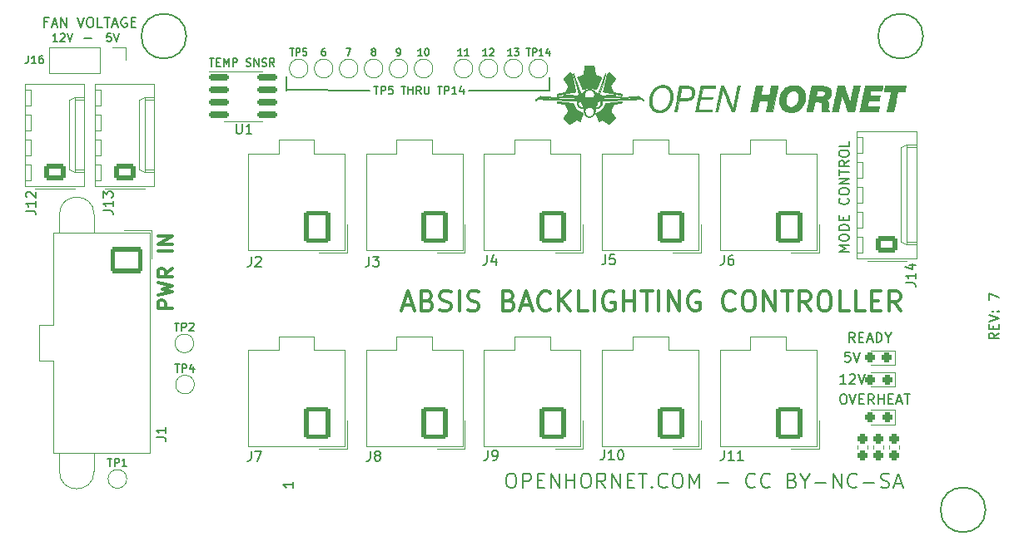
<source format=gbr>
%TF.GenerationSoftware,KiCad,Pcbnew,(6.0.9)*%
%TF.CreationDate,2023-03-29T11:59:05-08:00*%
%TF.ProjectId,ABSIS_Backlight Controller,41425349-535f-4426-9163-6b6c69676874,6*%
%TF.SameCoordinates,Original*%
%TF.FileFunction,Legend,Top*%
%TF.FilePolarity,Positive*%
%FSLAX46Y46*%
G04 Gerber Fmt 4.6, Leading zero omitted, Abs format (unit mm)*
G04 Created by KiCad (PCBNEW (6.0.9)) date 2023-03-29 11:59:05*
%MOMM*%
%LPD*%
G01*
G04 APERTURE LIST*
G04 Aperture macros list*
%AMRoundRect*
0 Rectangle with rounded corners*
0 $1 Rounding radius*
0 $2 $3 $4 $5 $6 $7 $8 $9 X,Y pos of 4 corners*
0 Add a 4 corners polygon primitive as box body*
4,1,4,$2,$3,$4,$5,$6,$7,$8,$9,$2,$3,0*
0 Add four circle primitives for the rounded corners*
1,1,$1+$1,$2,$3*
1,1,$1+$1,$4,$5*
1,1,$1+$1,$6,$7*
1,1,$1+$1,$8,$9*
0 Add four rect primitives between the rounded corners*
20,1,$1+$1,$2,$3,$4,$5,0*
20,1,$1+$1,$4,$5,$6,$7,0*
20,1,$1+$1,$6,$7,$8,$9,0*
20,1,$1+$1,$8,$9,$2,$3,0*%
G04 Aperture macros list end*
%ADD10C,0.150000*%
%ADD11C,0.300000*%
%ADD12C,0.200000*%
%ADD13C,0.010000*%
%ADD14C,0.120000*%
%ADD15C,4.064000*%
%ADD16RoundRect,0.237500X0.237500X-0.287500X0.237500X0.287500X-0.237500X0.287500X-0.237500X-0.287500X0*%
%ADD17RoundRect,0.237500X0.287500X0.237500X-0.287500X0.237500X-0.287500X-0.237500X0.287500X-0.237500X0*%
%ADD18RoundRect,0.250000X0.845000X-0.620000X0.845000X0.620000X-0.845000X0.620000X-0.845000X-0.620000X0*%
%ADD19O,2.190000X1.740000*%
%ADD20RoundRect,0.150000X-0.825000X-0.150000X0.825000X-0.150000X0.825000X0.150000X-0.825000X0.150000X0*%
%ADD21C,1.500000*%
%ADD22R,1.700000X1.700000*%
%ADD23O,1.700000X1.700000*%
%ADD24C,3.000000*%
%ADD25RoundRect,0.250001X-1.399999X1.099999X-1.399999X-1.099999X1.399999X-1.099999X1.399999X1.099999X0*%
%ADD26O,3.300000X2.700000*%
%ADD27RoundRect,0.250001X1.099999X1.399999X-1.099999X1.399999X-1.099999X-1.399999X1.099999X-1.399999X0*%
%ADD28O,2.700000X3.300000*%
G04 APERTURE END LIST*
D10*
X27719800Y45286600D02*
X27719800Y46683600D01*
X27707758Y45301510D02*
X36178000Y45286600D01*
X54466000Y45235800D02*
X54466000Y46632800D01*
X46261800Y45235800D02*
X54466000Y45235800D01*
X84268095Y14317620D02*
X84458571Y14317620D01*
X84553809Y14270000D01*
X84649047Y14174762D01*
X84696666Y13984286D01*
X84696666Y13650953D01*
X84649047Y13460477D01*
X84553809Y13365239D01*
X84458571Y13317620D01*
X84268095Y13317620D01*
X84172857Y13365239D01*
X84077619Y13460477D01*
X84030000Y13650953D01*
X84030000Y13984286D01*
X84077619Y14174762D01*
X84172857Y14270000D01*
X84268095Y14317620D01*
X84982380Y14317620D02*
X85315714Y13317620D01*
X85649047Y14317620D01*
X85982380Y13841429D02*
X86315714Y13841429D01*
X86458571Y13317620D02*
X85982380Y13317620D01*
X85982380Y14317620D01*
X86458571Y14317620D01*
X87458571Y13317620D02*
X87125238Y13793810D01*
X86887142Y13317620D02*
X86887142Y14317620D01*
X87268095Y14317620D01*
X87363333Y14270000D01*
X87410952Y14222381D01*
X87458571Y14127143D01*
X87458571Y13984286D01*
X87410952Y13889048D01*
X87363333Y13841429D01*
X87268095Y13793810D01*
X86887142Y13793810D01*
X87887142Y13317620D02*
X87887142Y14317620D01*
X87887142Y13841429D02*
X88458571Y13841429D01*
X88458571Y13317620D02*
X88458571Y14317620D01*
X88934761Y13841429D02*
X89268095Y13841429D01*
X89410952Y13317620D02*
X88934761Y13317620D01*
X88934761Y14317620D01*
X89410952Y14317620D01*
X89791904Y13603334D02*
X90268095Y13603334D01*
X89696666Y13317620D02*
X90030000Y14317620D01*
X90363333Y13317620D01*
X90553809Y14317620D02*
X91125238Y14317620D01*
X90839523Y13317620D02*
X90839523Y14317620D01*
X9863619Y51084096D02*
X9482666Y51084096D01*
X9444571Y50703143D01*
X9482666Y50741239D01*
X9558857Y50779334D01*
X9749333Y50779334D01*
X9825523Y50741239D01*
X9863619Y50703143D01*
X9901714Y50626953D01*
X9901714Y50436477D01*
X9863619Y50360286D01*
X9825523Y50322191D01*
X9749333Y50284096D01*
X9558857Y50284096D01*
X9482666Y50322191D01*
X9444571Y50360286D01*
X10130285Y51084096D02*
X10396952Y50284096D01*
X10663619Y51084096D01*
X7095047Y50574572D02*
X7856952Y50574572D01*
X84912380Y28842381D02*
X83912380Y28842381D01*
X84626666Y29175715D01*
X83912380Y29509048D01*
X84912380Y29509048D01*
X83912380Y30175715D02*
X83912380Y30366191D01*
X83960000Y30461429D01*
X84055238Y30556667D01*
X84245714Y30604286D01*
X84579047Y30604286D01*
X84769523Y30556667D01*
X84864761Y30461429D01*
X84912380Y30366191D01*
X84912380Y30175715D01*
X84864761Y30080477D01*
X84769523Y29985239D01*
X84579047Y29937620D01*
X84245714Y29937620D01*
X84055238Y29985239D01*
X83960000Y30080477D01*
X83912380Y30175715D01*
X84912380Y31032858D02*
X83912380Y31032858D01*
X83912380Y31270953D01*
X83960000Y31413810D01*
X84055238Y31509048D01*
X84150476Y31556667D01*
X84340952Y31604286D01*
X84483809Y31604286D01*
X84674285Y31556667D01*
X84769523Y31509048D01*
X84864761Y31413810D01*
X84912380Y31270953D01*
X84912380Y31032858D01*
X84388571Y32032858D02*
X84388571Y32366191D01*
X84912380Y32509048D02*
X84912380Y32032858D01*
X83912380Y32032858D01*
X83912380Y32509048D01*
X84817142Y34270953D02*
X84864761Y34223334D01*
X84912380Y34080477D01*
X84912380Y33985239D01*
X84864761Y33842381D01*
X84769523Y33747143D01*
X84674285Y33699524D01*
X84483809Y33651905D01*
X84340952Y33651905D01*
X84150476Y33699524D01*
X84055238Y33747143D01*
X83960000Y33842381D01*
X83912380Y33985239D01*
X83912380Y34080477D01*
X83960000Y34223334D01*
X84007619Y34270953D01*
X83912380Y34890000D02*
X83912380Y35080477D01*
X83960000Y35175715D01*
X84055238Y35270953D01*
X84245714Y35318572D01*
X84579047Y35318572D01*
X84769523Y35270953D01*
X84864761Y35175715D01*
X84912380Y35080477D01*
X84912380Y34890000D01*
X84864761Y34794762D01*
X84769523Y34699524D01*
X84579047Y34651905D01*
X84245714Y34651905D01*
X84055238Y34699524D01*
X83960000Y34794762D01*
X83912380Y34890000D01*
X84912380Y35747143D02*
X83912380Y35747143D01*
X84912380Y36318572D01*
X83912380Y36318572D01*
X83912380Y36651905D02*
X83912380Y37223334D01*
X84912380Y36937620D02*
X83912380Y36937620D01*
X84912380Y38128096D02*
X84436190Y37794762D01*
X84912380Y37556667D02*
X83912380Y37556667D01*
X83912380Y37937620D01*
X83960000Y38032858D01*
X84007619Y38080477D01*
X84102857Y38128096D01*
X84245714Y38128096D01*
X84340952Y38080477D01*
X84388571Y38032858D01*
X84436190Y37937620D01*
X84436190Y37556667D01*
X83912380Y38747143D02*
X83912380Y38937620D01*
X83960000Y39032858D01*
X84055238Y39128096D01*
X84245714Y39175715D01*
X84579047Y39175715D01*
X84769523Y39128096D01*
X84864761Y39032858D01*
X84912380Y38937620D01*
X84912380Y38747143D01*
X84864761Y38651905D01*
X84769523Y38556667D01*
X84579047Y38509048D01*
X84245714Y38509048D01*
X84055238Y38556667D01*
X83960000Y38651905D01*
X83912380Y38747143D01*
X84912380Y40080477D02*
X84912380Y39604286D01*
X83912380Y39604286D01*
X85510000Y19617620D02*
X85176666Y20093810D01*
X84938571Y19617620D02*
X84938571Y20617620D01*
X85319523Y20617620D01*
X85414761Y20570000D01*
X85462380Y20522381D01*
X85510000Y20427143D01*
X85510000Y20284286D01*
X85462380Y20189048D01*
X85414761Y20141429D01*
X85319523Y20093810D01*
X84938571Y20093810D01*
X85938571Y20141429D02*
X86271904Y20141429D01*
X86414761Y19617620D02*
X85938571Y19617620D01*
X85938571Y20617620D01*
X86414761Y20617620D01*
X86795714Y19903334D02*
X87271904Y19903334D01*
X86700476Y19617620D02*
X87033809Y20617620D01*
X87367142Y19617620D01*
X87700476Y19617620D02*
X87700476Y20617620D01*
X87938571Y20617620D01*
X88081428Y20570000D01*
X88176666Y20474762D01*
X88224285Y20379524D01*
X88271904Y20189048D01*
X88271904Y20046191D01*
X88224285Y19855715D01*
X88176666Y19760477D01*
X88081428Y19665239D01*
X87938571Y19617620D01*
X87700476Y19617620D01*
X88890952Y20093810D02*
X88890952Y19617620D01*
X88557619Y20617620D02*
X88890952Y20093810D01*
X89224285Y20617620D01*
D11*
X16130171Y23030315D02*
X14630171Y23030315D01*
X14630171Y23601743D01*
X14701600Y23744600D01*
X14773028Y23816029D01*
X14915885Y23887458D01*
X15130171Y23887458D01*
X15273028Y23816029D01*
X15344457Y23744600D01*
X15415885Y23601743D01*
X15415885Y23030315D01*
X14630171Y24387458D02*
X16130171Y24744600D01*
X15058742Y25030315D01*
X16130171Y25316029D01*
X14630171Y25673172D01*
X16130171Y27101743D02*
X15415885Y26601743D01*
X16130171Y26244600D02*
X14630171Y26244600D01*
X14630171Y26816029D01*
X14701600Y26958886D01*
X14773028Y27030315D01*
X14915885Y27101743D01*
X15130171Y27101743D01*
X15273028Y27030315D01*
X15344457Y26958886D01*
X15415885Y26816029D01*
X15415885Y26244600D01*
X16130171Y28887458D02*
X14630171Y28887458D01*
X16130171Y29601743D02*
X14630171Y29601743D01*
X16130171Y30458886D01*
X14630171Y30458886D01*
D12*
X50453810Y6251429D02*
X50739524Y6251429D01*
X50882381Y6180000D01*
X51025238Y6037143D01*
X51096667Y5751429D01*
X51096667Y5251429D01*
X51025238Y4965715D01*
X50882381Y4822858D01*
X50739524Y4751429D01*
X50453810Y4751429D01*
X50310952Y4822858D01*
X50168095Y4965715D01*
X50096667Y5251429D01*
X50096667Y5751429D01*
X50168095Y6037143D01*
X50310952Y6180000D01*
X50453810Y6251429D01*
X51739524Y4751429D02*
X51739524Y6251429D01*
X52310952Y6251429D01*
X52453810Y6180000D01*
X52525238Y6108572D01*
X52596667Y5965715D01*
X52596667Y5751429D01*
X52525238Y5608572D01*
X52453810Y5537143D01*
X52310952Y5465715D01*
X51739524Y5465715D01*
X53239524Y5537143D02*
X53739524Y5537143D01*
X53953810Y4751429D02*
X53239524Y4751429D01*
X53239524Y6251429D01*
X53953810Y6251429D01*
X54596667Y4751429D02*
X54596667Y6251429D01*
X55453810Y4751429D01*
X55453810Y6251429D01*
X56168095Y4751429D02*
X56168095Y6251429D01*
X56168095Y5537143D02*
X57025238Y5537143D01*
X57025238Y4751429D02*
X57025238Y6251429D01*
X58025238Y6251429D02*
X58310952Y6251429D01*
X58453810Y6180000D01*
X58596667Y6037143D01*
X58668095Y5751429D01*
X58668095Y5251429D01*
X58596667Y4965715D01*
X58453810Y4822858D01*
X58310952Y4751429D01*
X58025238Y4751429D01*
X57882381Y4822858D01*
X57739524Y4965715D01*
X57668095Y5251429D01*
X57668095Y5751429D01*
X57739524Y6037143D01*
X57882381Y6180000D01*
X58025238Y6251429D01*
X60168095Y4751429D02*
X59668095Y5465715D01*
X59310952Y4751429D02*
X59310952Y6251429D01*
X59882381Y6251429D01*
X60025238Y6180000D01*
X60096667Y6108572D01*
X60168095Y5965715D01*
X60168095Y5751429D01*
X60096667Y5608572D01*
X60025238Y5537143D01*
X59882381Y5465715D01*
X59310952Y5465715D01*
X60810952Y4751429D02*
X60810952Y6251429D01*
X61668095Y4751429D01*
X61668095Y6251429D01*
X62382381Y5537143D02*
X62882381Y5537143D01*
X63096667Y4751429D02*
X62382381Y4751429D01*
X62382381Y6251429D01*
X63096667Y6251429D01*
X63525238Y6251429D02*
X64382381Y6251429D01*
X63953810Y4751429D02*
X63953810Y6251429D01*
X64882381Y4894286D02*
X64953810Y4822858D01*
X64882381Y4751429D01*
X64810952Y4822858D01*
X64882381Y4894286D01*
X64882381Y4751429D01*
X66453810Y4894286D02*
X66382381Y4822858D01*
X66168095Y4751429D01*
X66025238Y4751429D01*
X65810952Y4822858D01*
X65668095Y4965715D01*
X65596667Y5108572D01*
X65525238Y5394286D01*
X65525238Y5608572D01*
X65596667Y5894286D01*
X65668095Y6037143D01*
X65810952Y6180000D01*
X66025238Y6251429D01*
X66168095Y6251429D01*
X66382381Y6180000D01*
X66453810Y6108572D01*
X67382381Y6251429D02*
X67668095Y6251429D01*
X67810952Y6180000D01*
X67953810Y6037143D01*
X68025238Y5751429D01*
X68025238Y5251429D01*
X67953810Y4965715D01*
X67810952Y4822858D01*
X67668095Y4751429D01*
X67382381Y4751429D01*
X67239524Y4822858D01*
X67096667Y4965715D01*
X67025238Y5251429D01*
X67025238Y5751429D01*
X67096667Y6037143D01*
X67239524Y6180000D01*
X67382381Y6251429D01*
X68668095Y4751429D02*
X68668095Y6251429D01*
X69168095Y5180000D01*
X69668095Y6251429D01*
X69668095Y4751429D01*
X71525238Y5322858D02*
X72668095Y5322858D01*
X75382381Y4894286D02*
X75310952Y4822858D01*
X75096667Y4751429D01*
X74953810Y4751429D01*
X74739524Y4822858D01*
X74596667Y4965715D01*
X74525238Y5108572D01*
X74453810Y5394286D01*
X74453810Y5608572D01*
X74525238Y5894286D01*
X74596667Y6037143D01*
X74739524Y6180000D01*
X74953810Y6251429D01*
X75096667Y6251429D01*
X75310952Y6180000D01*
X75382381Y6108572D01*
X76882381Y4894286D02*
X76810952Y4822858D01*
X76596667Y4751429D01*
X76453810Y4751429D01*
X76239524Y4822858D01*
X76096667Y4965715D01*
X76025238Y5108572D01*
X75953810Y5394286D01*
X75953810Y5608572D01*
X76025238Y5894286D01*
X76096667Y6037143D01*
X76239524Y6180000D01*
X76453810Y6251429D01*
X76596667Y6251429D01*
X76810952Y6180000D01*
X76882381Y6108572D01*
X79168095Y5537143D02*
X79382381Y5465715D01*
X79453810Y5394286D01*
X79525238Y5251429D01*
X79525238Y5037143D01*
X79453810Y4894286D01*
X79382381Y4822858D01*
X79239524Y4751429D01*
X78668095Y4751429D01*
X78668095Y6251429D01*
X79168095Y6251429D01*
X79310952Y6180000D01*
X79382381Y6108572D01*
X79453810Y5965715D01*
X79453810Y5822858D01*
X79382381Y5680000D01*
X79310952Y5608572D01*
X79168095Y5537143D01*
X78668095Y5537143D01*
X80453810Y5465715D02*
X80453810Y4751429D01*
X79953810Y6251429D02*
X80453810Y5465715D01*
X80953810Y6251429D01*
X81453810Y5322858D02*
X82596667Y5322858D01*
X83310952Y4751429D02*
X83310952Y6251429D01*
X84168095Y4751429D01*
X84168095Y6251429D01*
X85739524Y4894286D02*
X85668095Y4822858D01*
X85453810Y4751429D01*
X85310952Y4751429D01*
X85096667Y4822858D01*
X84953810Y4965715D01*
X84882381Y5108572D01*
X84810952Y5394286D01*
X84810952Y5608572D01*
X84882381Y5894286D01*
X84953810Y6037143D01*
X85096667Y6180000D01*
X85310952Y6251429D01*
X85453810Y6251429D01*
X85668095Y6180000D01*
X85739524Y6108572D01*
X86382381Y5322858D02*
X87525238Y5322858D01*
X88168095Y4822858D02*
X88382381Y4751429D01*
X88739524Y4751429D01*
X88882381Y4822858D01*
X88953810Y4894286D01*
X89025238Y5037143D01*
X89025238Y5180000D01*
X88953810Y5322858D01*
X88882381Y5394286D01*
X88739524Y5465715D01*
X88453810Y5537143D01*
X88310952Y5608572D01*
X88239524Y5680000D01*
X88168095Y5822858D01*
X88168095Y5965715D01*
X88239524Y6108572D01*
X88310952Y6180000D01*
X88453810Y6251429D01*
X88810952Y6251429D01*
X89025238Y6180000D01*
X89596667Y5180000D02*
X90310952Y5180000D01*
X89453810Y4751429D02*
X89953810Y6251429D01*
X90453810Y4751429D01*
D11*
X39594285Y23388667D02*
X40546666Y23388667D01*
X39403809Y22817239D02*
X40070476Y24817239D01*
X40737142Y22817239D01*
X42070476Y23864858D02*
X42356190Y23769620D01*
X42451428Y23674381D01*
X42546666Y23483905D01*
X42546666Y23198191D01*
X42451428Y23007715D01*
X42356190Y22912477D01*
X42165714Y22817239D01*
X41403809Y22817239D01*
X41403809Y24817239D01*
X42070476Y24817239D01*
X42260952Y24722000D01*
X42356190Y24626762D01*
X42451428Y24436286D01*
X42451428Y24245810D01*
X42356190Y24055334D01*
X42260952Y23960096D01*
X42070476Y23864858D01*
X41403809Y23864858D01*
X43308571Y22912477D02*
X43594285Y22817239D01*
X44070476Y22817239D01*
X44260952Y22912477D01*
X44356190Y23007715D01*
X44451428Y23198191D01*
X44451428Y23388667D01*
X44356190Y23579143D01*
X44260952Y23674381D01*
X44070476Y23769620D01*
X43689523Y23864858D01*
X43499047Y23960096D01*
X43403809Y24055334D01*
X43308571Y24245810D01*
X43308571Y24436286D01*
X43403809Y24626762D01*
X43499047Y24722000D01*
X43689523Y24817239D01*
X44165714Y24817239D01*
X44451428Y24722000D01*
X45308571Y22817239D02*
X45308571Y24817239D01*
X46165714Y22912477D02*
X46451428Y22817239D01*
X46927619Y22817239D01*
X47118095Y22912477D01*
X47213333Y23007715D01*
X47308571Y23198191D01*
X47308571Y23388667D01*
X47213333Y23579143D01*
X47118095Y23674381D01*
X46927619Y23769620D01*
X46546666Y23864858D01*
X46356190Y23960096D01*
X46260952Y24055334D01*
X46165714Y24245810D01*
X46165714Y24436286D01*
X46260952Y24626762D01*
X46356190Y24722000D01*
X46546666Y24817239D01*
X47022857Y24817239D01*
X47308571Y24722000D01*
X50356190Y23864858D02*
X50641904Y23769620D01*
X50737142Y23674381D01*
X50832380Y23483905D01*
X50832380Y23198191D01*
X50737142Y23007715D01*
X50641904Y22912477D01*
X50451428Y22817239D01*
X49689523Y22817239D01*
X49689523Y24817239D01*
X50356190Y24817239D01*
X50546666Y24722000D01*
X50641904Y24626762D01*
X50737142Y24436286D01*
X50737142Y24245810D01*
X50641904Y24055334D01*
X50546666Y23960096D01*
X50356190Y23864858D01*
X49689523Y23864858D01*
X51594285Y23388667D02*
X52546666Y23388667D01*
X51403809Y22817239D02*
X52070476Y24817239D01*
X52737142Y22817239D01*
X54546666Y23007715D02*
X54451428Y22912477D01*
X54165714Y22817239D01*
X53975238Y22817239D01*
X53689523Y22912477D01*
X53499047Y23102953D01*
X53403809Y23293429D01*
X53308571Y23674381D01*
X53308571Y23960096D01*
X53403809Y24341048D01*
X53499047Y24531524D01*
X53689523Y24722000D01*
X53975238Y24817239D01*
X54165714Y24817239D01*
X54451428Y24722000D01*
X54546666Y24626762D01*
X55403809Y22817239D02*
X55403809Y24817239D01*
X56546666Y22817239D02*
X55689523Y23960096D01*
X56546666Y24817239D02*
X55403809Y23674381D01*
X58356190Y22817239D02*
X57403809Y22817239D01*
X57403809Y24817239D01*
X59022857Y22817239D02*
X59022857Y24817239D01*
X61022857Y24722000D02*
X60832380Y24817239D01*
X60546666Y24817239D01*
X60260952Y24722000D01*
X60070476Y24531524D01*
X59975238Y24341048D01*
X59880000Y23960096D01*
X59880000Y23674381D01*
X59975238Y23293429D01*
X60070476Y23102953D01*
X60260952Y22912477D01*
X60546666Y22817239D01*
X60737142Y22817239D01*
X61022857Y22912477D01*
X61118095Y23007715D01*
X61118095Y23674381D01*
X60737142Y23674381D01*
X61975238Y22817239D02*
X61975238Y24817239D01*
X61975238Y23864858D02*
X63118095Y23864858D01*
X63118095Y22817239D02*
X63118095Y24817239D01*
X63784761Y24817239D02*
X64927619Y24817239D01*
X64356190Y22817239D02*
X64356190Y24817239D01*
X65594285Y22817239D02*
X65594285Y24817239D01*
X66546666Y22817239D02*
X66546666Y24817239D01*
X67689523Y22817239D01*
X67689523Y24817239D01*
X69689523Y24722000D02*
X69499047Y24817239D01*
X69213333Y24817239D01*
X68927619Y24722000D01*
X68737142Y24531524D01*
X68641904Y24341048D01*
X68546666Y23960096D01*
X68546666Y23674381D01*
X68641904Y23293429D01*
X68737142Y23102953D01*
X68927619Y22912477D01*
X69213333Y22817239D01*
X69403809Y22817239D01*
X69689523Y22912477D01*
X69784761Y23007715D01*
X69784761Y23674381D01*
X69403809Y23674381D01*
X73308571Y23007715D02*
X73213333Y22912477D01*
X72927619Y22817239D01*
X72737142Y22817239D01*
X72451428Y22912477D01*
X72260952Y23102953D01*
X72165714Y23293429D01*
X72070476Y23674381D01*
X72070476Y23960096D01*
X72165714Y24341048D01*
X72260952Y24531524D01*
X72451428Y24722000D01*
X72737142Y24817239D01*
X72927619Y24817239D01*
X73213333Y24722000D01*
X73308571Y24626762D01*
X74546666Y24817239D02*
X74927619Y24817239D01*
X75118095Y24722000D01*
X75308571Y24531524D01*
X75403809Y24150572D01*
X75403809Y23483905D01*
X75308571Y23102953D01*
X75118095Y22912477D01*
X74927619Y22817239D01*
X74546666Y22817239D01*
X74356190Y22912477D01*
X74165714Y23102953D01*
X74070476Y23483905D01*
X74070476Y24150572D01*
X74165714Y24531524D01*
X74356190Y24722000D01*
X74546666Y24817239D01*
X76260952Y22817239D02*
X76260952Y24817239D01*
X77403809Y22817239D01*
X77403809Y24817239D01*
X78070476Y24817239D02*
X79213333Y24817239D01*
X78641904Y22817239D02*
X78641904Y24817239D01*
X81022857Y22817239D02*
X80356190Y23769620D01*
X79880000Y22817239D02*
X79880000Y24817239D01*
X80641904Y24817239D01*
X80832380Y24722000D01*
X80927619Y24626762D01*
X81022857Y24436286D01*
X81022857Y24150572D01*
X80927619Y23960096D01*
X80832380Y23864858D01*
X80641904Y23769620D01*
X79880000Y23769620D01*
X82260952Y24817239D02*
X82641904Y24817239D01*
X82832380Y24722000D01*
X83022857Y24531524D01*
X83118095Y24150572D01*
X83118095Y23483905D01*
X83022857Y23102953D01*
X82832380Y22912477D01*
X82641904Y22817239D01*
X82260952Y22817239D01*
X82070476Y22912477D01*
X81880000Y23102953D01*
X81784761Y23483905D01*
X81784761Y24150572D01*
X81880000Y24531524D01*
X82070476Y24722000D01*
X82260952Y24817239D01*
X84927619Y22817239D02*
X83975238Y22817239D01*
X83975238Y24817239D01*
X86546666Y22817239D02*
X85594285Y22817239D01*
X85594285Y24817239D01*
X87213333Y23864858D02*
X87880000Y23864858D01*
X88165714Y22817239D02*
X87213333Y22817239D01*
X87213333Y24817239D01*
X88165714Y24817239D01*
X90165714Y22817239D02*
X89499047Y23769620D01*
X89022857Y22817239D02*
X89022857Y24817239D01*
X89784761Y24817239D01*
X89975238Y24722000D01*
X90070476Y24626762D01*
X90165714Y24436286D01*
X90165714Y24150572D01*
X90070476Y23960096D01*
X89975238Y23864858D01*
X89784761Y23769620D01*
X89022857Y23769620D01*
D10*
X100147380Y20558334D02*
X99671190Y20225000D01*
X100147380Y19986905D02*
X99147380Y19986905D01*
X99147380Y20367858D01*
X99195000Y20463096D01*
X99242619Y20510715D01*
X99337857Y20558334D01*
X99480714Y20558334D01*
X99575952Y20510715D01*
X99623571Y20463096D01*
X99671190Y20367858D01*
X99671190Y19986905D01*
X99623571Y20986905D02*
X99623571Y21320239D01*
X100147380Y21463096D02*
X100147380Y20986905D01*
X99147380Y20986905D01*
X99147380Y21463096D01*
X99147380Y21748810D02*
X100147380Y22082143D01*
X99147380Y22415477D01*
X100052142Y22748810D02*
X100099761Y22796429D01*
X100147380Y22748810D01*
X100099761Y22701191D01*
X100052142Y22748810D01*
X100147380Y22748810D01*
X99528333Y22748810D02*
X99575952Y22796429D01*
X99623571Y22748810D01*
X99575952Y22701191D01*
X99528333Y22748810D01*
X99623571Y22748810D01*
X99147380Y23891667D02*
X99147380Y24558334D01*
X100147380Y24129762D01*
X3420476Y52241429D02*
X3087142Y52241429D01*
X3087142Y51717620D02*
X3087142Y52717620D01*
X3563333Y52717620D01*
X3896666Y52003334D02*
X4372857Y52003334D01*
X3801428Y51717620D02*
X4134761Y52717620D01*
X4468095Y51717620D01*
X4801428Y51717620D02*
X4801428Y52717620D01*
X5372857Y51717620D01*
X5372857Y52717620D01*
X6468095Y52717620D02*
X6801428Y51717620D01*
X7134761Y52717620D01*
X7658571Y52717620D02*
X7849047Y52717620D01*
X7944285Y52670000D01*
X8039523Y52574762D01*
X8087142Y52384286D01*
X8087142Y52050953D01*
X8039523Y51860477D01*
X7944285Y51765239D01*
X7849047Y51717620D01*
X7658571Y51717620D01*
X7563333Y51765239D01*
X7468095Y51860477D01*
X7420476Y52050953D01*
X7420476Y52384286D01*
X7468095Y52574762D01*
X7563333Y52670000D01*
X7658571Y52717620D01*
X8991904Y51717620D02*
X8515714Y51717620D01*
X8515714Y52717620D01*
X9182380Y52717620D02*
X9753809Y52717620D01*
X9468095Y51717620D02*
X9468095Y52717620D01*
X10039523Y52003334D02*
X10515714Y52003334D01*
X9944285Y51717620D02*
X10277619Y52717620D01*
X10610952Y51717620D01*
X11468095Y52670000D02*
X11372857Y52717620D01*
X11230000Y52717620D01*
X11087142Y52670000D01*
X10991904Y52574762D01*
X10944285Y52479524D01*
X10896666Y52289048D01*
X10896666Y52146191D01*
X10944285Y51955715D01*
X10991904Y51860477D01*
X11087142Y51765239D01*
X11230000Y51717620D01*
X11325238Y51717620D01*
X11468095Y51765239D01*
X11515714Y51812858D01*
X11515714Y52146191D01*
X11325238Y52146191D01*
X11944285Y52241429D02*
X12277619Y52241429D01*
X12420476Y51717620D02*
X11944285Y51717620D01*
X11944285Y52717620D01*
X12420476Y52717620D01*
X19890666Y48544096D02*
X20347809Y48544096D01*
X20119238Y47744096D02*
X20119238Y48544096D01*
X20614476Y48163143D02*
X20881142Y48163143D01*
X20995428Y47744096D02*
X20614476Y47744096D01*
X20614476Y48544096D01*
X20995428Y48544096D01*
X21338285Y47744096D02*
X21338285Y48544096D01*
X21604952Y47972667D01*
X21871619Y48544096D01*
X21871619Y47744096D01*
X22252571Y47744096D02*
X22252571Y48544096D01*
X22557333Y48544096D01*
X22633523Y48506000D01*
X22671619Y48467905D01*
X22709714Y48391715D01*
X22709714Y48277429D01*
X22671619Y48201239D01*
X22633523Y48163143D01*
X22557333Y48125048D01*
X22252571Y48125048D01*
X23624000Y47782191D02*
X23738285Y47744096D01*
X23928761Y47744096D01*
X24004952Y47782191D01*
X24043047Y47820286D01*
X24081142Y47896477D01*
X24081142Y47972667D01*
X24043047Y48048858D01*
X24004952Y48086953D01*
X23928761Y48125048D01*
X23776380Y48163143D01*
X23700190Y48201239D01*
X23662095Y48239334D01*
X23624000Y48315524D01*
X23624000Y48391715D01*
X23662095Y48467905D01*
X23700190Y48506000D01*
X23776380Y48544096D01*
X23966857Y48544096D01*
X24081142Y48506000D01*
X24424000Y47744096D02*
X24424000Y48544096D01*
X24881142Y47744096D01*
X24881142Y48544096D01*
X25224000Y47782191D02*
X25338285Y47744096D01*
X25528761Y47744096D01*
X25604952Y47782191D01*
X25643047Y47820286D01*
X25681142Y47896477D01*
X25681142Y47972667D01*
X25643047Y48048858D01*
X25604952Y48086953D01*
X25528761Y48125048D01*
X25376380Y48163143D01*
X25300190Y48201239D01*
X25262095Y48239334D01*
X25224000Y48315524D01*
X25224000Y48391715D01*
X25262095Y48467905D01*
X25300190Y48506000D01*
X25376380Y48544096D01*
X25566857Y48544096D01*
X25681142Y48506000D01*
X26481142Y47744096D02*
X26214476Y48125048D01*
X26024000Y47744096D02*
X26024000Y48544096D01*
X26328761Y48544096D01*
X26404952Y48506000D01*
X26443047Y48467905D01*
X26481142Y48391715D01*
X26481142Y48277429D01*
X26443047Y48201239D01*
X26404952Y48163143D01*
X26328761Y48125048D01*
X26024000Y48125048D01*
X28392380Y5365715D02*
X28392380Y4794286D01*
X28392380Y5080000D02*
X27392380Y5080000D01*
X27535238Y4984762D01*
X27630476Y4889524D01*
X27678095Y4794286D01*
X36604028Y45699296D02*
X37061171Y45699296D01*
X36832600Y44899296D02*
X36832600Y45699296D01*
X37327838Y44899296D02*
X37327838Y45699296D01*
X37632600Y45699296D01*
X37708790Y45661200D01*
X37746885Y45623105D01*
X37784980Y45546915D01*
X37784980Y45432629D01*
X37746885Y45356439D01*
X37708790Y45318343D01*
X37632600Y45280248D01*
X37327838Y45280248D01*
X38508790Y45699296D02*
X38127838Y45699296D01*
X38089742Y45318343D01*
X38127838Y45356439D01*
X38204028Y45394534D01*
X38394504Y45394534D01*
X38470695Y45356439D01*
X38508790Y45318343D01*
X38546885Y45242153D01*
X38546885Y45051677D01*
X38508790Y44975486D01*
X38470695Y44937391D01*
X38394504Y44899296D01*
X38204028Y44899296D01*
X38127838Y44937391D01*
X38089742Y44975486D01*
X39384980Y45699296D02*
X39842123Y45699296D01*
X39613552Y44899296D02*
X39613552Y45699296D01*
X40108790Y44899296D02*
X40108790Y45699296D01*
X40108790Y45318343D02*
X40565933Y45318343D01*
X40565933Y44899296D02*
X40565933Y45699296D01*
X41404028Y44899296D02*
X41137361Y45280248D01*
X40946885Y44899296D02*
X40946885Y45699296D01*
X41251647Y45699296D01*
X41327838Y45661200D01*
X41365933Y45623105D01*
X41404028Y45546915D01*
X41404028Y45432629D01*
X41365933Y45356439D01*
X41327838Y45318343D01*
X41251647Y45280248D01*
X40946885Y45280248D01*
X41746885Y45699296D02*
X41746885Y45051677D01*
X41784980Y44975486D01*
X41823076Y44937391D01*
X41899266Y44899296D01*
X42051647Y44899296D01*
X42127838Y44937391D01*
X42165933Y44975486D01*
X42204028Y45051677D01*
X42204028Y45699296D01*
X43080219Y45699296D02*
X43537361Y45699296D01*
X43308790Y44899296D02*
X43308790Y45699296D01*
X43804028Y44899296D02*
X43804028Y45699296D01*
X44108790Y45699296D01*
X44184980Y45661200D01*
X44223076Y45623105D01*
X44261171Y45546915D01*
X44261171Y45432629D01*
X44223076Y45356439D01*
X44184980Y45318343D01*
X44108790Y45280248D01*
X43804028Y45280248D01*
X45023076Y44899296D02*
X44565933Y44899296D01*
X44794504Y44899296D02*
X44794504Y45699296D01*
X44718314Y45585010D01*
X44642123Y45508820D01*
X44565933Y45470724D01*
X45708790Y45432629D02*
X45708790Y44899296D01*
X45518314Y45737391D02*
X45327838Y45165962D01*
X45823076Y45165962D01*
X4440761Y50284096D02*
X3983619Y50284096D01*
X4212190Y50284096D02*
X4212190Y51084096D01*
X4136000Y50969810D01*
X4059809Y50893620D01*
X3983619Y50855524D01*
X4745523Y51007905D02*
X4783619Y51046000D01*
X4859809Y51084096D01*
X5050285Y51084096D01*
X5126476Y51046000D01*
X5164571Y51007905D01*
X5202666Y50931715D01*
X5202666Y50855524D01*
X5164571Y50741239D01*
X4707428Y50284096D01*
X5202666Y50284096D01*
X5431238Y51084096D02*
X5697904Y50284096D01*
X5964571Y51084096D01*
%TO.C,D1*%
X85029523Y18597620D02*
X84553333Y18597620D01*
X84505714Y18121429D01*
X84553333Y18169048D01*
X84648571Y18216667D01*
X84886666Y18216667D01*
X84981904Y18169048D01*
X85029523Y18121429D01*
X85077142Y18026191D01*
X85077142Y17788096D01*
X85029523Y17692858D01*
X84981904Y17645239D01*
X84886666Y17597620D01*
X84648571Y17597620D01*
X84553333Y17645239D01*
X84505714Y17692858D01*
X85362857Y18597620D02*
X85696190Y17597620D01*
X86029523Y18597620D01*
%TO.C,D2*%
X84617952Y15379620D02*
X84046523Y15379620D01*
X84332238Y15379620D02*
X84332238Y16379620D01*
X84237000Y16236762D01*
X84141761Y16141524D01*
X84046523Y16093905D01*
X84998904Y16284381D02*
X85046523Y16332000D01*
X85141761Y16379620D01*
X85379857Y16379620D01*
X85475095Y16332000D01*
X85522714Y16284381D01*
X85570333Y16189143D01*
X85570333Y16093905D01*
X85522714Y15951048D01*
X84951285Y15379620D01*
X85570333Y15379620D01*
X85856047Y16379620D02*
X86189380Y15379620D01*
X86522714Y16379620D01*
%TO.C,J14*%
X90697580Y25655677D02*
X91411866Y25655677D01*
X91554723Y25608058D01*
X91649961Y25512820D01*
X91697580Y25369962D01*
X91697580Y25274724D01*
X91697580Y26655677D02*
X91697580Y26084248D01*
X91697580Y26369962D02*
X90697580Y26369962D01*
X90840438Y26274724D01*
X90935676Y26179486D01*
X90983295Y26084248D01*
X91030914Y27512820D02*
X91697580Y27512820D01*
X90649961Y27274724D02*
X91364247Y27036629D01*
X91364247Y27655677D01*
%TO.C,U1*%
X22614495Y41871820D02*
X22614495Y41062296D01*
X22662114Y40967058D01*
X22709733Y40919439D01*
X22804971Y40871820D01*
X22995447Y40871820D01*
X23090685Y40919439D01*
X23138304Y40967058D01*
X23185923Y41062296D01*
X23185923Y41871820D01*
X24185923Y40871820D02*
X23614495Y40871820D01*
X23900209Y40871820D02*
X23900209Y41871820D01*
X23804971Y41728962D01*
X23709733Y41633724D01*
X23614495Y41586105D01*
%TO.C,TP1*%
X9514476Y7774096D02*
X9971619Y7774096D01*
X9743047Y6974096D02*
X9743047Y7774096D01*
X10238285Y6974096D02*
X10238285Y7774096D01*
X10543047Y7774096D01*
X10619238Y7736000D01*
X10657333Y7697905D01*
X10695428Y7621715D01*
X10695428Y7507429D01*
X10657333Y7431239D01*
X10619238Y7393143D01*
X10543047Y7355048D01*
X10238285Y7355048D01*
X11457333Y6974096D02*
X11000190Y6974096D01*
X11228761Y6974096D02*
X11228761Y7774096D01*
X11152571Y7659810D01*
X11076380Y7583620D01*
X11000190Y7545524D01*
%TO.C,TP2*%
X16326476Y21580096D02*
X16783619Y21580096D01*
X16555047Y20780096D02*
X16555047Y21580096D01*
X17050285Y20780096D02*
X17050285Y21580096D01*
X17355047Y21580096D01*
X17431238Y21542000D01*
X17469333Y21503905D01*
X17507428Y21427715D01*
X17507428Y21313429D01*
X17469333Y21237239D01*
X17431238Y21199143D01*
X17355047Y21161048D01*
X17050285Y21161048D01*
X17812190Y21503905D02*
X17850285Y21542000D01*
X17926476Y21580096D01*
X18116952Y21580096D01*
X18193142Y21542000D01*
X18231238Y21503905D01*
X18269333Y21427715D01*
X18269333Y21351524D01*
X18231238Y21237239D01*
X17774095Y20780096D01*
X18269333Y20780096D01*
%TO.C,TP4*%
X16389476Y17390096D02*
X16846619Y17390096D01*
X16618047Y16590096D02*
X16618047Y17390096D01*
X17113285Y16590096D02*
X17113285Y17390096D01*
X17418047Y17390096D01*
X17494238Y17352000D01*
X17532333Y17313905D01*
X17570428Y17237715D01*
X17570428Y17123429D01*
X17532333Y17047239D01*
X17494238Y17009143D01*
X17418047Y16971048D01*
X17113285Y16971048D01*
X18256142Y17123429D02*
X18256142Y16590096D01*
X18065666Y17428191D02*
X17875190Y16856762D01*
X18370428Y16856762D01*
%TO.C,11*%
X45586666Y48829334D02*
X45186666Y48829334D01*
X45386666Y48829334D02*
X45386666Y49529334D01*
X45320000Y49429334D01*
X45253333Y49362667D01*
X45186666Y49329334D01*
X46253333Y48829334D02*
X45853333Y48829334D01*
X46053333Y48829334D02*
X46053333Y49529334D01*
X45986666Y49429334D01*
X45920000Y49362667D01*
X45853333Y49329334D01*
%TO.C,6*%
X31629333Y49529334D02*
X31496000Y49529334D01*
X31429333Y49496000D01*
X31396000Y49462667D01*
X31329333Y49362667D01*
X31296000Y49229334D01*
X31296000Y48962667D01*
X31329333Y48896000D01*
X31362666Y48862667D01*
X31429333Y48829334D01*
X31562666Y48829334D01*
X31629333Y48862667D01*
X31662666Y48896000D01*
X31696000Y48962667D01*
X31696000Y49129334D01*
X31662666Y49196000D01*
X31629333Y49229334D01*
X31562666Y49262667D01*
X31429333Y49262667D01*
X31362666Y49229334D01*
X31329333Y49196000D01*
X31296000Y49129334D01*
%TO.C,TP5*%
X28072666Y49529334D02*
X28472666Y49529334D01*
X28272666Y48829334D02*
X28272666Y49529334D01*
X28706000Y48829334D02*
X28706000Y49529334D01*
X28972666Y49529334D01*
X29039333Y49496000D01*
X29072666Y49462667D01*
X29106000Y49396000D01*
X29106000Y49296000D01*
X29072666Y49229334D01*
X29039333Y49196000D01*
X28972666Y49162667D01*
X28706000Y49162667D01*
X29739333Y49529334D02*
X29406000Y49529334D01*
X29372666Y49196000D01*
X29406000Y49229334D01*
X29472666Y49262667D01*
X29639333Y49262667D01*
X29706000Y49229334D01*
X29739333Y49196000D01*
X29772666Y49129334D01*
X29772666Y48962667D01*
X29739333Y48896000D01*
X29706000Y48862667D01*
X29639333Y48829334D01*
X29472666Y48829334D01*
X29406000Y48862667D01*
X29372666Y48896000D01*
%TO.C,12*%
X48126666Y48829334D02*
X47726666Y48829334D01*
X47926666Y48829334D02*
X47926666Y49529334D01*
X47860000Y49429334D01*
X47793333Y49362667D01*
X47726666Y49329334D01*
X48393333Y49462667D02*
X48426666Y49496000D01*
X48493333Y49529334D01*
X48660000Y49529334D01*
X48726666Y49496000D01*
X48760000Y49462667D01*
X48793333Y49396000D01*
X48793333Y49329334D01*
X48760000Y49229334D01*
X48360000Y48829334D01*
X48793333Y48829334D01*
%TO.C,10*%
X41522666Y48829334D02*
X41122666Y48829334D01*
X41322666Y48829334D02*
X41322666Y49529334D01*
X41256000Y49429334D01*
X41189333Y49362667D01*
X41122666Y49329334D01*
X41956000Y49529334D02*
X42022666Y49529334D01*
X42089333Y49496000D01*
X42122666Y49462667D01*
X42156000Y49396000D01*
X42189333Y49262667D01*
X42189333Y49096000D01*
X42156000Y48962667D01*
X42122666Y48896000D01*
X42089333Y48862667D01*
X42022666Y48829334D01*
X41956000Y48829334D01*
X41889333Y48862667D01*
X41856000Y48896000D01*
X41822666Y48962667D01*
X41789333Y49096000D01*
X41789333Y49262667D01*
X41822666Y49396000D01*
X41856000Y49462667D01*
X41889333Y49496000D01*
X41956000Y49529334D01*
%TO.C,9*%
X38982666Y48829334D02*
X39116000Y48829334D01*
X39182666Y48862667D01*
X39216000Y48896000D01*
X39282666Y48996000D01*
X39316000Y49129334D01*
X39316000Y49396000D01*
X39282666Y49462667D01*
X39249333Y49496000D01*
X39182666Y49529334D01*
X39049333Y49529334D01*
X38982666Y49496000D01*
X38949333Y49462667D01*
X38916000Y49396000D01*
X38916000Y49229334D01*
X38949333Y49162667D01*
X38982666Y49129334D01*
X39049333Y49096000D01*
X39182666Y49096000D01*
X39249333Y49129334D01*
X39282666Y49162667D01*
X39316000Y49229334D01*
%TO.C,13*%
X50666666Y48829334D02*
X50266666Y48829334D01*
X50466666Y48829334D02*
X50466666Y49529334D01*
X50400000Y49429334D01*
X50333333Y49362667D01*
X50266666Y49329334D01*
X50900000Y49529334D02*
X51333333Y49529334D01*
X51100000Y49262667D01*
X51200000Y49262667D01*
X51266666Y49229334D01*
X51300000Y49196000D01*
X51333333Y49129334D01*
X51333333Y48962667D01*
X51300000Y48896000D01*
X51266666Y48862667D01*
X51200000Y48829334D01*
X51000000Y48829334D01*
X50933333Y48862667D01*
X50900000Y48896000D01*
%TO.C,8*%
X36509333Y49229334D02*
X36442666Y49262667D01*
X36409333Y49296000D01*
X36376000Y49362667D01*
X36376000Y49396000D01*
X36409333Y49462667D01*
X36442666Y49496000D01*
X36509333Y49529334D01*
X36642666Y49529334D01*
X36709333Y49496000D01*
X36742666Y49462667D01*
X36776000Y49396000D01*
X36776000Y49362667D01*
X36742666Y49296000D01*
X36709333Y49262667D01*
X36642666Y49229334D01*
X36509333Y49229334D01*
X36442666Y49196000D01*
X36409333Y49162667D01*
X36376000Y49096000D01*
X36376000Y48962667D01*
X36409333Y48896000D01*
X36442666Y48862667D01*
X36509333Y48829334D01*
X36642666Y48829334D01*
X36709333Y48862667D01*
X36742666Y48896000D01*
X36776000Y48962667D01*
X36776000Y49096000D01*
X36742666Y49162667D01*
X36709333Y49196000D01*
X36642666Y49229334D01*
%TO.C,TP14*%
X52123333Y49529334D02*
X52523333Y49529334D01*
X52323333Y48829334D02*
X52323333Y49529334D01*
X52756666Y48829334D02*
X52756666Y49529334D01*
X53023333Y49529334D01*
X53090000Y49496000D01*
X53123333Y49462667D01*
X53156666Y49396000D01*
X53156666Y49296000D01*
X53123333Y49229334D01*
X53090000Y49196000D01*
X53023333Y49162667D01*
X52756666Y49162667D01*
X53823333Y48829334D02*
X53423333Y48829334D01*
X53623333Y48829334D02*
X53623333Y49529334D01*
X53556666Y49429334D01*
X53490000Y49362667D01*
X53423333Y49329334D01*
X54423333Y49296000D02*
X54423333Y48829334D01*
X54256666Y49562667D02*
X54090000Y49062667D01*
X54523333Y49062667D01*
%TO.C,7*%
X33802666Y49529334D02*
X34269333Y49529334D01*
X33969333Y48829334D01*
%TO.C,J16*%
X1443580Y48823496D02*
X1443580Y48252067D01*
X1405485Y48137781D01*
X1329295Y48061591D01*
X1215009Y48023496D01*
X1138819Y48023496D01*
X2243580Y48023496D02*
X1786438Y48023496D01*
X2015009Y48023496D02*
X2015009Y48823496D01*
X1938819Y48709210D01*
X1862628Y48633020D01*
X1786438Y48594924D01*
X2929295Y48823496D02*
X2776914Y48823496D01*
X2700723Y48785400D01*
X2662628Y48747305D01*
X2586438Y48633020D01*
X2548342Y48480639D01*
X2548342Y48175877D01*
X2586438Y48099686D01*
X2624533Y48061591D01*
X2700723Y48023496D01*
X2853104Y48023496D01*
X2929295Y48061591D01*
X2967390Y48099686D01*
X3005485Y48175877D01*
X3005485Y48366353D01*
X2967390Y48442543D01*
X2929295Y48480639D01*
X2853104Y48518734D01*
X2700723Y48518734D01*
X2624533Y48480639D01*
X2586438Y48442543D01*
X2548342Y48366353D01*
%TO.C,J12*%
X1213380Y32996277D02*
X1927666Y32996277D01*
X2070523Y32948658D01*
X2165761Y32853420D01*
X2213380Y32710562D01*
X2213380Y32615324D01*
X2213380Y33996277D02*
X2213380Y33424848D01*
X2213380Y33710562D02*
X1213380Y33710562D01*
X1356238Y33615324D01*
X1451476Y33520086D01*
X1499095Y33424848D01*
X1308619Y34377229D02*
X1261000Y34424848D01*
X1213380Y34520086D01*
X1213380Y34758181D01*
X1261000Y34853420D01*
X1308619Y34901039D01*
X1403857Y34948658D01*
X1499095Y34948658D01*
X1641952Y34901039D01*
X2213380Y34329610D01*
X2213380Y34948658D01*
%TO.C,J13*%
X9061980Y33021677D02*
X9776266Y33021677D01*
X9919123Y32974058D01*
X10014361Y32878820D01*
X10061980Y32735962D01*
X10061980Y32640724D01*
X10061980Y34021677D02*
X10061980Y33450248D01*
X10061980Y33735962D02*
X9061980Y33735962D01*
X9204838Y33640724D01*
X9300076Y33545486D01*
X9347695Y33450248D01*
X9061980Y34355010D02*
X9061980Y34974058D01*
X9442933Y34640724D01*
X9442933Y34783581D01*
X9490552Y34878820D01*
X9538171Y34926439D01*
X9633409Y34974058D01*
X9871504Y34974058D01*
X9966742Y34926439D01*
X10014361Y34878820D01*
X10061980Y34783581D01*
X10061980Y34497867D01*
X10014361Y34402629D01*
X9966742Y34355010D01*
%TO.C,J1*%
X14472180Y9926667D02*
X15186466Y9926667D01*
X15329323Y9879048D01*
X15424561Y9783810D01*
X15472180Y9640953D01*
X15472180Y9545715D01*
X15472180Y10926667D02*
X15472180Y10355239D01*
X15472180Y10640953D02*
X14472180Y10640953D01*
X14615038Y10545715D01*
X14710276Y10450477D01*
X14757895Y10355239D01*
%TO.C,J3*%
X36124066Y28333620D02*
X36124066Y27619334D01*
X36076447Y27476477D01*
X35981209Y27381239D01*
X35838352Y27333620D01*
X35743114Y27333620D01*
X36505019Y28333620D02*
X37124066Y28333620D01*
X36790733Y27952667D01*
X36933590Y27952667D01*
X37028828Y27905048D01*
X37076447Y27857429D01*
X37124066Y27762191D01*
X37124066Y27524096D01*
X37076447Y27428858D01*
X37028828Y27381239D01*
X36933590Y27333620D01*
X36647876Y27333620D01*
X36552638Y27381239D01*
X36505019Y27428858D01*
%TO.C,J4*%
X48112866Y28486020D02*
X48112866Y27771734D01*
X48065247Y27628877D01*
X47970009Y27533639D01*
X47827152Y27486020D01*
X47731914Y27486020D01*
X49017628Y28152686D02*
X49017628Y27486020D01*
X48779533Y28533639D02*
X48541438Y27819353D01*
X49160485Y27819353D01*
%TO.C,J5*%
X60152466Y28536820D02*
X60152466Y27822534D01*
X60104847Y27679677D01*
X60009609Y27584439D01*
X59866752Y27536820D01*
X59771514Y27536820D01*
X61104847Y28536820D02*
X60628657Y28536820D01*
X60581038Y28060629D01*
X60628657Y28108248D01*
X60723895Y28155867D01*
X60961990Y28155867D01*
X61057228Y28108248D01*
X61104847Y28060629D01*
X61152466Y27965391D01*
X61152466Y27727296D01*
X61104847Y27632058D01*
X61057228Y27584439D01*
X60961990Y27536820D01*
X60723895Y27536820D01*
X60628657Y27584439D01*
X60581038Y27632058D01*
%TO.C,J6*%
X72217466Y28486020D02*
X72217466Y27771734D01*
X72169847Y27628877D01*
X72074609Y27533639D01*
X71931752Y27486020D01*
X71836514Y27486020D01*
X73122228Y28486020D02*
X72931752Y28486020D01*
X72836514Y28438400D01*
X72788895Y28390781D01*
X72693657Y28247924D01*
X72646038Y28057448D01*
X72646038Y27676496D01*
X72693657Y27581258D01*
X72741276Y27533639D01*
X72836514Y27486020D01*
X73026990Y27486020D01*
X73122228Y27533639D01*
X73169847Y27581258D01*
X73217466Y27676496D01*
X73217466Y27914591D01*
X73169847Y28009829D01*
X73122228Y28057448D01*
X73026990Y28105067D01*
X72836514Y28105067D01*
X72741276Y28057448D01*
X72693657Y28009829D01*
X72646038Y27914591D01*
%TO.C,J7*%
X24135266Y8521620D02*
X24135266Y7807334D01*
X24087647Y7664477D01*
X23992409Y7569239D01*
X23849552Y7521620D01*
X23754314Y7521620D01*
X24516219Y8521620D02*
X25182885Y8521620D01*
X24754314Y7521620D01*
%TO.C,J8*%
X36251066Y8521620D02*
X36251066Y7807334D01*
X36203447Y7664477D01*
X36108209Y7569239D01*
X35965352Y7521620D01*
X35870114Y7521620D01*
X36870114Y8093048D02*
X36774876Y8140667D01*
X36727257Y8188286D01*
X36679638Y8283524D01*
X36679638Y8331143D01*
X36727257Y8426381D01*
X36774876Y8474000D01*
X36870114Y8521620D01*
X37060590Y8521620D01*
X37155828Y8474000D01*
X37203447Y8426381D01*
X37251066Y8331143D01*
X37251066Y8283524D01*
X37203447Y8188286D01*
X37155828Y8140667D01*
X37060590Y8093048D01*
X36870114Y8093048D01*
X36774876Y8045429D01*
X36727257Y7997810D01*
X36679638Y7902572D01*
X36679638Y7712096D01*
X36727257Y7616858D01*
X36774876Y7569239D01*
X36870114Y7521620D01*
X37060590Y7521620D01*
X37155828Y7569239D01*
X37203447Y7616858D01*
X37251066Y7712096D01*
X37251066Y7902572D01*
X37203447Y7997810D01*
X37155828Y8045429D01*
X37060590Y8093048D01*
%TO.C,J9*%
X48189066Y8597820D02*
X48189066Y7883534D01*
X48141447Y7740677D01*
X48046209Y7645439D01*
X47903352Y7597820D01*
X47808114Y7597820D01*
X48712876Y7597820D02*
X48903352Y7597820D01*
X48998590Y7645439D01*
X49046209Y7693058D01*
X49141447Y7835915D01*
X49189066Y8026391D01*
X49189066Y8407343D01*
X49141447Y8502581D01*
X49093828Y8550200D01*
X48998590Y8597820D01*
X48808114Y8597820D01*
X48712876Y8550200D01*
X48665257Y8502581D01*
X48617638Y8407343D01*
X48617638Y8169248D01*
X48665257Y8074010D01*
X48712876Y8026391D01*
X48808114Y7978772D01*
X48998590Y7978772D01*
X49093828Y8026391D01*
X49141447Y8074010D01*
X49189066Y8169248D01*
%TO.C,J10*%
X60031876Y8648620D02*
X60031876Y7934334D01*
X59984257Y7791477D01*
X59889019Y7696239D01*
X59746161Y7648620D01*
X59650923Y7648620D01*
X61031876Y7648620D02*
X60460447Y7648620D01*
X60746161Y7648620D02*
X60746161Y8648620D01*
X60650923Y8505762D01*
X60555685Y8410524D01*
X60460447Y8362905D01*
X61650923Y8648620D02*
X61746161Y8648620D01*
X61841400Y8601000D01*
X61889019Y8553381D01*
X61936638Y8458143D01*
X61984257Y8267667D01*
X61984257Y8029572D01*
X61936638Y7839096D01*
X61889019Y7743858D01*
X61841400Y7696239D01*
X61746161Y7648620D01*
X61650923Y7648620D01*
X61555685Y7696239D01*
X61508066Y7743858D01*
X61460447Y7839096D01*
X61412828Y8029572D01*
X61412828Y8267667D01*
X61460447Y8458143D01*
X61508066Y8553381D01*
X61555685Y8601000D01*
X61650923Y8648620D01*
%TO.C,J11*%
X72223876Y8597820D02*
X72223876Y7883534D01*
X72176257Y7740677D01*
X72081019Y7645439D01*
X71938161Y7597820D01*
X71842923Y7597820D01*
X73223876Y7597820D02*
X72652447Y7597820D01*
X72938161Y7597820D02*
X72938161Y8597820D01*
X72842923Y8454962D01*
X72747685Y8359724D01*
X72652447Y8312105D01*
X74176257Y7597820D02*
X73604828Y7597820D01*
X73890542Y7597820D02*
X73890542Y8597820D01*
X73795304Y8454962D01*
X73700066Y8359724D01*
X73604828Y8312105D01*
%TO.C,J2*%
X24135266Y28333620D02*
X24135266Y27619334D01*
X24087647Y27476477D01*
X23992409Y27381239D01*
X23849552Y27333620D01*
X23754314Y27333620D01*
X24563838Y28238381D02*
X24611457Y28286000D01*
X24706695Y28333620D01*
X24944790Y28333620D01*
X25040028Y28286000D01*
X25087647Y28238381D01*
X25135266Y28143143D01*
X25135266Y28047905D01*
X25087647Y27905048D01*
X24516219Y27333620D01*
X25135266Y27333620D01*
%TO.C,MK3*%
X98806000Y2540000D02*
G75*
G03*
X98806000Y2540000I-2286000J0D01*
G01*
%TO.C,MK4*%
X17526000Y50800000D02*
G75*
G03*
X17526000Y50800000I-2286000J0D01*
G01*
%TO.C,MK6*%
X92456000Y50800000D02*
G75*
G03*
X92456000Y50800000I-2286000J0D01*
G01*
%TO.C,G\u002A\u002A\u002A*%
G36*
X58491696Y47775800D02*
G01*
X58512377Y47775800D01*
X58582210Y47775792D01*
X58644072Y47775761D01*
X58698459Y47775700D01*
X58745866Y47775601D01*
X58786789Y47775455D01*
X58821723Y47775255D01*
X58851165Y47774993D01*
X58875610Y47774660D01*
X58895554Y47774250D01*
X58911492Y47773753D01*
X58923920Y47773162D01*
X58933333Y47772469D01*
X58940228Y47771666D01*
X58945100Y47770745D01*
X58948445Y47769698D01*
X58950376Y47768751D01*
X58960355Y47760623D01*
X58966843Y47751753D01*
X58968235Y47746277D01*
X58971055Y47733048D01*
X58975194Y47712635D01*
X58980541Y47685611D01*
X58986986Y47652546D01*
X58994419Y47614013D01*
X59002731Y47570583D01*
X59011812Y47522826D01*
X59021551Y47471315D01*
X59031839Y47416621D01*
X59042566Y47359316D01*
X59049847Y47320262D01*
X59060821Y47261508D01*
X59071452Y47204965D01*
X59081631Y47151208D01*
X59091243Y47100810D01*
X59100178Y47054344D01*
X59108324Y47012386D01*
X59115569Y46975509D01*
X59121801Y46944286D01*
X59126909Y46919292D01*
X59130780Y46901099D01*
X59133303Y46890283D01*
X59134172Y46887469D01*
X59141873Y46876026D01*
X59149955Y46867133D01*
X59154966Y46864475D01*
X59167069Y46858934D01*
X59185515Y46850821D01*
X59209552Y46840447D01*
X59238432Y46828123D01*
X59271406Y46814160D01*
X59307723Y46798868D01*
X59346635Y46782559D01*
X59387391Y46765544D01*
X59429242Y46748133D01*
X59471438Y46730638D01*
X59513230Y46713370D01*
X59553869Y46696638D01*
X59592604Y46680756D01*
X59628686Y46666032D01*
X59661366Y46652779D01*
X59689893Y46641307D01*
X59713519Y46631927D01*
X59731494Y46624950D01*
X59743068Y46620687D01*
X59746931Y46619490D01*
X59747336Y46618052D01*
X59746457Y46613954D01*
X59744160Y46606885D01*
X59740308Y46596531D01*
X59734765Y46582582D01*
X59727397Y46564724D01*
X59718066Y46542645D01*
X59706637Y46516032D01*
X59692976Y46484575D01*
X59676944Y46447959D01*
X59658408Y46405873D01*
X59637231Y46358005D01*
X59613278Y46304042D01*
X59586412Y46243672D01*
X59556498Y46176582D01*
X59523401Y46102461D01*
X59486984Y46020995D01*
X59479449Y46004151D01*
X59448869Y45935797D01*
X59419198Y45869505D01*
X59390624Y45805689D01*
X59363332Y45744766D01*
X59337511Y45687153D01*
X59313346Y45633264D01*
X59291025Y45583516D01*
X59270734Y45538325D01*
X59252660Y45498108D01*
X59236990Y45463279D01*
X59223910Y45434255D01*
X59213608Y45411453D01*
X59206269Y45395287D01*
X59202082Y45386175D01*
X59201147Y45384245D01*
X59198517Y45382209D01*
X59193241Y45381794D01*
X59184122Y45383225D01*
X59169964Y45386728D01*
X59149570Y45392528D01*
X59136312Y45396464D01*
X59075469Y45413903D01*
X59010273Y45431192D01*
X58942847Y45447837D01*
X58875314Y45463347D01*
X58809799Y45477230D01*
X58748424Y45488996D01*
X58704799Y45496384D01*
X58679390Y45499489D01*
X58647224Y45502029D01*
X58609992Y45503982D01*
X58569385Y45505329D01*
X58527094Y45506049D01*
X58484812Y45506121D01*
X58444228Y45505524D01*
X58407036Y45504238D01*
X58374925Y45502242D01*
X58358156Y45500621D01*
X58309647Y45494037D01*
X58254846Y45484871D01*
X58195400Y45473482D01*
X58132956Y45460232D01*
X58069160Y45445482D01*
X58005660Y45429593D01*
X57944101Y45412926D01*
X57901356Y45400481D01*
X57878470Y45393653D01*
X57858436Y45387785D01*
X57842647Y45383277D01*
X57832493Y45380525D01*
X57829389Y45379856D01*
X57827391Y45383682D01*
X57822195Y45394859D01*
X57813984Y45412974D01*
X57802940Y45437614D01*
X57789245Y45468367D01*
X57773081Y45504819D01*
X57754629Y45546559D01*
X57734073Y45593174D01*
X57711593Y45644251D01*
X57687373Y45699378D01*
X57661593Y45758142D01*
X57634436Y45820130D01*
X57606085Y45884929D01*
X57576720Y45952128D01*
X57557565Y45996008D01*
X57527643Y46064593D01*
X57498642Y46131099D01*
X57470742Y46195108D01*
X57444125Y46256204D01*
X57418972Y46313970D01*
X57395464Y46367990D01*
X57373782Y46417845D01*
X57354107Y46463121D01*
X57336621Y46503400D01*
X57321504Y46538265D01*
X57308938Y46567299D01*
X57299103Y46590087D01*
X57292181Y46606211D01*
X57288353Y46615254D01*
X57287612Y46617127D01*
X57291258Y46619678D01*
X57302403Y46625202D01*
X57320679Y46633541D01*
X57345719Y46644537D01*
X57377153Y46658033D01*
X57414616Y46673871D01*
X57457737Y46691893D01*
X57506151Y46711943D01*
X57559489Y46733861D01*
X57571100Y46738613D01*
X57617976Y46757828D01*
X57662795Y46776288D01*
X57704903Y46793719D01*
X57743645Y46809845D01*
X57778368Y46824391D01*
X57808418Y46837083D01*
X57833141Y46847645D01*
X57851882Y46855804D01*
X57863989Y46861284D01*
X57868570Y46863627D01*
X57879408Y46873534D01*
X57888401Y46885972D01*
X57888907Y46886932D01*
X57890880Y46893457D01*
X57894270Y46907920D01*
X57899000Y46929924D01*
X57904993Y46959073D01*
X57912171Y46994971D01*
X57920456Y47037221D01*
X57929770Y47085427D01*
X57940035Y47139194D01*
X57951175Y47198124D01*
X57963111Y47261822D01*
X57974743Y47324377D01*
X57985659Y47383136D01*
X57996205Y47439627D01*
X58006274Y47493282D01*
X58015756Y47543534D01*
X58024543Y47589817D01*
X58032526Y47631564D01*
X58039596Y47668206D01*
X58045644Y47699177D01*
X58050563Y47723910D01*
X58054242Y47741838D01*
X58056573Y47752394D01*
X58057335Y47755075D01*
X58059064Y47758387D01*
X58060826Y47761326D01*
X58063108Y47763915D01*
X58066399Y47766175D01*
X58071186Y47768129D01*
X58077958Y47769800D01*
X58087202Y47771209D01*
X58099408Y47772379D01*
X58115062Y47773331D01*
X58134654Y47774089D01*
X58158671Y47774673D01*
X58187601Y47775108D01*
X58221932Y47775414D01*
X58262154Y47775615D01*
X58308752Y47775731D01*
X58362217Y47775786D01*
X58423035Y47775801D01*
X58491696Y47775800D01*
G37*
D13*
X58491696Y47775800D02*
X58512377Y47775800D01*
X58582210Y47775792D01*
X58644072Y47775761D01*
X58698459Y47775700D01*
X58745866Y47775601D01*
X58786789Y47775455D01*
X58821723Y47775255D01*
X58851165Y47774993D01*
X58875610Y47774660D01*
X58895554Y47774250D01*
X58911492Y47773753D01*
X58923920Y47773162D01*
X58933333Y47772469D01*
X58940228Y47771666D01*
X58945100Y47770745D01*
X58948445Y47769698D01*
X58950376Y47768751D01*
X58960355Y47760623D01*
X58966843Y47751753D01*
X58968235Y47746277D01*
X58971055Y47733048D01*
X58975194Y47712635D01*
X58980541Y47685611D01*
X58986986Y47652546D01*
X58994419Y47614013D01*
X59002731Y47570583D01*
X59011812Y47522826D01*
X59021551Y47471315D01*
X59031839Y47416621D01*
X59042566Y47359316D01*
X59049847Y47320262D01*
X59060821Y47261508D01*
X59071452Y47204965D01*
X59081631Y47151208D01*
X59091243Y47100810D01*
X59100178Y47054344D01*
X59108324Y47012386D01*
X59115569Y46975509D01*
X59121801Y46944286D01*
X59126909Y46919292D01*
X59130780Y46901099D01*
X59133303Y46890283D01*
X59134172Y46887469D01*
X59141873Y46876026D01*
X59149955Y46867133D01*
X59154966Y46864475D01*
X59167069Y46858934D01*
X59185515Y46850821D01*
X59209552Y46840447D01*
X59238432Y46828123D01*
X59271406Y46814160D01*
X59307723Y46798868D01*
X59346635Y46782559D01*
X59387391Y46765544D01*
X59429242Y46748133D01*
X59471438Y46730638D01*
X59513230Y46713370D01*
X59553869Y46696638D01*
X59592604Y46680756D01*
X59628686Y46666032D01*
X59661366Y46652779D01*
X59689893Y46641307D01*
X59713519Y46631927D01*
X59731494Y46624950D01*
X59743068Y46620687D01*
X59746931Y46619490D01*
X59747336Y46618052D01*
X59746457Y46613954D01*
X59744160Y46606885D01*
X59740308Y46596531D01*
X59734765Y46582582D01*
X59727397Y46564724D01*
X59718066Y46542645D01*
X59706637Y46516032D01*
X59692976Y46484575D01*
X59676944Y46447959D01*
X59658408Y46405873D01*
X59637231Y46358005D01*
X59613278Y46304042D01*
X59586412Y46243672D01*
X59556498Y46176582D01*
X59523401Y46102461D01*
X59486984Y46020995D01*
X59479449Y46004151D01*
X59448869Y45935797D01*
X59419198Y45869505D01*
X59390624Y45805689D01*
X59363332Y45744766D01*
X59337511Y45687153D01*
X59313346Y45633264D01*
X59291025Y45583516D01*
X59270734Y45538325D01*
X59252660Y45498108D01*
X59236990Y45463279D01*
X59223910Y45434255D01*
X59213608Y45411453D01*
X59206269Y45395287D01*
X59202082Y45386175D01*
X59201147Y45384245D01*
X59198517Y45382209D01*
X59193241Y45381794D01*
X59184122Y45383225D01*
X59169964Y45386728D01*
X59149570Y45392528D01*
X59136312Y45396464D01*
X59075469Y45413903D01*
X59010273Y45431192D01*
X58942847Y45447837D01*
X58875314Y45463347D01*
X58809799Y45477230D01*
X58748424Y45488996D01*
X58704799Y45496384D01*
X58679390Y45499489D01*
X58647224Y45502029D01*
X58609992Y45503982D01*
X58569385Y45505329D01*
X58527094Y45506049D01*
X58484812Y45506121D01*
X58444228Y45505524D01*
X58407036Y45504238D01*
X58374925Y45502242D01*
X58358156Y45500621D01*
X58309647Y45494037D01*
X58254846Y45484871D01*
X58195400Y45473482D01*
X58132956Y45460232D01*
X58069160Y45445482D01*
X58005660Y45429593D01*
X57944101Y45412926D01*
X57901356Y45400481D01*
X57878470Y45393653D01*
X57858436Y45387785D01*
X57842647Y45383277D01*
X57832493Y45380525D01*
X57829389Y45379856D01*
X57827391Y45383682D01*
X57822195Y45394859D01*
X57813984Y45412974D01*
X57802940Y45437614D01*
X57789245Y45468367D01*
X57773081Y45504819D01*
X57754629Y45546559D01*
X57734073Y45593174D01*
X57711593Y45644251D01*
X57687373Y45699378D01*
X57661593Y45758142D01*
X57634436Y45820130D01*
X57606085Y45884929D01*
X57576720Y45952128D01*
X57557565Y45996008D01*
X57527643Y46064593D01*
X57498642Y46131099D01*
X57470742Y46195108D01*
X57444125Y46256204D01*
X57418972Y46313970D01*
X57395464Y46367990D01*
X57373782Y46417845D01*
X57354107Y46463121D01*
X57336621Y46503400D01*
X57321504Y46538265D01*
X57308938Y46567299D01*
X57299103Y46590087D01*
X57292181Y46606211D01*
X57288353Y46615254D01*
X57287612Y46617127D01*
X57291258Y46619678D01*
X57302403Y46625202D01*
X57320679Y46633541D01*
X57345719Y46644537D01*
X57377153Y46658033D01*
X57414616Y46673871D01*
X57457737Y46691893D01*
X57506151Y46711943D01*
X57559489Y46733861D01*
X57571100Y46738613D01*
X57617976Y46757828D01*
X57662795Y46776288D01*
X57704903Y46793719D01*
X57743645Y46809845D01*
X57778368Y46824391D01*
X57808418Y46837083D01*
X57833141Y46847645D01*
X57851882Y46855804D01*
X57863989Y46861284D01*
X57868570Y46863627D01*
X57879408Y46873534D01*
X57888401Y46885972D01*
X57888907Y46886932D01*
X57890880Y46893457D01*
X57894270Y46907920D01*
X57899000Y46929924D01*
X57904993Y46959073D01*
X57912171Y46994971D01*
X57920456Y47037221D01*
X57929770Y47085427D01*
X57940035Y47139194D01*
X57951175Y47198124D01*
X57963111Y47261822D01*
X57974743Y47324377D01*
X57985659Y47383136D01*
X57996205Y47439627D01*
X58006274Y47493282D01*
X58015756Y47543534D01*
X58024543Y47589817D01*
X58032526Y47631564D01*
X58039596Y47668206D01*
X58045644Y47699177D01*
X58050563Y47723910D01*
X58054242Y47741838D01*
X58056573Y47752394D01*
X58057335Y47755075D01*
X58059064Y47758387D01*
X58060826Y47761326D01*
X58063108Y47763915D01*
X58066399Y47766175D01*
X58071186Y47768129D01*
X58077958Y47769800D01*
X58087202Y47771209D01*
X58099408Y47772379D01*
X58115062Y47773331D01*
X58134654Y47774089D01*
X58158671Y47774673D01*
X58187601Y47775108D01*
X58221932Y47775414D01*
X58262154Y47775615D01*
X58308752Y47775731D01*
X58362217Y47775786D01*
X58423035Y47775801D01*
X58491696Y47775800D01*
G36*
X56503534Y47115257D02*
G01*
X56509542Y47114908D01*
X56515743Y47113604D01*
X56523039Y47110823D01*
X56532332Y47106038D01*
X56544524Y47098727D01*
X56560518Y47088364D01*
X56581216Y47074425D01*
X56607520Y47056386D01*
X56621897Y47046465D01*
X56721280Y46977817D01*
X56912488Y46091110D01*
X56930913Y46005709D01*
X56948919Y45922331D01*
X56966421Y45841366D01*
X56983334Y45763207D01*
X56999572Y45688246D01*
X57015050Y45616875D01*
X57029682Y45549487D01*
X57043384Y45486472D01*
X57056070Y45428223D01*
X57067654Y45375133D01*
X57078051Y45327592D01*
X57087176Y45285994D01*
X57094943Y45250729D01*
X57101267Y45222191D01*
X57106063Y45200771D01*
X57109245Y45186861D01*
X57110700Y45180944D01*
X57114956Y45166805D01*
X57118497Y45155249D01*
X57120014Y45150447D01*
X57119630Y45146160D01*
X57114487Y45142145D01*
X57103228Y45137582D01*
X57093353Y45134360D01*
X57085409Y45132480D01*
X57069675Y45129317D01*
X57046716Y45124972D01*
X57017096Y45119543D01*
X56981380Y45113129D01*
X56940130Y45105830D01*
X56893911Y45097744D01*
X56843288Y45088969D01*
X56788823Y45079607D01*
X56731083Y45069754D01*
X56670629Y45059511D01*
X56608027Y45048975D01*
X56583898Y45044934D01*
X56499295Y45030778D01*
X56422361Y45017884D01*
X56352415Y45006115D01*
X56288775Y44995335D01*
X56230760Y44985409D01*
X56177689Y44976201D01*
X56128881Y44967574D01*
X56083653Y44959393D01*
X56041325Y44951522D01*
X56001216Y44943825D01*
X55962643Y44936166D01*
X55924926Y44928409D01*
X55887383Y44920418D01*
X55849334Y44912057D01*
X55810095Y44903190D01*
X55768987Y44893682D01*
X55725328Y44883396D01*
X55678436Y44872196D01*
X55627630Y44859947D01*
X55572229Y44846512D01*
X55511551Y44831756D01*
X55494140Y44827519D01*
X55447606Y44816215D01*
X55403435Y44805525D01*
X55362323Y44795614D01*
X55324969Y44786649D01*
X55292070Y44778796D01*
X55264324Y44772221D01*
X55242427Y44767091D01*
X55227078Y44763571D01*
X55218975Y44761829D01*
X55217915Y44761667D01*
X55215756Y44763364D01*
X55214197Y44769126D01*
X55213159Y44779964D01*
X55212558Y44796888D01*
X55212315Y44820907D01*
X55212299Y44831318D01*
X55212515Y44860888D01*
X55213336Y44883254D01*
X55215012Y44899674D01*
X55217800Y44911403D01*
X55221951Y44919698D01*
X55227720Y44925815D01*
X55232006Y44928925D01*
X55237714Y44930720D01*
X55251324Y44933932D01*
X55272402Y44938477D01*
X55300516Y44944270D01*
X55335236Y44951226D01*
X55376129Y44959259D01*
X55422763Y44968285D01*
X55474706Y44978220D01*
X55531527Y44988978D01*
X55592794Y45000474D01*
X55653628Y45011799D01*
X55721764Y45024449D01*
X55782070Y45035674D01*
X55835046Y45045577D01*
X55881188Y45054261D01*
X55920996Y45061827D01*
X55954967Y45068377D01*
X55983601Y45074015D01*
X56007396Y45078841D01*
X56026849Y45082959D01*
X56042460Y45086470D01*
X56054727Y45089477D01*
X56064147Y45092081D01*
X56071220Y45094385D01*
X56076444Y45096492D01*
X56080317Y45098503D01*
X56082145Y45099669D01*
X56085329Y45101988D01*
X56088427Y45104775D01*
X56091688Y45108557D01*
X56095358Y45113866D01*
X56099685Y45121229D01*
X56104916Y45131175D01*
X56111299Y45144235D01*
X56119081Y45160936D01*
X56128509Y45181809D01*
X56139831Y45207382D01*
X56153294Y45238184D01*
X56169145Y45274744D01*
X56187633Y45317593D01*
X56209003Y45367258D01*
X56228976Y45413729D01*
X56253728Y45471361D01*
X56275318Y45521753D01*
X56293937Y45565441D01*
X56309775Y45602961D01*
X56323023Y45634847D01*
X56333870Y45661637D01*
X56342506Y45683864D01*
X56349122Y45702065D01*
X56353908Y45716775D01*
X56357053Y45728530D01*
X56358749Y45737866D01*
X56359184Y45745317D01*
X56358550Y45751420D01*
X56357036Y45756709D01*
X56354833Y45761721D01*
X56353469Y45764412D01*
X56350251Y45769509D01*
X56342572Y45781087D01*
X56330767Y45798651D01*
X56315174Y45821708D01*
X56296130Y45849762D01*
X56273971Y45882318D01*
X56249034Y45918884D01*
X56221656Y45958963D01*
X56192173Y46002061D01*
X56160923Y46047684D01*
X56128242Y46095338D01*
X56113629Y46116626D01*
X56080464Y46164978D01*
X56048617Y46211500D01*
X56018423Y46255700D01*
X55990214Y46297085D01*
X55964325Y46335162D01*
X55941089Y46369440D01*
X55920840Y46399425D01*
X55903911Y46424625D01*
X55890636Y46444547D01*
X55881349Y46458698D01*
X55876383Y46466587D01*
X55875652Y46467950D01*
X55873914Y46472389D01*
X55872569Y46476527D01*
X55871940Y46480730D01*
X55872353Y46485363D01*
X55874132Y46490793D01*
X55877601Y46497383D01*
X55883085Y46505501D01*
X55890908Y46515512D01*
X55901395Y46527781D01*
X55914870Y46542673D01*
X55931657Y46560555D01*
X55952082Y46581792D01*
X55976468Y46606749D01*
X56005140Y46635792D01*
X56038422Y46669287D01*
X56076639Y46707599D01*
X56120116Y46751094D01*
X56169176Y46800137D01*
X56180743Y46811700D01*
X56484553Y47115400D01*
X56503534Y47115257D01*
G37*
X56503534Y47115257D02*
X56509542Y47114908D01*
X56515743Y47113604D01*
X56523039Y47110823D01*
X56532332Y47106038D01*
X56544524Y47098727D01*
X56560518Y47088364D01*
X56581216Y47074425D01*
X56607520Y47056386D01*
X56621897Y47046465D01*
X56721280Y46977817D01*
X56912488Y46091110D01*
X56930913Y46005709D01*
X56948919Y45922331D01*
X56966421Y45841366D01*
X56983334Y45763207D01*
X56999572Y45688246D01*
X57015050Y45616875D01*
X57029682Y45549487D01*
X57043384Y45486472D01*
X57056070Y45428223D01*
X57067654Y45375133D01*
X57078051Y45327592D01*
X57087176Y45285994D01*
X57094943Y45250729D01*
X57101267Y45222191D01*
X57106063Y45200771D01*
X57109245Y45186861D01*
X57110700Y45180944D01*
X57114956Y45166805D01*
X57118497Y45155249D01*
X57120014Y45150447D01*
X57119630Y45146160D01*
X57114487Y45142145D01*
X57103228Y45137582D01*
X57093353Y45134360D01*
X57085409Y45132480D01*
X57069675Y45129317D01*
X57046716Y45124972D01*
X57017096Y45119543D01*
X56981380Y45113129D01*
X56940130Y45105830D01*
X56893911Y45097744D01*
X56843288Y45088969D01*
X56788823Y45079607D01*
X56731083Y45069754D01*
X56670629Y45059511D01*
X56608027Y45048975D01*
X56583898Y45044934D01*
X56499295Y45030778D01*
X56422361Y45017884D01*
X56352415Y45006115D01*
X56288775Y44995335D01*
X56230760Y44985409D01*
X56177689Y44976201D01*
X56128881Y44967574D01*
X56083653Y44959393D01*
X56041325Y44951522D01*
X56001216Y44943825D01*
X55962643Y44936166D01*
X55924926Y44928409D01*
X55887383Y44920418D01*
X55849334Y44912057D01*
X55810095Y44903190D01*
X55768987Y44893682D01*
X55725328Y44883396D01*
X55678436Y44872196D01*
X55627630Y44859947D01*
X55572229Y44846512D01*
X55511551Y44831756D01*
X55494140Y44827519D01*
X55447606Y44816215D01*
X55403435Y44805525D01*
X55362323Y44795614D01*
X55324969Y44786649D01*
X55292070Y44778796D01*
X55264324Y44772221D01*
X55242427Y44767091D01*
X55227078Y44763571D01*
X55218975Y44761829D01*
X55217915Y44761667D01*
X55215756Y44763364D01*
X55214197Y44769126D01*
X55213159Y44779964D01*
X55212558Y44796888D01*
X55212315Y44820907D01*
X55212299Y44831318D01*
X55212515Y44860888D01*
X55213336Y44883254D01*
X55215012Y44899674D01*
X55217800Y44911403D01*
X55221951Y44919698D01*
X55227720Y44925815D01*
X55232006Y44928925D01*
X55237714Y44930720D01*
X55251324Y44933932D01*
X55272402Y44938477D01*
X55300516Y44944270D01*
X55335236Y44951226D01*
X55376129Y44959259D01*
X55422763Y44968285D01*
X55474706Y44978220D01*
X55531527Y44988978D01*
X55592794Y45000474D01*
X55653628Y45011799D01*
X55721764Y45024449D01*
X55782070Y45035674D01*
X55835046Y45045577D01*
X55881188Y45054261D01*
X55920996Y45061827D01*
X55954967Y45068377D01*
X55983601Y45074015D01*
X56007396Y45078841D01*
X56026849Y45082959D01*
X56042460Y45086470D01*
X56054727Y45089477D01*
X56064147Y45092081D01*
X56071220Y45094385D01*
X56076444Y45096492D01*
X56080317Y45098503D01*
X56082145Y45099669D01*
X56085329Y45101988D01*
X56088427Y45104775D01*
X56091688Y45108557D01*
X56095358Y45113866D01*
X56099685Y45121229D01*
X56104916Y45131175D01*
X56111299Y45144235D01*
X56119081Y45160936D01*
X56128509Y45181809D01*
X56139831Y45207382D01*
X56153294Y45238184D01*
X56169145Y45274744D01*
X56187633Y45317593D01*
X56209003Y45367258D01*
X56228976Y45413729D01*
X56253728Y45471361D01*
X56275318Y45521753D01*
X56293937Y45565441D01*
X56309775Y45602961D01*
X56323023Y45634847D01*
X56333870Y45661637D01*
X56342506Y45683864D01*
X56349122Y45702065D01*
X56353908Y45716775D01*
X56357053Y45728530D01*
X56358749Y45737866D01*
X56359184Y45745317D01*
X56358550Y45751420D01*
X56357036Y45756709D01*
X56354833Y45761721D01*
X56353469Y45764412D01*
X56350251Y45769509D01*
X56342572Y45781087D01*
X56330767Y45798651D01*
X56315174Y45821708D01*
X56296130Y45849762D01*
X56273971Y45882318D01*
X56249034Y45918884D01*
X56221656Y45958963D01*
X56192173Y46002061D01*
X56160923Y46047684D01*
X56128242Y46095338D01*
X56113629Y46116626D01*
X56080464Y46164978D01*
X56048617Y46211500D01*
X56018423Y46255700D01*
X55990214Y46297085D01*
X55964325Y46335162D01*
X55941089Y46369440D01*
X55920840Y46399425D01*
X55903911Y46424625D01*
X55890636Y46444547D01*
X55881349Y46458698D01*
X55876383Y46466587D01*
X55875652Y46467950D01*
X55873914Y46472389D01*
X55872569Y46476527D01*
X55871940Y46480730D01*
X55872353Y46485363D01*
X55874132Y46490793D01*
X55877601Y46497383D01*
X55883085Y46505501D01*
X55890908Y46515512D01*
X55901395Y46527781D01*
X55914870Y46542673D01*
X55931657Y46560555D01*
X55952082Y46581792D01*
X55976468Y46606749D01*
X56005140Y46635792D01*
X56038422Y46669287D01*
X56076639Y46707599D01*
X56120116Y46751094D01*
X56169176Y46800137D01*
X56180743Y46811700D01*
X56484553Y47115400D01*
X56503534Y47115257D01*
G36*
X87540369Y45735319D02*
G01*
X87624818Y45735276D01*
X87706609Y45735206D01*
X87785353Y45735110D01*
X87860662Y45734990D01*
X87932147Y45734846D01*
X87999421Y45734681D01*
X88062094Y45734496D01*
X88119779Y45734292D01*
X88172086Y45734071D01*
X88218628Y45733833D01*
X88259016Y45733581D01*
X88292862Y45733315D01*
X88319777Y45733037D01*
X88339373Y45732748D01*
X88351262Y45732451D01*
X88355063Y45732159D01*
X88354220Y45727558D01*
X88351792Y45715391D01*
X88347927Y45696379D01*
X88342774Y45671243D01*
X88336482Y45640704D01*
X88329198Y45605482D01*
X88321072Y45566299D01*
X88312252Y45523876D01*
X88302887Y45478933D01*
X88302146Y45475384D01*
X88292744Y45430264D01*
X88283875Y45387597D01*
X88275689Y45348105D01*
X88268335Y45312512D01*
X88261961Y45281538D01*
X88256715Y45255908D01*
X88252747Y45236342D01*
X88250204Y45223565D01*
X88249237Y45218297D01*
X88249232Y45218224D01*
X88245079Y45217790D01*
X88232946Y45217355D01*
X88213317Y45216923D01*
X88186679Y45216500D01*
X88153516Y45216088D01*
X88114315Y45215691D01*
X88069561Y45215313D01*
X88019739Y45214959D01*
X87965336Y45214632D01*
X87906838Y45214335D01*
X87844728Y45214074D01*
X87779494Y45213851D01*
X87711621Y45213671D01*
X87672642Y45213591D01*
X87096052Y45212517D01*
X87046246Y44979684D01*
X87037014Y44936445D01*
X87028332Y44895627D01*
X87020360Y44857992D01*
X87013258Y44824300D01*
X87007185Y44795313D01*
X87002301Y44771793D01*
X86998766Y44754501D01*
X86996739Y44744198D01*
X86996303Y44741559D01*
X86997817Y44740751D01*
X87002652Y44740024D01*
X87011179Y44739374D01*
X87023770Y44738799D01*
X87040797Y44738293D01*
X87062631Y44737854D01*
X87089645Y44737477D01*
X87122209Y44737159D01*
X87160695Y44736896D01*
X87205476Y44736685D01*
X87256922Y44736521D01*
X87315406Y44736401D01*
X87381299Y44736321D01*
X87454973Y44736278D01*
X87523552Y44736267D01*
X88050938Y44736267D01*
X88048506Y44724625D01*
X88047205Y44718433D01*
X88044319Y44704731D01*
X88040012Y44684294D01*
X88034448Y44657896D01*
X88027790Y44626313D01*
X88020200Y44590319D01*
X88011843Y44550688D01*
X88002882Y44508196D01*
X87995253Y44472026D01*
X87985997Y44428078D01*
X87977283Y44386596D01*
X87969268Y44348322D01*
X87962104Y44313998D01*
X87955945Y44284363D01*
X87950947Y44260159D01*
X87947263Y44242128D01*
X87945046Y44231010D01*
X87944432Y44227551D01*
X87940283Y44227111D01*
X87928174Y44226687D01*
X87908613Y44226282D01*
X87882106Y44225900D01*
X87849160Y44225544D01*
X87810283Y44225217D01*
X87765980Y44224923D01*
X87716760Y44224665D01*
X87663129Y44224446D01*
X87605593Y44224270D01*
X87544661Y44224141D01*
X87480839Y44224061D01*
X87415346Y44224034D01*
X86886260Y44224034D01*
X86884047Y44214509D01*
X86882264Y44206398D01*
X86879027Y44191214D01*
X86874507Y44169785D01*
X86868875Y44142940D01*
X86862305Y44111508D01*
X86854966Y44076317D01*
X86847032Y44038196D01*
X86838673Y43997973D01*
X86830061Y43956477D01*
X86821368Y43914536D01*
X86812766Y43872980D01*
X86804426Y43832636D01*
X86796520Y43794333D01*
X86789220Y43758900D01*
X86782697Y43727166D01*
X86777123Y43699958D01*
X86772670Y43678106D01*
X86769509Y43662438D01*
X86767812Y43653783D01*
X86767565Y43652317D01*
X86771762Y43651742D01*
X86784208Y43651206D01*
X86804686Y43650710D01*
X86832977Y43650257D01*
X86868865Y43649847D01*
X86912131Y43649481D01*
X86962559Y43649163D01*
X87019930Y43648892D01*
X87084027Y43648670D01*
X87154632Y43648499D01*
X87231528Y43648379D01*
X87314498Y43648314D01*
X87375334Y43648301D01*
X87459142Y43648297D01*
X87534888Y43648282D01*
X87602976Y43648252D01*
X87663812Y43648201D01*
X87717799Y43648124D01*
X87765342Y43648017D01*
X87806845Y43647874D01*
X87842714Y43647691D01*
X87873352Y43647462D01*
X87899164Y43647183D01*
X87920555Y43646849D01*
X87937929Y43646454D01*
X87951692Y43645994D01*
X87962246Y43645464D01*
X87969997Y43644859D01*
X87975350Y43644173D01*
X87978708Y43643403D01*
X87980478Y43642543D01*
X87981062Y43641587D01*
X87980991Y43640892D01*
X87979748Y43635525D01*
X87976894Y43622615D01*
X87972589Y43602900D01*
X87966992Y43577116D01*
X87960263Y43546000D01*
X87952560Y43510290D01*
X87944044Y43470722D01*
X87934873Y43428034D01*
X87925208Y43382962D01*
X87924689Y43380542D01*
X87870498Y43127600D01*
X85996181Y43127600D01*
X85998502Y43137125D01*
X85999557Y43141981D01*
X86002306Y43154801D01*
X86006679Y43175268D01*
X86012609Y43203063D01*
X86020029Y43237870D01*
X86028872Y43279371D01*
X86039069Y43327248D01*
X86050552Y43381183D01*
X86063256Y43440860D01*
X86077111Y43505960D01*
X86092050Y43576167D01*
X86108006Y43651161D01*
X86124911Y43730626D01*
X86142697Y43814245D01*
X86161297Y43901699D01*
X86180644Y43992671D01*
X86200669Y44086844D01*
X86221306Y44183899D01*
X86242486Y44283520D01*
X86264142Y44385388D01*
X86274387Y44433584D01*
X86296238Y44536367D01*
X86317643Y44637039D01*
X86338535Y44735282D01*
X86358847Y44830779D01*
X86378511Y44923213D01*
X86397460Y45012268D01*
X86415625Y45097627D01*
X86432940Y45178972D01*
X86449338Y45255987D01*
X86464749Y45328356D01*
X86479108Y45395760D01*
X86492347Y45457883D01*
X86504397Y45514409D01*
X86515193Y45565020D01*
X86524665Y45609400D01*
X86532747Y45647231D01*
X86539370Y45678197D01*
X86544469Y45701981D01*
X86547974Y45718266D01*
X86549820Y45726735D01*
X86550094Y45727926D01*
X86550638Y45728772D01*
X86551984Y45729551D01*
X86554466Y45730267D01*
X86558419Y45730921D01*
X86564176Y45731516D01*
X86572073Y45732056D01*
X86582442Y45732542D01*
X86595619Y45732978D01*
X86611937Y45733366D01*
X86631731Y45733710D01*
X86655336Y45734011D01*
X86683084Y45734273D01*
X86715312Y45734498D01*
X86752352Y45734689D01*
X86794539Y45734848D01*
X86842207Y45734980D01*
X86895691Y45735085D01*
X86955325Y45735168D01*
X87021443Y45735230D01*
X87094379Y45735275D01*
X87174468Y45735305D01*
X87262043Y45735323D01*
X87357440Y45735332D01*
X87453650Y45735334D01*
X87540369Y45735319D01*
G37*
X87540369Y45735319D02*
X87624818Y45735276D01*
X87706609Y45735206D01*
X87785353Y45735110D01*
X87860662Y45734990D01*
X87932147Y45734846D01*
X87999421Y45734681D01*
X88062094Y45734496D01*
X88119779Y45734292D01*
X88172086Y45734071D01*
X88218628Y45733833D01*
X88259016Y45733581D01*
X88292862Y45733315D01*
X88319777Y45733037D01*
X88339373Y45732748D01*
X88351262Y45732451D01*
X88355063Y45732159D01*
X88354220Y45727558D01*
X88351792Y45715391D01*
X88347927Y45696379D01*
X88342774Y45671243D01*
X88336482Y45640704D01*
X88329198Y45605482D01*
X88321072Y45566299D01*
X88312252Y45523876D01*
X88302887Y45478933D01*
X88302146Y45475384D01*
X88292744Y45430264D01*
X88283875Y45387597D01*
X88275689Y45348105D01*
X88268335Y45312512D01*
X88261961Y45281538D01*
X88256715Y45255908D01*
X88252747Y45236342D01*
X88250204Y45223565D01*
X88249237Y45218297D01*
X88249232Y45218224D01*
X88245079Y45217790D01*
X88232946Y45217355D01*
X88213317Y45216923D01*
X88186679Y45216500D01*
X88153516Y45216088D01*
X88114315Y45215691D01*
X88069561Y45215313D01*
X88019739Y45214959D01*
X87965336Y45214632D01*
X87906838Y45214335D01*
X87844728Y45214074D01*
X87779494Y45213851D01*
X87711621Y45213671D01*
X87672642Y45213591D01*
X87096052Y45212517D01*
X87046246Y44979684D01*
X87037014Y44936445D01*
X87028332Y44895627D01*
X87020360Y44857992D01*
X87013258Y44824300D01*
X87007185Y44795313D01*
X87002301Y44771793D01*
X86998766Y44754501D01*
X86996739Y44744198D01*
X86996303Y44741559D01*
X86997817Y44740751D01*
X87002652Y44740024D01*
X87011179Y44739374D01*
X87023770Y44738799D01*
X87040797Y44738293D01*
X87062631Y44737854D01*
X87089645Y44737477D01*
X87122209Y44737159D01*
X87160695Y44736896D01*
X87205476Y44736685D01*
X87256922Y44736521D01*
X87315406Y44736401D01*
X87381299Y44736321D01*
X87454973Y44736278D01*
X87523552Y44736267D01*
X88050938Y44736267D01*
X88048506Y44724625D01*
X88047205Y44718433D01*
X88044319Y44704731D01*
X88040012Y44684294D01*
X88034448Y44657896D01*
X88027790Y44626313D01*
X88020200Y44590319D01*
X88011843Y44550688D01*
X88002882Y44508196D01*
X87995253Y44472026D01*
X87985997Y44428078D01*
X87977283Y44386596D01*
X87969268Y44348322D01*
X87962104Y44313998D01*
X87955945Y44284363D01*
X87950947Y44260159D01*
X87947263Y44242128D01*
X87945046Y44231010D01*
X87944432Y44227551D01*
X87940283Y44227111D01*
X87928174Y44226687D01*
X87908613Y44226282D01*
X87882106Y44225900D01*
X87849160Y44225544D01*
X87810283Y44225217D01*
X87765980Y44224923D01*
X87716760Y44224665D01*
X87663129Y44224446D01*
X87605593Y44224270D01*
X87544661Y44224141D01*
X87480839Y44224061D01*
X87415346Y44224034D01*
X86886260Y44224034D01*
X86884047Y44214509D01*
X86882264Y44206398D01*
X86879027Y44191214D01*
X86874507Y44169785D01*
X86868875Y44142940D01*
X86862305Y44111508D01*
X86854966Y44076317D01*
X86847032Y44038196D01*
X86838673Y43997973D01*
X86830061Y43956477D01*
X86821368Y43914536D01*
X86812766Y43872980D01*
X86804426Y43832636D01*
X86796520Y43794333D01*
X86789220Y43758900D01*
X86782697Y43727166D01*
X86777123Y43699958D01*
X86772670Y43678106D01*
X86769509Y43662438D01*
X86767812Y43653783D01*
X86767565Y43652317D01*
X86771762Y43651742D01*
X86784208Y43651206D01*
X86804686Y43650710D01*
X86832977Y43650257D01*
X86868865Y43649847D01*
X86912131Y43649481D01*
X86962559Y43649163D01*
X87019930Y43648892D01*
X87084027Y43648670D01*
X87154632Y43648499D01*
X87231528Y43648379D01*
X87314498Y43648314D01*
X87375334Y43648301D01*
X87459142Y43648297D01*
X87534888Y43648282D01*
X87602976Y43648252D01*
X87663812Y43648201D01*
X87717799Y43648124D01*
X87765342Y43648017D01*
X87806845Y43647874D01*
X87842714Y43647691D01*
X87873352Y43647462D01*
X87899164Y43647183D01*
X87920555Y43646849D01*
X87937929Y43646454D01*
X87951692Y43645994D01*
X87962246Y43645464D01*
X87969997Y43644859D01*
X87975350Y43644173D01*
X87978708Y43643403D01*
X87980478Y43642543D01*
X87981062Y43641587D01*
X87980991Y43640892D01*
X87979748Y43635525D01*
X87976894Y43622615D01*
X87972589Y43602900D01*
X87966992Y43577116D01*
X87960263Y43546000D01*
X87952560Y43510290D01*
X87944044Y43470722D01*
X87934873Y43428034D01*
X87925208Y43382962D01*
X87924689Y43380542D01*
X87870498Y43127600D01*
X85996181Y43127600D01*
X85998502Y43137125D01*
X85999557Y43141981D01*
X86002306Y43154801D01*
X86006679Y43175268D01*
X86012609Y43203063D01*
X86020029Y43237870D01*
X86028872Y43279371D01*
X86039069Y43327248D01*
X86050552Y43381183D01*
X86063256Y43440860D01*
X86077111Y43505960D01*
X86092050Y43576167D01*
X86108006Y43651161D01*
X86124911Y43730626D01*
X86142697Y43814245D01*
X86161297Y43901699D01*
X86180644Y43992671D01*
X86200669Y44086844D01*
X86221306Y44183899D01*
X86242486Y44283520D01*
X86264142Y44385388D01*
X86274387Y44433584D01*
X86296238Y44536367D01*
X86317643Y44637039D01*
X86338535Y44735282D01*
X86358847Y44830779D01*
X86378511Y44923213D01*
X86397460Y45012268D01*
X86415625Y45097627D01*
X86432940Y45178972D01*
X86449338Y45255987D01*
X86464749Y45328356D01*
X86479108Y45395760D01*
X86492347Y45457883D01*
X86504397Y45514409D01*
X86515193Y45565020D01*
X86524665Y45609400D01*
X86532747Y45647231D01*
X86539370Y45678197D01*
X86544469Y45701981D01*
X86547974Y45718266D01*
X86549820Y45726735D01*
X86550094Y45727926D01*
X86550638Y45728772D01*
X86551984Y45729551D01*
X86554466Y45730267D01*
X86558419Y45730921D01*
X86564176Y45731516D01*
X86572073Y45732056D01*
X86582442Y45732542D01*
X86595619Y45732978D01*
X86611937Y45733366D01*
X86631731Y45733710D01*
X86655336Y45734011D01*
X86683084Y45734273D01*
X86715312Y45734498D01*
X86752352Y45734689D01*
X86794539Y45734848D01*
X86842207Y45734980D01*
X86895691Y45735085D01*
X86955325Y45735168D01*
X87021443Y45735230D01*
X87094379Y45735275D01*
X87174468Y45735305D01*
X87262043Y45735323D01*
X87357440Y45735332D01*
X87453650Y45735334D01*
X87540369Y45735319D01*
G36*
X70672833Y45735331D02*
G01*
X70757980Y45735320D01*
X70835392Y45735296D01*
X70905434Y45735257D01*
X70968472Y45735199D01*
X71024870Y45735118D01*
X71074994Y45735010D01*
X71119211Y45734872D01*
X71157885Y45734701D01*
X71191382Y45734492D01*
X71220067Y45734241D01*
X71244307Y45733946D01*
X71264465Y45733602D01*
X71280909Y45733207D01*
X71294004Y45732755D01*
X71304114Y45732245D01*
X71311606Y45731671D01*
X71316845Y45731030D01*
X71320196Y45730320D01*
X71322026Y45729535D01*
X71322699Y45728673D01*
X71322651Y45727925D01*
X71321041Y45721762D01*
X71317813Y45708660D01*
X71313284Y45689925D01*
X71307766Y45666863D01*
X71301576Y45640777D01*
X71298915Y45629500D01*
X71292542Y45602553D01*
X71286718Y45578094D01*
X71281755Y45557428D01*
X71277969Y45541860D01*
X71275672Y45532695D01*
X71275234Y45531090D01*
X71274600Y45530079D01*
X71273069Y45529163D01*
X71270238Y45528336D01*
X71265704Y45527593D01*
X71259063Y45526928D01*
X71249914Y45526335D01*
X71237853Y45525809D01*
X71222477Y45525345D01*
X71203382Y45524937D01*
X71180167Y45524580D01*
X71152428Y45524268D01*
X71119763Y45523996D01*
X71081767Y45523757D01*
X71038039Y45523548D01*
X70988175Y45523362D01*
X70931772Y45523194D01*
X70868428Y45523038D01*
X70797739Y45522889D01*
X70719303Y45522741D01*
X70652085Y45522623D01*
X70031166Y45521550D01*
X69934978Y45064350D01*
X69922158Y45003338D01*
X69909837Y44944544D01*
X69898125Y44888511D01*
X69887136Y44835782D01*
X69876981Y44786900D01*
X69867772Y44742406D01*
X69859621Y44702843D01*
X69852640Y44668754D01*
X69846942Y44640682D01*
X69842638Y44619168D01*
X69839839Y44604757D01*
X69838659Y44597989D01*
X69838628Y44597625D01*
X69838465Y44588100D01*
X70445949Y44588100D01*
X70529750Y44588097D01*
X70605491Y44588082D01*
X70673577Y44588051D01*
X70734415Y44588000D01*
X70788409Y44587922D01*
X70835966Y44587814D01*
X70877492Y44587670D01*
X70913392Y44587486D01*
X70944073Y44587256D01*
X70969941Y44586975D01*
X70991400Y44586639D01*
X71008859Y44586242D01*
X71022721Y44585780D01*
X71033393Y44585247D01*
X71041282Y44584639D01*
X71046792Y44583951D01*
X71050330Y44583178D01*
X71052302Y44582314D01*
X71053113Y44581355D01*
X71053211Y44580692D01*
X71052314Y44574572D01*
X71049917Y44561429D01*
X71046267Y44542528D01*
X71041611Y44519130D01*
X71036194Y44492499D01*
X71032769Y44475917D01*
X71012548Y44378551D01*
X70400107Y44377478D01*
X70328817Y44377340D01*
X70259881Y44377182D01*
X70193768Y44377006D01*
X70130950Y44376814D01*
X70071899Y44376608D01*
X70017085Y44376391D01*
X69966979Y44376165D01*
X69922054Y44375933D01*
X69882780Y44375695D01*
X69849628Y44375456D01*
X69823070Y44375216D01*
X69803576Y44374979D01*
X69791618Y44374746D01*
X69787665Y44374526D01*
X69786816Y44370226D01*
X69784336Y44358138D01*
X69780331Y44338762D01*
X69774905Y44312597D01*
X69768160Y44280142D01*
X69760202Y44241896D01*
X69751134Y44198359D01*
X69741060Y44150030D01*
X69730085Y44097409D01*
X69718312Y44040994D01*
X69705845Y43981285D01*
X69692788Y43918782D01*
X69679715Y43856230D01*
X69666180Y43791447D01*
X69653136Y43728939D01*
X69640685Y43669209D01*
X69628932Y43612760D01*
X69617982Y43560094D01*
X69607938Y43511714D01*
X69598906Y43468123D01*
X69590987Y43429823D01*
X69584288Y43397318D01*
X69578913Y43371109D01*
X69574964Y43351700D01*
X69572548Y43339593D01*
X69571765Y43335307D01*
X69574886Y43334665D01*
X69584355Y43334076D01*
X69600332Y43333540D01*
X69622979Y43333055D01*
X69652455Y43332620D01*
X69688921Y43332234D01*
X69732538Y43331897D01*
X69783466Y43331607D01*
X69841865Y43331363D01*
X69907896Y43331165D01*
X69981719Y43331010D01*
X70063495Y43330899D01*
X70153385Y43330830D01*
X70251548Y43330801D01*
X70272382Y43330800D01*
X70362634Y43330798D01*
X70444799Y43330786D01*
X70519254Y43330763D01*
X70586380Y43330722D01*
X70646553Y43330661D01*
X70700154Y43330576D01*
X70747560Y43330461D01*
X70789151Y43330313D01*
X70825306Y43330129D01*
X70856403Y43329903D01*
X70882821Y43329631D01*
X70904938Y43329311D01*
X70923134Y43328937D01*
X70937787Y43328505D01*
X70949276Y43328011D01*
X70957980Y43327452D01*
X70964278Y43326823D01*
X70968547Y43326120D01*
X70971168Y43325339D01*
X70972519Y43324476D01*
X70972978Y43323526D01*
X70972999Y43323216D01*
X70972296Y43317250D01*
X70970361Y43304477D01*
X70967455Y43286422D01*
X70963841Y43264613D01*
X70959777Y43240576D01*
X70955526Y43215838D01*
X70951350Y43191924D01*
X70947508Y43170362D01*
X70944262Y43152678D01*
X70941873Y43140398D01*
X70941166Y43137125D01*
X70938971Y43127600D01*
X69291307Y43127600D01*
X69293640Y43139242D01*
X69294681Y43144271D01*
X69297385Y43157270D01*
X69301686Y43177921D01*
X69307517Y43205905D01*
X69314811Y43240904D01*
X69323503Y43282601D01*
X69333525Y43330676D01*
X69344813Y43384812D01*
X69357298Y43444689D01*
X69370915Y43509991D01*
X69385598Y43580399D01*
X69401280Y43655594D01*
X69417895Y43735259D01*
X69435376Y43819074D01*
X69453657Y43906722D01*
X69472672Y43997885D01*
X69492354Y44092244D01*
X69512637Y44189481D01*
X69533455Y44289278D01*
X69554740Y44391317D01*
X69565102Y44440987D01*
X69586564Y44543874D01*
X69607576Y44644616D01*
X69628072Y44742900D01*
X69647987Y44838409D01*
X69667255Y44930829D01*
X69685811Y45019844D01*
X69703588Y45105140D01*
X69720522Y45186401D01*
X69736546Y45263312D01*
X69751595Y45335558D01*
X69765604Y45402824D01*
X69778506Y45464795D01*
X69790236Y45521155D01*
X69800729Y45571589D01*
X69809918Y45615783D01*
X69817739Y45653421D01*
X69824125Y45684187D01*
X69829011Y45707768D01*
X69832331Y45723848D01*
X69834020Y45732111D01*
X69834232Y45733212D01*
X69838394Y45733436D01*
X69850596Y45733654D01*
X69870410Y45733864D01*
X69897409Y45734064D01*
X69931167Y45734255D01*
X69971255Y45734434D01*
X70017247Y45734601D01*
X70068717Y45734754D01*
X70125235Y45734891D01*
X70186377Y45735012D01*
X70251713Y45735116D01*
X70320818Y45735201D01*
X70393264Y45735266D01*
X70468624Y45735310D01*
X70546470Y45735332D01*
X70579584Y45735334D01*
X70672833Y45735331D01*
G37*
X70672833Y45735331D02*
X70757980Y45735320D01*
X70835392Y45735296D01*
X70905434Y45735257D01*
X70968472Y45735199D01*
X71024870Y45735118D01*
X71074994Y45735010D01*
X71119211Y45734872D01*
X71157885Y45734701D01*
X71191382Y45734492D01*
X71220067Y45734241D01*
X71244307Y45733946D01*
X71264465Y45733602D01*
X71280909Y45733207D01*
X71294004Y45732755D01*
X71304114Y45732245D01*
X71311606Y45731671D01*
X71316845Y45731030D01*
X71320196Y45730320D01*
X71322026Y45729535D01*
X71322699Y45728673D01*
X71322651Y45727925D01*
X71321041Y45721762D01*
X71317813Y45708660D01*
X71313284Y45689925D01*
X71307766Y45666863D01*
X71301576Y45640777D01*
X71298915Y45629500D01*
X71292542Y45602553D01*
X71286718Y45578094D01*
X71281755Y45557428D01*
X71277969Y45541860D01*
X71275672Y45532695D01*
X71275234Y45531090D01*
X71274600Y45530079D01*
X71273069Y45529163D01*
X71270238Y45528336D01*
X71265704Y45527593D01*
X71259063Y45526928D01*
X71249914Y45526335D01*
X71237853Y45525809D01*
X71222477Y45525345D01*
X71203382Y45524937D01*
X71180167Y45524580D01*
X71152428Y45524268D01*
X71119763Y45523996D01*
X71081767Y45523757D01*
X71038039Y45523548D01*
X70988175Y45523362D01*
X70931772Y45523194D01*
X70868428Y45523038D01*
X70797739Y45522889D01*
X70719303Y45522741D01*
X70652085Y45522623D01*
X70031166Y45521550D01*
X69934978Y45064350D01*
X69922158Y45003338D01*
X69909837Y44944544D01*
X69898125Y44888511D01*
X69887136Y44835782D01*
X69876981Y44786900D01*
X69867772Y44742406D01*
X69859621Y44702843D01*
X69852640Y44668754D01*
X69846942Y44640682D01*
X69842638Y44619168D01*
X69839839Y44604757D01*
X69838659Y44597989D01*
X69838628Y44597625D01*
X69838465Y44588100D01*
X70445949Y44588100D01*
X70529750Y44588097D01*
X70605491Y44588082D01*
X70673577Y44588051D01*
X70734415Y44588000D01*
X70788409Y44587922D01*
X70835966Y44587814D01*
X70877492Y44587670D01*
X70913392Y44587486D01*
X70944073Y44587256D01*
X70969941Y44586975D01*
X70991400Y44586639D01*
X71008859Y44586242D01*
X71022721Y44585780D01*
X71033393Y44585247D01*
X71041282Y44584639D01*
X71046792Y44583951D01*
X71050330Y44583178D01*
X71052302Y44582314D01*
X71053113Y44581355D01*
X71053211Y44580692D01*
X71052314Y44574572D01*
X71049917Y44561429D01*
X71046267Y44542528D01*
X71041611Y44519130D01*
X71036194Y44492499D01*
X71032769Y44475917D01*
X71012548Y44378551D01*
X70400107Y44377478D01*
X70328817Y44377340D01*
X70259881Y44377182D01*
X70193768Y44377006D01*
X70130950Y44376814D01*
X70071899Y44376608D01*
X70017085Y44376391D01*
X69966979Y44376165D01*
X69922054Y44375933D01*
X69882780Y44375695D01*
X69849628Y44375456D01*
X69823070Y44375216D01*
X69803576Y44374979D01*
X69791618Y44374746D01*
X69787665Y44374526D01*
X69786816Y44370226D01*
X69784336Y44358138D01*
X69780331Y44338762D01*
X69774905Y44312597D01*
X69768160Y44280142D01*
X69760202Y44241896D01*
X69751134Y44198359D01*
X69741060Y44150030D01*
X69730085Y44097409D01*
X69718312Y44040994D01*
X69705845Y43981285D01*
X69692788Y43918782D01*
X69679715Y43856230D01*
X69666180Y43791447D01*
X69653136Y43728939D01*
X69640685Y43669209D01*
X69628932Y43612760D01*
X69617982Y43560094D01*
X69607938Y43511714D01*
X69598906Y43468123D01*
X69590987Y43429823D01*
X69584288Y43397318D01*
X69578913Y43371109D01*
X69574964Y43351700D01*
X69572548Y43339593D01*
X69571765Y43335307D01*
X69574886Y43334665D01*
X69584355Y43334076D01*
X69600332Y43333540D01*
X69622979Y43333055D01*
X69652455Y43332620D01*
X69688921Y43332234D01*
X69732538Y43331897D01*
X69783466Y43331607D01*
X69841865Y43331363D01*
X69907896Y43331165D01*
X69981719Y43331010D01*
X70063495Y43330899D01*
X70153385Y43330830D01*
X70251548Y43330801D01*
X70272382Y43330800D01*
X70362634Y43330798D01*
X70444799Y43330786D01*
X70519254Y43330763D01*
X70586380Y43330722D01*
X70646553Y43330661D01*
X70700154Y43330576D01*
X70747560Y43330461D01*
X70789151Y43330313D01*
X70825306Y43330129D01*
X70856403Y43329903D01*
X70882821Y43329631D01*
X70904938Y43329311D01*
X70923134Y43328937D01*
X70937787Y43328505D01*
X70949276Y43328011D01*
X70957980Y43327452D01*
X70964278Y43326823D01*
X70968547Y43326120D01*
X70971168Y43325339D01*
X70972519Y43324476D01*
X70972978Y43323526D01*
X70972999Y43323216D01*
X70972296Y43317250D01*
X70970361Y43304477D01*
X70967455Y43286422D01*
X70963841Y43264613D01*
X70959777Y43240576D01*
X70955526Y43215838D01*
X70951350Y43191924D01*
X70947508Y43170362D01*
X70944262Y43152678D01*
X70941873Y43140398D01*
X70941166Y43137125D01*
X70938971Y43127600D01*
X69291307Y43127600D01*
X69293640Y43139242D01*
X69294681Y43144271D01*
X69297385Y43157270D01*
X69301686Y43177921D01*
X69307517Y43205905D01*
X69314811Y43240904D01*
X69323503Y43282601D01*
X69333525Y43330676D01*
X69344813Y43384812D01*
X69357298Y43444689D01*
X69370915Y43509991D01*
X69385598Y43580399D01*
X69401280Y43655594D01*
X69417895Y43735259D01*
X69435376Y43819074D01*
X69453657Y43906722D01*
X69472672Y43997885D01*
X69492354Y44092244D01*
X69512637Y44189481D01*
X69533455Y44289278D01*
X69554740Y44391317D01*
X69565102Y44440987D01*
X69586564Y44543874D01*
X69607576Y44644616D01*
X69628072Y44742900D01*
X69647987Y44838409D01*
X69667255Y44930829D01*
X69685811Y45019844D01*
X69703588Y45105140D01*
X69720522Y45186401D01*
X69736546Y45263312D01*
X69751595Y45335558D01*
X69765604Y45402824D01*
X69778506Y45464795D01*
X69790236Y45521155D01*
X69800729Y45571589D01*
X69809918Y45615783D01*
X69817739Y45653421D01*
X69824125Y45684187D01*
X69829011Y45707768D01*
X69832331Y45723848D01*
X69834020Y45732111D01*
X69834232Y45733212D01*
X69838394Y45733436D01*
X69850596Y45733654D01*
X69870410Y45733864D01*
X69897409Y45734064D01*
X69931167Y45734255D01*
X69971255Y45734434D01*
X70017247Y45734601D01*
X70068717Y45734754D01*
X70125235Y45734891D01*
X70186377Y45735012D01*
X70251713Y45735116D01*
X70320818Y45735201D01*
X70393264Y45735266D01*
X70468624Y45735310D01*
X70546470Y45735332D01*
X70579584Y45735334D01*
X70672833Y45735331D01*
G36*
X61806362Y44156029D02*
G01*
X61809198Y44154254D01*
X61810892Y44149537D01*
X61811739Y44140439D01*
X61812032Y44125519D01*
X61812065Y44107481D01*
X61811369Y44078841D01*
X61809064Y44057321D01*
X61804824Y44041674D01*
X61798323Y44030651D01*
X61790194Y44023602D01*
X61784605Y44021888D01*
X61771215Y44018760D01*
X61750553Y44014324D01*
X61723146Y44008682D01*
X61689524Y44001939D01*
X61650215Y43994198D01*
X61605748Y43985565D01*
X61556651Y43976142D01*
X61503452Y43966033D01*
X61446680Y43955343D01*
X61386865Y43944176D01*
X61378533Y43942628D01*
X61321300Y43931974D01*
X61266364Y43921701D01*
X61214306Y43911918D01*
X61165705Y43902738D01*
X61121142Y43894271D01*
X61081196Y43886629D01*
X61046448Y43879923D01*
X61017478Y43874264D01*
X60994866Y43869762D01*
X60979192Y43866530D01*
X60971037Y43864679D01*
X60970016Y43864353D01*
X60965726Y43861725D01*
X60961519Y43858289D01*
X60957163Y43853533D01*
X60952427Y43846948D01*
X60947081Y43838023D01*
X60940892Y43826247D01*
X60933631Y43811109D01*
X60925066Y43792100D01*
X60914966Y43768709D01*
X60903100Y43740424D01*
X60889237Y43706736D01*
X60873146Y43667134D01*
X60854596Y43621107D01*
X60833357Y43568145D01*
X60813343Y43518113D01*
X60787075Y43452235D01*
X60763999Y43394001D01*
X60744047Y43343239D01*
X60727155Y43299777D01*
X60713258Y43263444D01*
X60702290Y43234069D01*
X60694186Y43211478D01*
X60688881Y43195502D01*
X60686308Y43185967D01*
X60686025Y43183680D01*
X60687741Y43169481D01*
X60691866Y43156687D01*
X60692165Y43156096D01*
X60695429Y43150920D01*
X60703134Y43139288D01*
X60714927Y43121721D01*
X60730454Y43098737D01*
X60749359Y43070860D01*
X60771290Y43038609D01*
X60795893Y43002505D01*
X60822812Y42963069D01*
X60851694Y42920821D01*
X60882185Y42876283D01*
X60910922Y42834362D01*
X60942764Y42787939D01*
X60973476Y42743160D01*
X61002688Y42700568D01*
X61030028Y42660702D01*
X61055125Y42624104D01*
X61077610Y42591314D01*
X61097110Y42562873D01*
X61113256Y42539322D01*
X61125675Y42521201D01*
X61133999Y42509052D01*
X61137615Y42503767D01*
X61148232Y42484435D01*
X61151665Y42467816D01*
X61151467Y42465137D01*
X61150646Y42462116D01*
X61148861Y42458397D01*
X61145773Y42453622D01*
X61141040Y42447435D01*
X61134324Y42439477D01*
X61125283Y42429393D01*
X61113578Y42416824D01*
X61098867Y42401413D01*
X61080812Y42382804D01*
X61059071Y42360638D01*
X61033304Y42334559D01*
X61003172Y42304210D01*
X60968333Y42269233D01*
X60928448Y42229270D01*
X60883176Y42183966D01*
X60843658Y42144441D01*
X60792763Y42093485D01*
X60747547Y42048149D01*
X60707627Y42008141D01*
X60672619Y41973170D01*
X60642141Y41942947D01*
X60615808Y41917179D01*
X60593238Y41895577D01*
X60574047Y41877849D01*
X60557851Y41863704D01*
X60544269Y41852852D01*
X60532915Y41845002D01*
X60523406Y41839863D01*
X60515360Y41837145D01*
X60508393Y41836555D01*
X60502122Y41837804D01*
X60496163Y41840601D01*
X60490132Y41844655D01*
X60483648Y41849675D01*
X60476325Y41855370D01*
X60469292Y41860432D01*
X60460403Y41866510D01*
X60445125Y41876973D01*
X60424047Y41891418D01*
X60397762Y41909437D01*
X60366859Y41930627D01*
X60331930Y41954582D01*
X60293565Y41980896D01*
X60252356Y42009165D01*
X60208892Y42038984D01*
X60163766Y42069946D01*
X60138016Y42087616D01*
X60085270Y42123792D01*
X60039028Y42155455D01*
X59998831Y42182904D01*
X59964217Y42206439D01*
X59934725Y42226359D01*
X59909896Y42242963D01*
X59889267Y42256551D01*
X59872378Y42267422D01*
X59858768Y42275874D01*
X59847976Y42282209D01*
X59839542Y42286725D01*
X59833004Y42289721D01*
X59827902Y42291496D01*
X59823775Y42292351D01*
X59822633Y42292475D01*
X59817473Y42292705D01*
X59812033Y42292245D01*
X59805546Y42290739D01*
X59797244Y42287830D01*
X59786363Y42283165D01*
X59772134Y42276386D01*
X59753790Y42267138D01*
X59730565Y42255067D01*
X59701693Y42239816D01*
X59666406Y42221029D01*
X59652219Y42213457D01*
X59610871Y42191546D01*
X59574884Y42172821D01*
X59544623Y42157459D01*
X59520449Y42145640D01*
X59502725Y42137543D01*
X59491812Y42133348D01*
X59488915Y42132767D01*
X59475755Y42136384D01*
X59468088Y42142292D01*
X59465471Y42147263D01*
X59459859Y42159517D01*
X59451481Y42178508D01*
X59440566Y42203690D01*
X59427342Y42234517D01*
X59412040Y42270444D01*
X59394887Y42310925D01*
X59376114Y42355413D01*
X59355948Y42403364D01*
X59334620Y42454232D01*
X59312358Y42507469D01*
X59289392Y42562532D01*
X59265950Y42618873D01*
X59242261Y42675948D01*
X59218555Y42733210D01*
X59195061Y42790113D01*
X59172007Y42846112D01*
X59149623Y42900661D01*
X59142228Y42918726D01*
X59143898Y42923807D01*
X59147937Y42926085D01*
X59153916Y42928959D01*
X59166480Y42935754D01*
X59184940Y42946064D01*
X59208602Y42959484D01*
X59236774Y42975609D01*
X59268766Y42994034D01*
X59303885Y43014354D01*
X59341438Y43036163D01*
X59380735Y43059056D01*
X59421084Y43082629D01*
X59461792Y43106475D01*
X59502168Y43130190D01*
X59541519Y43153369D01*
X59579154Y43175607D01*
X59614382Y43196498D01*
X59646509Y43215637D01*
X59674845Y43232619D01*
X59698697Y43247039D01*
X59717374Y43258491D01*
X59730183Y43266572D01*
X59735510Y43270165D01*
X59769171Y43297222D01*
X59804711Y43330190D01*
X59840516Y43367269D01*
X59874972Y43406657D01*
X59906463Y43446555D01*
X59933375Y43485161D01*
X59944621Y43503435D01*
X59949553Y43512764D01*
X59957424Y43528757D01*
X59967824Y43550511D01*
X59980341Y43577123D01*
X59994567Y43607688D01*
X60010090Y43641303D01*
X60026499Y43677065D01*
X60043386Y43714070D01*
X60060338Y43751413D01*
X60076947Y43788193D01*
X60092802Y43823504D01*
X60107491Y43856444D01*
X60120606Y43886108D01*
X60131735Y43911594D01*
X60140468Y43931997D01*
X60146396Y43946414D01*
X60148950Y43953383D01*
X60152143Y43963711D01*
X60154138Y43969549D01*
X60154392Y43970034D01*
X60158577Y43970505D01*
X60170771Y43971887D01*
X60190569Y43974134D01*
X60217567Y43977201D01*
X60251362Y43981042D01*
X60291550Y43985609D01*
X60337727Y43990859D01*
X60389488Y43996744D01*
X60446430Y44003219D01*
X60508148Y44010237D01*
X60574240Y44017753D01*
X60644301Y44025722D01*
X60717926Y44034096D01*
X60794713Y44042831D01*
X60874256Y44051879D01*
X60956153Y44061196D01*
X60973481Y44063167D01*
X61055969Y44072546D01*
X61136276Y44081665D01*
X61213990Y44090479D01*
X61288702Y44098941D01*
X61360002Y44107006D01*
X61427479Y44114627D01*
X61490723Y44121758D01*
X61549324Y44128353D01*
X61602872Y44134366D01*
X61650956Y44139750D01*
X61693166Y44144461D01*
X61729092Y44148450D01*
X61758324Y44151674D01*
X61780451Y44154085D01*
X61795064Y44155637D01*
X61801752Y44156284D01*
X61802090Y44156301D01*
X61806362Y44156029D01*
G37*
X61806362Y44156029D02*
X61809198Y44154254D01*
X61810892Y44149537D01*
X61811739Y44140439D01*
X61812032Y44125519D01*
X61812065Y44107481D01*
X61811369Y44078841D01*
X61809064Y44057321D01*
X61804824Y44041674D01*
X61798323Y44030651D01*
X61790194Y44023602D01*
X61784605Y44021888D01*
X61771215Y44018760D01*
X61750553Y44014324D01*
X61723146Y44008682D01*
X61689524Y44001939D01*
X61650215Y43994198D01*
X61605748Y43985565D01*
X61556651Y43976142D01*
X61503452Y43966033D01*
X61446680Y43955343D01*
X61386865Y43944176D01*
X61378533Y43942628D01*
X61321300Y43931974D01*
X61266364Y43921701D01*
X61214306Y43911918D01*
X61165705Y43902738D01*
X61121142Y43894271D01*
X61081196Y43886629D01*
X61046448Y43879923D01*
X61017478Y43874264D01*
X60994866Y43869762D01*
X60979192Y43866530D01*
X60971037Y43864679D01*
X60970016Y43864353D01*
X60965726Y43861725D01*
X60961519Y43858289D01*
X60957163Y43853533D01*
X60952427Y43846948D01*
X60947081Y43838023D01*
X60940892Y43826247D01*
X60933631Y43811109D01*
X60925066Y43792100D01*
X60914966Y43768709D01*
X60903100Y43740424D01*
X60889237Y43706736D01*
X60873146Y43667134D01*
X60854596Y43621107D01*
X60833357Y43568145D01*
X60813343Y43518113D01*
X60787075Y43452235D01*
X60763999Y43394001D01*
X60744047Y43343239D01*
X60727155Y43299777D01*
X60713258Y43263444D01*
X60702290Y43234069D01*
X60694186Y43211478D01*
X60688881Y43195502D01*
X60686308Y43185967D01*
X60686025Y43183680D01*
X60687741Y43169481D01*
X60691866Y43156687D01*
X60692165Y43156096D01*
X60695429Y43150920D01*
X60703134Y43139288D01*
X60714927Y43121721D01*
X60730454Y43098737D01*
X60749359Y43070860D01*
X60771290Y43038609D01*
X60795893Y43002505D01*
X60822812Y42963069D01*
X60851694Y42920821D01*
X60882185Y42876283D01*
X60910922Y42834362D01*
X60942764Y42787939D01*
X60973476Y42743160D01*
X61002688Y42700568D01*
X61030028Y42660702D01*
X61055125Y42624104D01*
X61077610Y42591314D01*
X61097110Y42562873D01*
X61113256Y42539322D01*
X61125675Y42521201D01*
X61133999Y42509052D01*
X61137615Y42503767D01*
X61148232Y42484435D01*
X61151665Y42467816D01*
X61151467Y42465137D01*
X61150646Y42462116D01*
X61148861Y42458397D01*
X61145773Y42453622D01*
X61141040Y42447435D01*
X61134324Y42439477D01*
X61125283Y42429393D01*
X61113578Y42416824D01*
X61098867Y42401413D01*
X61080812Y42382804D01*
X61059071Y42360638D01*
X61033304Y42334559D01*
X61003172Y42304210D01*
X60968333Y42269233D01*
X60928448Y42229270D01*
X60883176Y42183966D01*
X60843658Y42144441D01*
X60792763Y42093485D01*
X60747547Y42048149D01*
X60707627Y42008141D01*
X60672619Y41973170D01*
X60642141Y41942947D01*
X60615808Y41917179D01*
X60593238Y41895577D01*
X60574047Y41877849D01*
X60557851Y41863704D01*
X60544269Y41852852D01*
X60532915Y41845002D01*
X60523406Y41839863D01*
X60515360Y41837145D01*
X60508393Y41836555D01*
X60502122Y41837804D01*
X60496163Y41840601D01*
X60490132Y41844655D01*
X60483648Y41849675D01*
X60476325Y41855370D01*
X60469292Y41860432D01*
X60460403Y41866510D01*
X60445125Y41876973D01*
X60424047Y41891418D01*
X60397762Y41909437D01*
X60366859Y41930627D01*
X60331930Y41954582D01*
X60293565Y41980896D01*
X60252356Y42009165D01*
X60208892Y42038984D01*
X60163766Y42069946D01*
X60138016Y42087616D01*
X60085270Y42123792D01*
X60039028Y42155455D01*
X59998831Y42182904D01*
X59964217Y42206439D01*
X59934725Y42226359D01*
X59909896Y42242963D01*
X59889267Y42256551D01*
X59872378Y42267422D01*
X59858768Y42275874D01*
X59847976Y42282209D01*
X59839542Y42286725D01*
X59833004Y42289721D01*
X59827902Y42291496D01*
X59823775Y42292351D01*
X59822633Y42292475D01*
X59817473Y42292705D01*
X59812033Y42292245D01*
X59805546Y42290739D01*
X59797244Y42287830D01*
X59786363Y42283165D01*
X59772134Y42276386D01*
X59753790Y42267138D01*
X59730565Y42255067D01*
X59701693Y42239816D01*
X59666406Y42221029D01*
X59652219Y42213457D01*
X59610871Y42191546D01*
X59574884Y42172821D01*
X59544623Y42157459D01*
X59520449Y42145640D01*
X59502725Y42137543D01*
X59491812Y42133348D01*
X59488915Y42132767D01*
X59475755Y42136384D01*
X59468088Y42142292D01*
X59465471Y42147263D01*
X59459859Y42159517D01*
X59451481Y42178508D01*
X59440566Y42203690D01*
X59427342Y42234517D01*
X59412040Y42270444D01*
X59394887Y42310925D01*
X59376114Y42355413D01*
X59355948Y42403364D01*
X59334620Y42454232D01*
X59312358Y42507469D01*
X59289392Y42562532D01*
X59265950Y42618873D01*
X59242261Y42675948D01*
X59218555Y42733210D01*
X59195061Y42790113D01*
X59172007Y42846112D01*
X59149623Y42900661D01*
X59142228Y42918726D01*
X59143898Y42923807D01*
X59147937Y42926085D01*
X59153916Y42928959D01*
X59166480Y42935754D01*
X59184940Y42946064D01*
X59208602Y42959484D01*
X59236774Y42975609D01*
X59268766Y42994034D01*
X59303885Y43014354D01*
X59341438Y43036163D01*
X59380735Y43059056D01*
X59421084Y43082629D01*
X59461792Y43106475D01*
X59502168Y43130190D01*
X59541519Y43153369D01*
X59579154Y43175607D01*
X59614382Y43196498D01*
X59646509Y43215637D01*
X59674845Y43232619D01*
X59698697Y43247039D01*
X59717374Y43258491D01*
X59730183Y43266572D01*
X59735510Y43270165D01*
X59769171Y43297222D01*
X59804711Y43330190D01*
X59840516Y43367269D01*
X59874972Y43406657D01*
X59906463Y43446555D01*
X59933375Y43485161D01*
X59944621Y43503435D01*
X59949553Y43512764D01*
X59957424Y43528757D01*
X59967824Y43550511D01*
X59980341Y43577123D01*
X59994567Y43607688D01*
X60010090Y43641303D01*
X60026499Y43677065D01*
X60043386Y43714070D01*
X60060338Y43751413D01*
X60076947Y43788193D01*
X60092802Y43823504D01*
X60107491Y43856444D01*
X60120606Y43886108D01*
X60131735Y43911594D01*
X60140468Y43931997D01*
X60146396Y43946414D01*
X60148950Y43953383D01*
X60152143Y43963711D01*
X60154138Y43969549D01*
X60154392Y43970034D01*
X60158577Y43970505D01*
X60170771Y43971887D01*
X60190569Y43974134D01*
X60217567Y43977201D01*
X60251362Y43981042D01*
X60291550Y43985609D01*
X60337727Y43990859D01*
X60389488Y43996744D01*
X60446430Y44003219D01*
X60508148Y44010237D01*
X60574240Y44017753D01*
X60644301Y44025722D01*
X60717926Y44034096D01*
X60794713Y44042831D01*
X60874256Y44051879D01*
X60956153Y44061196D01*
X60973481Y44063167D01*
X61055969Y44072546D01*
X61136276Y44081665D01*
X61213990Y44090479D01*
X61288702Y44098941D01*
X61360002Y44107006D01*
X61427479Y44114627D01*
X61490723Y44121758D01*
X61549324Y44128353D01*
X61602872Y44134366D01*
X61650956Y44139750D01*
X61693166Y44144461D01*
X61729092Y44148450D01*
X61758324Y44151674D01*
X61780451Y44154085D01*
X61795064Y44155637D01*
X61801752Y44156284D01*
X61802090Y44156301D01*
X61806362Y44156029D01*
G36*
X85756703Y45735326D02*
G01*
X85808227Y45735292D01*
X85852400Y45735221D01*
X85889778Y45735098D01*
X85920919Y45734912D01*
X85946382Y45734647D01*
X85966722Y45734292D01*
X85982498Y45733833D01*
X85994267Y45733258D01*
X86002587Y45732553D01*
X86008016Y45731704D01*
X86011109Y45730700D01*
X86012426Y45729526D01*
X86012524Y45728171D01*
X86012461Y45727925D01*
X86011419Y45723240D01*
X86008686Y45710590D01*
X86004328Y45690292D01*
X85998413Y45662663D01*
X85991008Y45628019D01*
X85982181Y45586678D01*
X85971999Y45538957D01*
X85960531Y45485172D01*
X85947842Y45425641D01*
X85934001Y45360679D01*
X85919076Y45290605D01*
X85903134Y45215735D01*
X85886242Y45136386D01*
X85868467Y45052874D01*
X85849879Y44965518D01*
X85830543Y44874632D01*
X85810527Y44780535D01*
X85789899Y44683544D01*
X85768727Y44583975D01*
X85747077Y44482145D01*
X85736754Y44433584D01*
X85714899Y44330776D01*
X85693488Y44230067D01*
X85672590Y44131775D01*
X85652271Y44036218D01*
X85632599Y43943714D01*
X85613643Y43854579D01*
X85595468Y43769132D01*
X85578144Y43687690D01*
X85561737Y43610571D01*
X85546315Y43538092D01*
X85531946Y43470570D01*
X85518697Y43408324D01*
X85506636Y43351671D01*
X85495830Y43300929D01*
X85486348Y43256414D01*
X85478256Y43218446D01*
X85471622Y43187340D01*
X85466514Y43163416D01*
X85462999Y43146989D01*
X85461146Y43138379D01*
X85460868Y43137125D01*
X85458547Y43127600D01*
X85127748Y43127622D01*
X84796948Y43127643D01*
X84490032Y43980584D01*
X84460575Y44062421D01*
X84431867Y44142123D01*
X84404041Y44219325D01*
X84377228Y44293664D01*
X84351561Y44364774D01*
X84327172Y44432291D01*
X84304193Y44495851D01*
X84282755Y44555088D01*
X84262992Y44609638D01*
X84245035Y44659138D01*
X84229016Y44703221D01*
X84215067Y44741524D01*
X84203320Y44773683D01*
X84193908Y44799331D01*
X84186962Y44818106D01*
X84182615Y44829641D01*
X84180999Y44833574D01*
X84180998Y44833574D01*
X84179928Y44829502D01*
X84177190Y44817533D01*
X84172870Y44798055D01*
X84167050Y44771456D01*
X84159812Y44738123D01*
X84151240Y44698445D01*
X84141417Y44652808D01*
X84130426Y44601600D01*
X84118351Y44545209D01*
X84105273Y44484022D01*
X84091276Y44418427D01*
X84076443Y44348811D01*
X84060858Y44275563D01*
X84044602Y44199069D01*
X84027760Y44119718D01*
X84010414Y44037896D01*
X83999402Y43985903D01*
X83981774Y43902660D01*
X83964600Y43821599D01*
X83947963Y43743111D01*
X83931947Y43667587D01*
X83916635Y43595418D01*
X83902109Y43526994D01*
X83888454Y43462707D01*
X83875751Y43402947D01*
X83864085Y43348106D01*
X83853538Y43298573D01*
X83844193Y43254739D01*
X83836134Y43216996D01*
X83829444Y43185735D01*
X83824206Y43161345D01*
X83820502Y43144219D01*
X83818416Y43134746D01*
X83817974Y43132892D01*
X83815942Y43131847D01*
X83810345Y43130940D01*
X83800705Y43130162D01*
X83786539Y43129504D01*
X83767368Y43128960D01*
X83742711Y43128520D01*
X83712087Y43128176D01*
X83675014Y43127921D01*
X83631014Y43127745D01*
X83579605Y43127642D01*
X83520306Y43127602D01*
X83507446Y43127600D01*
X83448871Y43127609D01*
X83398195Y43127645D01*
X83354848Y43127720D01*
X83318262Y43127850D01*
X83287867Y43128047D01*
X83263095Y43128325D01*
X83243377Y43128699D01*
X83228144Y43129181D01*
X83216829Y43129785D01*
X83208861Y43130525D01*
X83203673Y43131415D01*
X83200695Y43132468D01*
X83199359Y43133698D01*
X83199091Y43135009D01*
X83199975Y43139693D01*
X83202547Y43152344D01*
X83206740Y43172646D01*
X83212488Y43200284D01*
X83219725Y43234940D01*
X83228383Y43276300D01*
X83238396Y43324048D01*
X83249698Y43377867D01*
X83262223Y43437442D01*
X83275903Y43502457D01*
X83290672Y43572596D01*
X83306464Y43647542D01*
X83323212Y43726981D01*
X83340850Y43810596D01*
X83359311Y43898072D01*
X83378529Y43989091D01*
X83398436Y44083339D01*
X83418968Y44180500D01*
X83440057Y44280258D01*
X83461636Y44382296D01*
X83473381Y44437817D01*
X83747446Y45733217D01*
X84080176Y45734301D01*
X84141174Y45734492D01*
X84194258Y45734632D01*
X84239983Y45734712D01*
X84278900Y45734721D01*
X84311565Y45734649D01*
X84338529Y45734484D01*
X84360347Y45734217D01*
X84377572Y45733838D01*
X84390756Y45733334D01*
X84400454Y45732698D01*
X84407218Y45731916D01*
X84411603Y45730980D01*
X84414160Y45729879D01*
X84415445Y45728602D01*
X84415761Y45727951D01*
X84417415Y45723289D01*
X84421731Y45711007D01*
X84428578Y45691477D01*
X84437827Y45665074D01*
X84449347Y45632169D01*
X84463007Y45593135D01*
X84478678Y45548346D01*
X84496228Y45498174D01*
X84515527Y45442992D01*
X84536445Y45383173D01*
X84558851Y45319089D01*
X84582616Y45251115D01*
X84607608Y45179622D01*
X84633697Y45104983D01*
X84660753Y45027571D01*
X84688645Y44947760D01*
X84712994Y44878084D01*
X84741488Y44796556D01*
X84769256Y44717131D01*
X84796168Y44640181D01*
X84822093Y44566076D01*
X84846903Y44495189D01*
X84870465Y44427890D01*
X84892651Y44364552D01*
X84913329Y44305545D01*
X84932370Y44251241D01*
X84949643Y44202012D01*
X84965019Y44158230D01*
X84978366Y44120264D01*
X84989554Y44088488D01*
X84998455Y44063272D01*
X85004936Y44044988D01*
X85008868Y44034007D01*
X85010111Y44030689D01*
X85011249Y44034274D01*
X85014065Y44045756D01*
X85018476Y44064752D01*
X85024397Y44090877D01*
X85031745Y44123747D01*
X85040435Y44162978D01*
X85050385Y44208187D01*
X85061510Y44258988D01*
X85073726Y44314999D01*
X85086950Y44375836D01*
X85101097Y44441113D01*
X85116085Y44510447D01*
X85131829Y44583455D01*
X85148245Y44659752D01*
X85165249Y44738954D01*
X85182759Y44820676D01*
X85194429Y44875239D01*
X85212242Y44958554D01*
X85229595Y45039688D01*
X85246407Y45118251D01*
X85262593Y45193853D01*
X85278069Y45266103D01*
X85292751Y45334612D01*
X85306556Y45398988D01*
X85319401Y45458843D01*
X85331200Y45513786D01*
X85341870Y45563426D01*
X85351328Y45607374D01*
X85359490Y45645239D01*
X85366272Y45676632D01*
X85371591Y45701162D01*
X85375361Y45718438D01*
X85377501Y45728072D01*
X85377974Y45730042D01*
X85379999Y45731073D01*
X85385574Y45731971D01*
X85395174Y45732742D01*
X85409273Y45733396D01*
X85428345Y45733940D01*
X85452864Y45734381D01*
X85483305Y45734728D01*
X85520143Y45734989D01*
X85563851Y45735171D01*
X85614903Y45735282D01*
X85673775Y45735330D01*
X85697270Y45735334D01*
X85756703Y45735326D01*
G37*
X85756703Y45735326D02*
X85808227Y45735292D01*
X85852400Y45735221D01*
X85889778Y45735098D01*
X85920919Y45734912D01*
X85946382Y45734647D01*
X85966722Y45734292D01*
X85982498Y45733833D01*
X85994267Y45733258D01*
X86002587Y45732553D01*
X86008016Y45731704D01*
X86011109Y45730700D01*
X86012426Y45729526D01*
X86012524Y45728171D01*
X86012461Y45727925D01*
X86011419Y45723240D01*
X86008686Y45710590D01*
X86004328Y45690292D01*
X85998413Y45662663D01*
X85991008Y45628019D01*
X85982181Y45586678D01*
X85971999Y45538957D01*
X85960531Y45485172D01*
X85947842Y45425641D01*
X85934001Y45360679D01*
X85919076Y45290605D01*
X85903134Y45215735D01*
X85886242Y45136386D01*
X85868467Y45052874D01*
X85849879Y44965518D01*
X85830543Y44874632D01*
X85810527Y44780535D01*
X85789899Y44683544D01*
X85768727Y44583975D01*
X85747077Y44482145D01*
X85736754Y44433584D01*
X85714899Y44330776D01*
X85693488Y44230067D01*
X85672590Y44131775D01*
X85652271Y44036218D01*
X85632599Y43943714D01*
X85613643Y43854579D01*
X85595468Y43769132D01*
X85578144Y43687690D01*
X85561737Y43610571D01*
X85546315Y43538092D01*
X85531946Y43470570D01*
X85518697Y43408324D01*
X85506636Y43351671D01*
X85495830Y43300929D01*
X85486348Y43256414D01*
X85478256Y43218446D01*
X85471622Y43187340D01*
X85466514Y43163416D01*
X85462999Y43146989D01*
X85461146Y43138379D01*
X85460868Y43137125D01*
X85458547Y43127600D01*
X85127748Y43127622D01*
X84796948Y43127643D01*
X84490032Y43980584D01*
X84460575Y44062421D01*
X84431867Y44142123D01*
X84404041Y44219325D01*
X84377228Y44293664D01*
X84351561Y44364774D01*
X84327172Y44432291D01*
X84304193Y44495851D01*
X84282755Y44555088D01*
X84262992Y44609638D01*
X84245035Y44659138D01*
X84229016Y44703221D01*
X84215067Y44741524D01*
X84203320Y44773683D01*
X84193908Y44799331D01*
X84186962Y44818106D01*
X84182615Y44829641D01*
X84180999Y44833574D01*
X84180998Y44833574D01*
X84179928Y44829502D01*
X84177190Y44817533D01*
X84172870Y44798055D01*
X84167050Y44771456D01*
X84159812Y44738123D01*
X84151240Y44698445D01*
X84141417Y44652808D01*
X84130426Y44601600D01*
X84118351Y44545209D01*
X84105273Y44484022D01*
X84091276Y44418427D01*
X84076443Y44348811D01*
X84060858Y44275563D01*
X84044602Y44199069D01*
X84027760Y44119718D01*
X84010414Y44037896D01*
X83999402Y43985903D01*
X83981774Y43902660D01*
X83964600Y43821599D01*
X83947963Y43743111D01*
X83931947Y43667587D01*
X83916635Y43595418D01*
X83902109Y43526994D01*
X83888454Y43462707D01*
X83875751Y43402947D01*
X83864085Y43348106D01*
X83853538Y43298573D01*
X83844193Y43254739D01*
X83836134Y43216996D01*
X83829444Y43185735D01*
X83824206Y43161345D01*
X83820502Y43144219D01*
X83818416Y43134746D01*
X83817974Y43132892D01*
X83815942Y43131847D01*
X83810345Y43130940D01*
X83800705Y43130162D01*
X83786539Y43129504D01*
X83767368Y43128960D01*
X83742711Y43128520D01*
X83712087Y43128176D01*
X83675014Y43127921D01*
X83631014Y43127745D01*
X83579605Y43127642D01*
X83520306Y43127602D01*
X83507446Y43127600D01*
X83448871Y43127609D01*
X83398195Y43127645D01*
X83354848Y43127720D01*
X83318262Y43127850D01*
X83287867Y43128047D01*
X83263095Y43128325D01*
X83243377Y43128699D01*
X83228144Y43129181D01*
X83216829Y43129785D01*
X83208861Y43130525D01*
X83203673Y43131415D01*
X83200695Y43132468D01*
X83199359Y43133698D01*
X83199091Y43135009D01*
X83199975Y43139693D01*
X83202547Y43152344D01*
X83206740Y43172646D01*
X83212488Y43200284D01*
X83219725Y43234940D01*
X83228383Y43276300D01*
X83238396Y43324048D01*
X83249698Y43377867D01*
X83262223Y43437442D01*
X83275903Y43502457D01*
X83290672Y43572596D01*
X83306464Y43647542D01*
X83323212Y43726981D01*
X83340850Y43810596D01*
X83359311Y43898072D01*
X83378529Y43989091D01*
X83398436Y44083339D01*
X83418968Y44180500D01*
X83440057Y44280258D01*
X83461636Y44382296D01*
X83473381Y44437817D01*
X83747446Y45733217D01*
X84080176Y45734301D01*
X84141174Y45734492D01*
X84194258Y45734632D01*
X84239983Y45734712D01*
X84278900Y45734721D01*
X84311565Y45734649D01*
X84338529Y45734484D01*
X84360347Y45734217D01*
X84377572Y45733838D01*
X84390756Y45733334D01*
X84400454Y45732698D01*
X84407218Y45731916D01*
X84411603Y45730980D01*
X84414160Y45729879D01*
X84415445Y45728602D01*
X84415761Y45727951D01*
X84417415Y45723289D01*
X84421731Y45711007D01*
X84428578Y45691477D01*
X84437827Y45665074D01*
X84449347Y45632169D01*
X84463007Y45593135D01*
X84478678Y45548346D01*
X84496228Y45498174D01*
X84515527Y45442992D01*
X84536445Y45383173D01*
X84558851Y45319089D01*
X84582616Y45251115D01*
X84607608Y45179622D01*
X84633697Y45104983D01*
X84660753Y45027571D01*
X84688645Y44947760D01*
X84712994Y44878084D01*
X84741488Y44796556D01*
X84769256Y44717131D01*
X84796168Y44640181D01*
X84822093Y44566076D01*
X84846903Y44495189D01*
X84870465Y44427890D01*
X84892651Y44364552D01*
X84913329Y44305545D01*
X84932370Y44251241D01*
X84949643Y44202012D01*
X84965019Y44158230D01*
X84978366Y44120264D01*
X84989554Y44088488D01*
X84998455Y44063272D01*
X85004936Y44044988D01*
X85008868Y44034007D01*
X85010111Y44030689D01*
X85011249Y44034274D01*
X85014065Y44045756D01*
X85018476Y44064752D01*
X85024397Y44090877D01*
X85031745Y44123747D01*
X85040435Y44162978D01*
X85050385Y44208187D01*
X85061510Y44258988D01*
X85073726Y44314999D01*
X85086950Y44375836D01*
X85101097Y44441113D01*
X85116085Y44510447D01*
X85131829Y44583455D01*
X85148245Y44659752D01*
X85165249Y44738954D01*
X85182759Y44820676D01*
X85194429Y44875239D01*
X85212242Y44958554D01*
X85229595Y45039688D01*
X85246407Y45118251D01*
X85262593Y45193853D01*
X85278069Y45266103D01*
X85292751Y45334612D01*
X85306556Y45398988D01*
X85319401Y45458843D01*
X85331200Y45513786D01*
X85341870Y45563426D01*
X85351328Y45607374D01*
X85359490Y45645239D01*
X85366272Y45676632D01*
X85371591Y45701162D01*
X85375361Y45718438D01*
X85377501Y45728072D01*
X85377974Y45730042D01*
X85379999Y45731073D01*
X85385574Y45731971D01*
X85395174Y45732742D01*
X85409273Y45733396D01*
X85428345Y45733940D01*
X85452864Y45734381D01*
X85483305Y45734728D01*
X85520143Y45734989D01*
X85563851Y45735171D01*
X85614903Y45735282D01*
X85673775Y45735330D01*
X85697270Y45735334D01*
X85756703Y45735326D01*
G36*
X57928546Y43218583D02*
G01*
X57928104Y43254991D01*
X57928882Y43297105D01*
X57929629Y43320217D01*
X57929671Y43332276D01*
X57929228Y43349452D01*
X57928397Y43370121D01*
X57927272Y43392661D01*
X57925952Y43415448D01*
X57924532Y43436860D01*
X57923109Y43455272D01*
X57921779Y43469063D01*
X57920639Y43476608D01*
X57920289Y43477488D01*
X57915724Y43477163D01*
X57904958Y43474819D01*
X57889893Y43470897D01*
X57881200Y43468440D01*
X57829778Y43457823D01*
X57775325Y43454714D01*
X57718647Y43459074D01*
X57660550Y43470864D01*
X57627406Y43480795D01*
X57565926Y43505182D01*
X57509765Y43535649D01*
X57457642Y43572969D01*
X57420515Y43605841D01*
X57394876Y43631429D01*
X57373833Y43654920D01*
X57355316Y43678950D01*
X57337256Y43706157D01*
X57322406Y43730851D01*
X57299887Y43770276D01*
X57281728Y43804182D01*
X57267386Y43833951D01*
X57256319Y43860968D01*
X57247985Y43886616D01*
X57241840Y43912278D01*
X57240267Y43921744D01*
X57368282Y43921744D01*
X57374748Y43871472D01*
X57388917Y43822627D01*
X57410836Y43774584D01*
X57420598Y43757425D01*
X57439118Y43730596D01*
X57463020Y43702111D01*
X57490156Y43674190D01*
X57518379Y43649052D01*
X57543864Y43630020D01*
X57587429Y43604352D01*
X57634117Y43582732D01*
X57681414Y43566176D01*
X57726806Y43555696D01*
X57729015Y43555344D01*
X57752842Y43553142D01*
X57780545Y43552907D01*
X57808988Y43554475D01*
X57835037Y43557682D01*
X57853899Y43561853D01*
X57866828Y43566306D01*
X57882387Y43572489D01*
X57898076Y43579305D01*
X57911395Y43585659D01*
X57919845Y43590453D01*
X57920847Y43591228D01*
X57919162Y43594078D01*
X59106462Y43594078D01*
X59107952Y43588910D01*
X59113934Y43584289D01*
X59123899Y43578869D01*
X59159544Y43564383D01*
X59200134Y43555788D01*
X59244461Y43553160D01*
X59291315Y43556576D01*
X59336842Y43565431D01*
X59392332Y43583732D01*
X59445777Y43609658D01*
X59495742Y43642393D01*
X59540795Y43681118D01*
X59542488Y43682793D01*
X59579654Y43725202D01*
X59610297Y43771644D01*
X59633735Y43820953D01*
X59646946Y43862084D01*
X59652209Y43892225D01*
X59654508Y43927481D01*
X59653883Y43965047D01*
X59650372Y44002122D01*
X59644590Y44033534D01*
X59639010Y44054216D01*
X59631596Y44077798D01*
X59622863Y44103018D01*
X59613323Y44128612D01*
X59603491Y44153319D01*
X59593880Y44175877D01*
X59585003Y44195023D01*
X59577375Y44209495D01*
X59571508Y44218031D01*
X59568802Y44219801D01*
X59563274Y44218426D01*
X59551684Y44214715D01*
X59535905Y44209285D01*
X59523100Y44204696D01*
X59503925Y44197986D01*
X59479313Y44189772D01*
X59451950Y44180930D01*
X59424524Y44172336D01*
X59414163Y44169172D01*
X59346710Y44148752D01*
X59324716Y44049868D01*
X59313944Y44001916D01*
X59304544Y43961324D01*
X59296230Y43927147D01*
X59288715Y43898442D01*
X59281712Y43874266D01*
X59274934Y43853676D01*
X59268095Y43835727D01*
X59260908Y43819477D01*
X59253086Y43803982D01*
X59246202Y43791538D01*
X59226348Y43758791D01*
X59202517Y43722752D01*
X59176649Y43686184D01*
X59150687Y43651848D01*
X59131156Y43627848D01*
X59117842Y43612050D01*
X59109685Y43601292D01*
X59106462Y43594078D01*
X57919162Y43594078D01*
X57918788Y43594710D01*
X57912212Y43603424D01*
X57902081Y43616144D01*
X57889354Y43631647D01*
X57886067Y43635590D01*
X57860875Y43667215D01*
X57834980Y43702392D01*
X57810036Y43738713D01*
X57787699Y43773766D01*
X57769737Y43804934D01*
X57760831Y43823405D01*
X57751960Y43845772D01*
X57742899Y43872796D01*
X57733425Y43905238D01*
X57723314Y43943859D01*
X57712341Y43989422D01*
X57701841Y44035651D01*
X57695614Y44063675D01*
X57689915Y44089324D01*
X57685028Y44111310D01*
X57681242Y44128349D01*
X57678839Y44139155D01*
X57678192Y44142064D01*
X57673615Y44149268D01*
X57662750Y44153555D01*
X57660263Y44154057D01*
X57651740Y44156216D01*
X57636560Y44160655D01*
X57616089Y44166949D01*
X57591694Y44174675D01*
X57564741Y44183409D01*
X57549580Y44188403D01*
X57522821Y44197244D01*
X57498835Y44205121D01*
X57478757Y44211667D01*
X57463724Y44216510D01*
X57454871Y44219283D01*
X57452978Y44219801D01*
X57450015Y44216108D01*
X57444592Y44206013D01*
X57437356Y44190985D01*
X57428956Y44172497D01*
X57420039Y44152020D01*
X57411256Y44131025D01*
X57403254Y44110984D01*
X57396681Y44093368D01*
X57394602Y44087344D01*
X57378258Y44029056D01*
X57369468Y43974064D01*
X57368282Y43921744D01*
X57240267Y43921744D01*
X57237342Y43939337D01*
X57235783Y43951717D01*
X57233475Y44002418D01*
X57237633Y44056836D01*
X57248028Y44113500D01*
X57264435Y44170943D01*
X57273674Y44196540D01*
X57279542Y44211906D01*
X57284025Y44223883D01*
X57286417Y44230580D01*
X57286632Y44231346D01*
X57282677Y44231800D01*
X57271923Y44232170D01*
X57256040Y44232416D01*
X57237782Y44232501D01*
X57199696Y44233352D01*
X57163048Y44235774D01*
X57129670Y44239567D01*
X57101397Y44244531D01*
X57083432Y44249294D01*
X57081198Y44250089D01*
X57079324Y44250833D01*
X57077545Y44251529D01*
X57075595Y44252184D01*
X57073211Y44252802D01*
X57070127Y44253389D01*
X57066079Y44253949D01*
X57060802Y44254490D01*
X57054033Y44255014D01*
X57045505Y44255528D01*
X57034954Y44256037D01*
X57022117Y44256546D01*
X57006727Y44257061D01*
X56988520Y44257586D01*
X56967233Y44258127D01*
X56942599Y44258688D01*
X56914355Y44259277D01*
X56882235Y44259896D01*
X56845976Y44260552D01*
X56805312Y44261250D01*
X56759979Y44261996D01*
X56709712Y44262793D01*
X56654246Y44263649D01*
X56593317Y44264567D01*
X56526660Y44265553D01*
X56454011Y44266612D01*
X56375105Y44267750D01*
X56289677Y44268972D01*
X56197462Y44270283D01*
X56098196Y44271687D01*
X55991614Y44273192D01*
X55877452Y44274801D01*
X55755445Y44276519D01*
X55625328Y44278353D01*
X55578482Y44279014D01*
X55524778Y44279758D01*
X55464045Y44280577D01*
X55397720Y44281452D01*
X55327239Y44282365D01*
X55254040Y44283298D01*
X55179560Y44284232D01*
X55105235Y44285150D01*
X55032502Y44286033D01*
X54962799Y44286863D01*
X54899032Y44287605D01*
X54820048Y44288567D01*
X54749211Y44289546D01*
X54686201Y44290550D01*
X54630698Y44291586D01*
X54582382Y44292663D01*
X54540934Y44293787D01*
X54506032Y44294967D01*
X54477358Y44296209D01*
X54454592Y44297522D01*
X54443949Y44298320D01*
X54417636Y44300547D01*
X54385040Y44303358D01*
X54346762Y44306697D01*
X54303403Y44310510D01*
X54255565Y44314743D01*
X54203848Y44319340D01*
X54148855Y44324248D01*
X54091186Y44329411D01*
X54031444Y44334776D01*
X53970229Y44340287D01*
X53908142Y44345891D01*
X53845786Y44351531D01*
X53783762Y44357155D01*
X53722670Y44362707D01*
X53663113Y44368133D01*
X53605691Y44373378D01*
X53551006Y44378388D01*
X53499660Y44383109D01*
X53452254Y44387484D01*
X53409389Y44391461D01*
X53371666Y44394985D01*
X53339688Y44398000D01*
X53314055Y44400452D01*
X53295368Y44402288D01*
X53284230Y44403452D01*
X53281767Y44403752D01*
X53276817Y44404072D01*
X53271449Y44403252D01*
X53264766Y44400765D01*
X53255870Y44396085D01*
X53243864Y44388686D01*
X53227851Y44378040D01*
X53206932Y44363622D01*
X53180211Y44344905D01*
X53174022Y44340550D01*
X53145733Y44320715D01*
X53123342Y44305260D01*
X53105879Y44293611D01*
X53092377Y44285195D01*
X53081865Y44279440D01*
X53073375Y44275771D01*
X53065937Y44273616D01*
X53058871Y44272437D01*
X53037378Y44271271D01*
X53021925Y44273732D01*
X53013306Y44279664D01*
X53012391Y44281457D01*
X53012027Y44289097D01*
X53013886Y44301222D01*
X53015500Y44307789D01*
X53021270Y44322228D01*
X53031114Y44336291D01*
X53044584Y44350419D01*
X53052641Y44357349D01*
X53066655Y44368468D01*
X53085915Y44383260D01*
X53109709Y44401212D01*
X53137328Y44421809D01*
X53168060Y44444536D01*
X53201194Y44468879D01*
X53236019Y44494324D01*
X53267954Y44517542D01*
X53558480Y44517542D01*
X53562761Y44517098D01*
X53574988Y44516076D01*
X53594665Y44514512D01*
X53621293Y44512444D01*
X53654375Y44509910D01*
X53693414Y44506948D01*
X53737912Y44503594D01*
X53787372Y44499885D01*
X53841295Y44495861D01*
X53899185Y44491557D01*
X53960543Y44487012D01*
X54024873Y44482263D01*
X54091677Y44477348D01*
X54107616Y44476177D01*
X54655615Y44435949D01*
X55701249Y44425832D01*
X55796720Y44424911D01*
X55890999Y44424008D01*
X55983656Y44423127D01*
X56074265Y44422271D01*
X56162396Y44421444D01*
X56247622Y44420651D01*
X56329513Y44419895D01*
X56407643Y44419179D01*
X56481582Y44418508D01*
X56550903Y44417886D01*
X56615178Y44417317D01*
X56673977Y44416803D01*
X56726873Y44416350D01*
X56773439Y44415961D01*
X56813244Y44415640D01*
X56845862Y44415391D01*
X56870864Y44415217D01*
X56887640Y44415124D01*
X57028398Y44414534D01*
X57028398Y44455144D01*
X57029792Y44485597D01*
X57033580Y44518349D01*
X57037051Y44538213D01*
X57040536Y44555944D01*
X57043096Y44570207D01*
X57044428Y44579228D01*
X57044460Y44581476D01*
X57040177Y44581416D01*
X57027786Y44581101D01*
X57007640Y44580541D01*
X56980092Y44579747D01*
X56945497Y44578731D01*
X56904209Y44577503D01*
X56856580Y44576073D01*
X56802965Y44574453D01*
X56743718Y44572653D01*
X56679192Y44570684D01*
X56609741Y44568557D01*
X56535719Y44566282D01*
X56457479Y44563871D01*
X56375376Y44561334D01*
X56289763Y44558682D01*
X56200993Y44555926D01*
X56109421Y44553077D01*
X56015401Y44550144D01*
X55954873Y44548253D01*
X54866530Y44514227D01*
X54240373Y44537717D01*
X53614215Y44561207D01*
X53585779Y44539942D01*
X53572984Y44530156D01*
X53563465Y44522456D01*
X53558724Y44518074D01*
X53558480Y44517542D01*
X53267954Y44517542D01*
X53271825Y44520356D01*
X53307900Y44546461D01*
X53343534Y44572123D01*
X53378016Y44596830D01*
X53410635Y44620065D01*
X53440679Y44641315D01*
X53467439Y44660065D01*
X53490202Y44675801D01*
X53508259Y44688008D01*
X53520898Y44696171D01*
X53527221Y44699705D01*
X53545912Y44705151D01*
X53562465Y44706220D01*
X53574822Y44702912D01*
X53578676Y44699749D01*
X53582503Y44691035D01*
X53584357Y44678756D01*
X53584389Y44677031D01*
X53584389Y44661197D01*
X53635286Y44658607D01*
X53645615Y44658139D01*
X53663867Y44657377D01*
X53689507Y44656343D01*
X53721995Y44655057D01*
X53760796Y44653539D01*
X53805371Y44651811D01*
X53855185Y44649893D01*
X53909699Y44647805D01*
X53968376Y44645569D01*
X54030680Y44643204D01*
X54096073Y44640733D01*
X54164018Y44638174D01*
X54233977Y44635549D01*
X54274615Y44634029D01*
X54863048Y44612041D01*
X55517099Y44632296D01*
X55590810Y44634584D01*
X55662197Y44636812D01*
X55730803Y44638965D01*
X55796173Y44641027D01*
X55857848Y44642985D01*
X55915373Y44644822D01*
X55968291Y44646525D01*
X56016145Y44648079D01*
X56058478Y44649469D01*
X56094834Y44650680D01*
X56124757Y44651697D01*
X56147788Y44652505D01*
X56163473Y44653091D01*
X56171354Y44653438D01*
X56172232Y44653512D01*
X56168612Y44654482D01*
X56157884Y44656623D01*
X56141292Y44659704D01*
X56120078Y44663496D01*
X56095484Y44667768D01*
X56091799Y44668398D01*
X56041098Y44677050D01*
X55998110Y44684386D01*
X55962206Y44690543D01*
X55932758Y44695655D01*
X55909138Y44699860D01*
X55890717Y44703293D01*
X55876866Y44706090D01*
X55866957Y44708388D01*
X55860362Y44710322D01*
X55856452Y44712028D01*
X55854599Y44713643D01*
X55854174Y44715303D01*
X55854549Y44717143D01*
X55855096Y44719300D01*
X55855149Y44719630D01*
X55860478Y44737085D01*
X55870557Y44755852D01*
X55883462Y44773104D01*
X55897273Y44786016D01*
X55902536Y44789290D01*
X55916365Y44794318D01*
X55937498Y44798819D01*
X55966151Y44802816D01*
X56002538Y44806332D01*
X56046875Y44809392D01*
X56099376Y44812017D01*
X56120449Y44812865D01*
X56160599Y44814257D01*
X56195748Y44815123D01*
X56228097Y44815443D01*
X56259847Y44815199D01*
X56293197Y44814372D01*
X56330347Y44812943D01*
X56373499Y44810892D01*
X56378682Y44810629D01*
X56411636Y44808915D01*
X56452035Y44806758D01*
X56498876Y44804216D01*
X56551153Y44801344D01*
X56607860Y44798200D01*
X56667992Y44794840D01*
X56730544Y44791322D01*
X56794510Y44787701D01*
X56858885Y44784034D01*
X56922663Y44780378D01*
X56984839Y44776790D01*
X57044408Y44773327D01*
X57100364Y44770045D01*
X57142880Y44767527D01*
X57259479Y44760585D01*
X57352430Y44807612D01*
X57378730Y44821026D01*
X57402939Y44833577D01*
X57423886Y44844641D01*
X57440404Y44853598D01*
X57451322Y44859823D01*
X57454978Y44862201D01*
X57464574Y44869761D01*
X57462853Y44875571D01*
X58019476Y44875571D01*
X58020284Y44837998D01*
X58022275Y44797862D01*
X58025354Y44756601D01*
X58029424Y44715656D01*
X58034389Y44676465D01*
X58040153Y44640466D01*
X58046619Y44609101D01*
X58049140Y44599073D01*
X58058582Y44579262D01*
X58074341Y44563643D01*
X58093415Y44554385D01*
X58102764Y44552663D01*
X58118954Y44550759D01*
X58140366Y44548821D01*
X58165384Y44546992D01*
X58192386Y44545419D01*
X58194682Y44545303D01*
X58219909Y44544033D01*
X58249063Y44542533D01*
X58280941Y44540870D01*
X58314338Y44539108D01*
X58348050Y44537312D01*
X58380873Y44535547D01*
X58411603Y44533877D01*
X58439036Y44532368D01*
X58461968Y44531084D01*
X58479194Y44530090D01*
X58489512Y44529451D01*
X58491015Y44529344D01*
X58496943Y44529399D01*
X58510404Y44529828D01*
X58530475Y44530590D01*
X58556234Y44531648D01*
X58586757Y44532963D01*
X58621121Y44534497D01*
X58658403Y44536211D01*
X58679399Y44537196D01*
X58733856Y44539811D01*
X58780508Y44542175D01*
X58820010Y44544382D01*
X58853016Y44546521D01*
X58880182Y44548686D01*
X58902161Y44550967D01*
X58919608Y44553458D01*
X58933179Y44556248D01*
X58943528Y44559430D01*
X58951309Y44563096D01*
X58957177Y44567338D01*
X58961788Y44572247D01*
X58965064Y44576833D01*
X59978469Y44576833D01*
X59980172Y44566427D01*
X59983428Y44552034D01*
X59984165Y44549127D01*
X59987640Y44531979D01*
X59990857Y44509561D01*
X59993410Y44485069D01*
X59994689Y44466392D01*
X59997252Y44414534D01*
X60016717Y44414455D01*
X60022559Y44414487D01*
X60036518Y44414596D01*
X60058247Y44414779D01*
X60087395Y44415031D01*
X60123615Y44415351D01*
X60166557Y44415734D01*
X60215873Y44416178D01*
X60271214Y44416679D01*
X60332231Y44417234D01*
X60398576Y44417840D01*
X60469900Y44418495D01*
X60545854Y44419193D01*
X60626089Y44419934D01*
X60710257Y44420712D01*
X60798009Y44421525D01*
X60888995Y44422371D01*
X60982868Y44423245D01*
X61079279Y44424144D01*
X61177879Y44425066D01*
X61204582Y44425316D01*
X62372982Y44436257D01*
X62916589Y44476172D01*
X62983639Y44481108D01*
X63048338Y44485894D01*
X63110186Y44490494D01*
X63168682Y44494869D01*
X63223327Y44498980D01*
X63273619Y44502789D01*
X63319059Y44506258D01*
X63359146Y44509349D01*
X63393380Y44512024D01*
X63421260Y44514244D01*
X63442287Y44515971D01*
X63455959Y44517167D01*
X63461777Y44517793D01*
X63461952Y44517843D01*
X63459636Y44520991D01*
X63451947Y44527878D01*
X63440337Y44537237D01*
X63435168Y44541202D01*
X63420789Y44551800D01*
X63410678Y44558049D01*
X63402499Y44560899D01*
X63393919Y44561300D01*
X63387222Y44560720D01*
X63380763Y44560322D01*
X63366337Y44559638D01*
X63344436Y44558686D01*
X63315555Y44557487D01*
X63280188Y44556058D01*
X63238827Y44554420D01*
X63191967Y44552592D01*
X63140101Y44550592D01*
X63083723Y44548440D01*
X63023326Y44546155D01*
X62959405Y44543756D01*
X62892452Y44541262D01*
X62822961Y44538692D01*
X62761731Y44536444D01*
X62155647Y44514253D01*
X61068398Y44548293D01*
X60973044Y44551273D01*
X60879907Y44554175D01*
X60789341Y44556988D01*
X60701701Y44559700D01*
X60617341Y44562302D01*
X60536615Y44564782D01*
X60459879Y44567130D01*
X60387485Y44569336D01*
X60319790Y44571388D01*
X60257147Y44573275D01*
X60199912Y44574988D01*
X60148437Y44576515D01*
X60103078Y44577846D01*
X60064190Y44578969D01*
X60032126Y44579876D01*
X60007241Y44580553D01*
X59989890Y44580992D01*
X59980427Y44581181D01*
X59978677Y44581168D01*
X59978469Y44576833D01*
X58965064Y44576833D01*
X58965368Y44577258D01*
X58971230Y44590230D01*
X58977015Y44610511D01*
X58982571Y44636947D01*
X58987750Y44668379D01*
X58992404Y44703653D01*
X58996381Y44741611D01*
X58999534Y44781096D01*
X59001713Y44820954D01*
X59002769Y44860027D01*
X59002831Y44867500D01*
X59002927Y44896162D01*
X59002783Y44917936D01*
X59002244Y44934401D01*
X59001159Y44947136D01*
X58999373Y44957720D01*
X58996733Y44967730D01*
X58993085Y44978746D01*
X58991611Y44982934D01*
X58973863Y45026185D01*
X58950570Y45072273D01*
X58923014Y45119032D01*
X58892481Y45164294D01*
X58860253Y45205893D01*
X58857908Y45208681D01*
X58823820Y45243099D01*
X58782223Y45274873D01*
X58733788Y45303562D01*
X58679180Y45328723D01*
X58672715Y45331299D01*
X58617289Y45349914D01*
X58563829Y45361185D01*
X58511408Y45365054D01*
X58459097Y45361461D01*
X58405969Y45350348D01*
X58351095Y45331654D01*
X58297782Y45307466D01*
X58258054Y45285883D01*
X58224512Y45263692D01*
X58194961Y45239064D01*
X58167207Y45210174D01*
X58139276Y45175487D01*
X58109746Y45133744D01*
X58083177Y45091134D01*
X58060338Y45049115D01*
X58041994Y45009145D01*
X58028915Y44972683D01*
X58025117Y44958517D01*
X58021797Y44937270D01*
X58019948Y44909141D01*
X58019476Y44875571D01*
X57462853Y44875571D01*
X57157339Y45906856D01*
X57130286Y45998186D01*
X57103853Y46087452D01*
X57078141Y46174309D01*
X57053252Y46258413D01*
X57029287Y46339419D01*
X57006349Y46416980D01*
X56984539Y46490754D01*
X56963960Y46560394D01*
X56944712Y46625555D01*
X56926898Y46685894D01*
X56910620Y46741064D01*
X56895980Y46790721D01*
X56883079Y46834520D01*
X56872019Y46872116D01*
X56862903Y46903164D01*
X56855831Y46927319D01*
X56850906Y46944237D01*
X56848230Y46953572D01*
X56847754Y46955349D01*
X56849047Y46967787D01*
X56857140Y46978376D01*
X56870378Y46985714D01*
X56886786Y46988401D01*
X56898591Y46987688D01*
X56904930Y46984516D01*
X56908757Y46977336D01*
X56908966Y46976759D01*
X56911453Y46969786D01*
X56916616Y46955298D01*
X56924290Y46933757D01*
X56934311Y46905623D01*
X56946514Y46871359D01*
X56960735Y46831426D01*
X56976811Y46786284D01*
X56994576Y46736396D01*
X57013867Y46682223D01*
X57034519Y46624226D01*
X57056368Y46562866D01*
X57079250Y46498605D01*
X57103000Y46431905D01*
X57127454Y46363226D01*
X57152448Y46293030D01*
X57177818Y46221779D01*
X57203399Y46149934D01*
X57229026Y46077956D01*
X57254537Y46006306D01*
X57279766Y45935446D01*
X57304549Y45865838D01*
X57328722Y45797942D01*
X57352121Y45732220D01*
X57374581Y45669134D01*
X57395937Y45609145D01*
X57416027Y45552714D01*
X57434686Y45500302D01*
X57451748Y45452372D01*
X57467050Y45409383D01*
X57480429Y45371799D01*
X57491718Y45340080D01*
X57494178Y45333167D01*
X57512010Y45283081D01*
X57529020Y45235336D01*
X57544996Y45190529D01*
X57559726Y45149255D01*
X57572995Y45112108D01*
X57584592Y45079686D01*
X57594303Y45052582D01*
X57601915Y45031393D01*
X57607216Y45016713D01*
X57609993Y45009139D01*
X57610365Y45008203D01*
X57614442Y45008936D01*
X57623366Y45012154D01*
X57625926Y45013201D01*
X57643409Y45018786D01*
X57667977Y45024162D01*
X57698248Y45029156D01*
X57732840Y45033597D01*
X57770372Y45037313D01*
X57809461Y45040131D01*
X57848727Y45041880D01*
X57858210Y45042126D01*
X57902739Y45043104D01*
X57923164Y45077539D01*
X57947796Y45115855D01*
X57976359Y45154888D01*
X58007383Y45192922D01*
X58039394Y45228237D01*
X58070921Y45259116D01*
X58098931Y45282663D01*
X58128106Y45302213D01*
X58164080Y45322041D01*
X58205238Y45341482D01*
X58249965Y45359869D01*
X58296646Y45376537D01*
X58343667Y45390819D01*
X58387299Y45401597D01*
X58421012Y45407075D01*
X58460391Y45410536D01*
X58502878Y45411979D01*
X58545915Y45411405D01*
X58586945Y45408812D01*
X58623411Y45404202D01*
X58637065Y45401597D01*
X58689172Y45388561D01*
X58741217Y45372198D01*
X58791665Y45353162D01*
X58838979Y45332108D01*
X58881623Y45309690D01*
X58918062Y45286562D01*
X58932603Y45275637D01*
X58963249Y45248657D01*
X58995440Y45215978D01*
X59027416Y45179694D01*
X59057415Y45141901D01*
X59083677Y45104694D01*
X59102896Y45073016D01*
X59119287Y45043150D01*
X59167101Y45042109D01*
X59222379Y45039685D01*
X59276356Y45034981D01*
X59327205Y45028233D01*
X59373096Y45019678D01*
X59407155Y45011068D01*
X59407875Y45011202D01*
X59408837Y45012137D01*
X59410132Y45014118D01*
X59411848Y45017394D01*
X59414075Y45022209D01*
X59416901Y45028812D01*
X59420416Y45037449D01*
X59424709Y45048367D01*
X59429869Y45061812D01*
X59435985Y45078030D01*
X59443146Y45097270D01*
X59451442Y45119777D01*
X59460961Y45145798D01*
X59471793Y45175579D01*
X59484027Y45209369D01*
X59497752Y45247412D01*
X59513057Y45289956D01*
X59530032Y45337248D01*
X59548764Y45389534D01*
X59569345Y45447061D01*
X59591862Y45510076D01*
X59616404Y45578825D01*
X59643062Y45653555D01*
X59671924Y45734513D01*
X59703079Y45821945D01*
X59736616Y45916099D01*
X59772625Y46017220D01*
X59811195Y46125556D01*
X59852414Y46241353D01*
X59896372Y46364858D01*
X59900581Y46376684D01*
X60117541Y46986284D01*
X60136210Y46987534D01*
X60149301Y46987430D01*
X60158423Y46983854D01*
X60166911Y46976227D01*
X60178942Y46963669D01*
X59868851Y45916924D01*
X59558760Y44870178D01*
X59569825Y44861355D01*
X59576674Y44856943D01*
X59589859Y44849371D01*
X59608163Y44839305D01*
X59630367Y44827407D01*
X59655255Y44814342D01*
X59670304Y44806561D01*
X59759720Y44760589D01*
X60063051Y44778191D01*
X60153039Y44783406D01*
X60235028Y44788138D01*
X60309469Y44792409D01*
X60376816Y44796239D01*
X60437521Y44799650D01*
X60492036Y44802662D01*
X60540813Y44805295D01*
X60584305Y44807571D01*
X60622965Y44809511D01*
X60657243Y44811135D01*
X60687594Y44812465D01*
X60714469Y44813520D01*
X60738320Y44814323D01*
X60759600Y44814893D01*
X60778762Y44815252D01*
X60796257Y44815420D01*
X60812538Y44815419D01*
X60828058Y44815269D01*
X60843268Y44814991D01*
X60855332Y44814695D01*
X60914633Y44812744D01*
X60966938Y44810259D01*
X61011935Y44807263D01*
X61049308Y44803779D01*
X61078745Y44799831D01*
X61093618Y44796994D01*
X61118401Y44788576D01*
X61137710Y44775046D01*
X61153098Y44755124D01*
X61159820Y44742335D01*
X61163897Y44733944D01*
X61166951Y44727091D01*
X61168268Y44721479D01*
X61167138Y44716810D01*
X61162850Y44712787D01*
X61154691Y44709112D01*
X61141950Y44705488D01*
X61123915Y44701617D01*
X61099876Y44697201D01*
X61069120Y44691944D01*
X61030937Y44685547D01*
X61019373Y44683605D01*
X60974824Y44676075D01*
X60938115Y44669790D01*
X60908726Y44664647D01*
X60886138Y44660546D01*
X60869832Y44657386D01*
X60859289Y44655066D01*
X60853988Y44653485D01*
X60853412Y44652542D01*
X60857039Y44652136D01*
X60857448Y44652124D01*
X60862577Y44651973D01*
X60875701Y44651574D01*
X60896355Y44650942D01*
X60924071Y44650092D01*
X60958384Y44649039D01*
X60998826Y44647795D01*
X61044932Y44646376D01*
X61096234Y44644797D01*
X61152266Y44643070D01*
X61212561Y44641212D01*
X61276654Y44639236D01*
X61344076Y44637156D01*
X61414361Y44634988D01*
X61487044Y44632745D01*
X61511729Y44631982D01*
X62157543Y44612044D01*
X62747863Y44634037D01*
X62818846Y44636686D01*
X62888122Y44639282D01*
X62955154Y44641803D01*
X63019406Y44644228D01*
X63080342Y44646538D01*
X63137425Y44648711D01*
X63190119Y44650728D01*
X63237888Y44652567D01*
X63280195Y44654208D01*
X63316505Y44655630D01*
X63346280Y44656814D01*
X63368985Y44657738D01*
X63384083Y44658381D01*
X63389223Y44658622D01*
X63440264Y44661214D01*
X63438483Y44673348D01*
X63439218Y44689051D01*
X63446158Y44699784D01*
X63458443Y44705242D01*
X63475210Y44705121D01*
X63495601Y44699115D01*
X63502486Y44696029D01*
X63508863Y44692133D01*
X63521375Y44683752D01*
X63539314Y44671393D01*
X63561977Y44655562D01*
X63588656Y44636765D01*
X63618647Y44615508D01*
X63651244Y44592297D01*
X63685742Y44567637D01*
X63721434Y44542037D01*
X63757615Y44516001D01*
X63793580Y44490035D01*
X63828623Y44464646D01*
X63862038Y44440340D01*
X63893120Y44417622D01*
X63921163Y44397000D01*
X63945462Y44378979D01*
X63965311Y44364065D01*
X63965866Y44363645D01*
X63987129Y44344541D01*
X64001384Y44324248D01*
X64009258Y44303862D01*
X64011592Y44288630D01*
X64008421Y44278365D01*
X63999150Y44272648D01*
X63983185Y44271057D01*
X63964926Y44272508D01*
X63957453Y44273739D01*
X63949985Y44275866D01*
X63941543Y44279465D01*
X63931147Y44285111D01*
X63917817Y44293380D01*
X63900574Y44304846D01*
X63878438Y44320087D01*
X63850429Y44339676D01*
X63849645Y44340227D01*
X63757282Y44405082D01*
X63672615Y44397151D01*
X63639024Y44394019D01*
X63599341Y44390343D01*
X63554266Y44386187D01*
X63504498Y44381614D01*
X63450737Y44376688D01*
X63393681Y44371471D01*
X63334030Y44366028D01*
X63272482Y44360422D01*
X63209737Y44354715D01*
X63146493Y44348972D01*
X63083451Y44343256D01*
X63021309Y44337629D01*
X62960766Y44332156D01*
X62902522Y44326900D01*
X62847275Y44321924D01*
X62795724Y44317292D01*
X62748570Y44313066D01*
X62706510Y44309311D01*
X62670244Y44306089D01*
X62640471Y44303464D01*
X62617891Y44301499D01*
X62605815Y44300474D01*
X62586023Y44298918D01*
X62565632Y44297521D01*
X62543976Y44296264D01*
X62520388Y44295129D01*
X62494202Y44294099D01*
X62464753Y44293155D01*
X62431374Y44292280D01*
X62393399Y44291457D01*
X62350162Y44290667D01*
X62300997Y44289893D01*
X62245238Y44289116D01*
X62182218Y44288320D01*
X62125332Y44287648D01*
X62076176Y44287078D01*
X62028925Y44286525D01*
X61983090Y44285983D01*
X61938182Y44285445D01*
X61893710Y44284903D01*
X61849184Y44284352D01*
X61804115Y44283785D01*
X61758013Y44283196D01*
X61710388Y44282577D01*
X61660750Y44281923D01*
X61608610Y44281226D01*
X61553478Y44280480D01*
X61494865Y44279678D01*
X61432279Y44278814D01*
X61365232Y44277882D01*
X61293234Y44276874D01*
X61215795Y44275784D01*
X61132426Y44274605D01*
X61042635Y44273331D01*
X60945935Y44271956D01*
X60841834Y44270472D01*
X60729844Y44268873D01*
X60709282Y44268579D01*
X60616386Y44267251D01*
X60531575Y44266035D01*
X60454464Y44264921D01*
X60384673Y44263899D01*
X60321819Y44262960D01*
X60265520Y44262095D01*
X60215393Y44261293D01*
X60171056Y44260546D01*
X60132128Y44259843D01*
X60098226Y44259175D01*
X60068968Y44258533D01*
X60043971Y44257906D01*
X60022854Y44257285D01*
X60005234Y44256661D01*
X59990728Y44256024D01*
X59978956Y44255365D01*
X59969534Y44254673D01*
X59962081Y44253940D01*
X59956214Y44253155D01*
X59951551Y44252309D01*
X59947710Y44251393D01*
X59944308Y44250397D01*
X59940964Y44249311D01*
X59940932Y44249300D01*
X59918089Y44243510D01*
X59888630Y44238742D01*
X59854364Y44235193D01*
X59817102Y44233058D01*
X59786129Y44232501D01*
X59765091Y44232403D01*
X59751199Y44231969D01*
X59743136Y44230990D01*
X59739583Y44229254D01*
X59739221Y44226551D01*
X59739697Y44225092D01*
X59748154Y44201807D01*
X59757052Y44174830D01*
X59765670Y44146595D01*
X59773288Y44119532D01*
X59779186Y44096075D01*
X59782110Y44081950D01*
X59784889Y44061280D01*
X59787063Y44036108D01*
X59788330Y44010391D01*
X59788532Y43997368D01*
X59787673Y43964444D01*
X59784822Y43933784D01*
X59779568Y43904261D01*
X59771501Y43874745D01*
X59760209Y43844107D01*
X59745282Y43811216D01*
X59726308Y43774944D01*
X59702878Y43734162D01*
X59677737Y43692825D01*
X59664523Y43674280D01*
X59646155Y43652306D01*
X59624261Y43628543D01*
X59600470Y43604630D01*
X59576410Y43582204D01*
X59553711Y43562905D01*
X59534532Y43548722D01*
X59478987Y43515974D01*
X59421871Y43490014D01*
X59364003Y43471015D01*
X59306206Y43459150D01*
X59249300Y43454596D01*
X59194107Y43457525D01*
X59147182Y43466543D01*
X59130666Y43470790D01*
X59116852Y43474132D01*
X59108144Y43475993D01*
X59106965Y43476169D01*
X59104138Y43475048D01*
X59102008Y43470162D01*
X59100348Y43460273D01*
X59098934Y43444141D01*
X59097835Y43426050D01*
X59095854Y43387439D01*
X59094562Y43355694D01*
X59093944Y43329243D01*
X59093984Y43306515D01*
X59094666Y43285939D01*
X59095976Y43265944D01*
X59096246Y43262664D01*
X59096840Y43223387D01*
X59092738Y43178448D01*
X59084212Y43129038D01*
X59071536Y43076349D01*
X59054985Y43021573D01*
X59034831Y42965902D01*
X59019780Y42929460D01*
X58995353Y42878120D01*
X58968406Y42831685D01*
X58937473Y42788021D01*
X58901089Y42744996D01*
X58872057Y42714584D01*
X58816488Y42663518D01*
X58759659Y42620794D01*
X58701508Y42586372D01*
X58641971Y42560214D01*
X58609549Y42549605D01*
X58580166Y42542992D01*
X58546704Y42538506D01*
X58512245Y42536352D01*
X58479872Y42536731D01*
X58455032Y42539414D01*
X58407861Y42551013D01*
X58358362Y42569445D01*
X58308088Y42594017D01*
X58258595Y42624035D01*
X58246552Y42632291D01*
X58222305Y42650898D01*
X58194797Y42674627D01*
X58165765Y42701766D01*
X58136947Y42730604D01*
X58110081Y42759430D01*
X58086904Y42786531D01*
X58076779Y42799517D01*
X58052005Y42836530D01*
X58027616Y42880385D01*
X58004398Y42929466D01*
X57983137Y42982159D01*
X57970754Y43017534D01*
X57957768Y43058114D01*
X57947494Y43093427D01*
X57939683Y43125301D01*
X57934087Y43155567D01*
X57933385Y43161467D01*
X58046732Y43161467D01*
X58047725Y43127180D01*
X58051195Y43093649D01*
X58057514Y43058920D01*
X58067052Y43021039D01*
X58080178Y42978050D01*
X58083205Y42968850D01*
X58107445Y42904912D01*
X58135316Y42848206D01*
X58167089Y42798191D01*
X58172870Y42790353D01*
X58211730Y42743543D01*
X58253887Y42701491D01*
X58298445Y42664817D01*
X58344509Y42634139D01*
X58391182Y42610075D01*
X58437568Y42593242D01*
X58468737Y42586201D01*
X58492237Y42583050D01*
X58513105Y42582326D01*
X58535617Y42584007D01*
X58549274Y42585808D01*
X58595096Y42596378D01*
X58641578Y42614524D01*
X58687813Y42639500D01*
X58732894Y42670562D01*
X58775915Y42706963D01*
X58815968Y42747960D01*
X58852146Y42792806D01*
X58883544Y42840758D01*
X58902164Y42875717D01*
X58926941Y42932110D01*
X58946940Y42988429D01*
X58961984Y43043685D01*
X58971890Y43096889D01*
X58976478Y43147051D01*
X58975569Y43193183D01*
X58968982Y43234295D01*
X58968117Y43237667D01*
X58956018Y43274754D01*
X58939432Y43313103D01*
X58919326Y43351208D01*
X58896667Y43387558D01*
X58872420Y43420647D01*
X58847553Y43448964D01*
X58823033Y43471002D01*
X58814874Y43476845D01*
X58773056Y43500598D01*
X58725050Y43520848D01*
X58672551Y43537187D01*
X58617251Y43549208D01*
X58560844Y43556502D01*
X58505023Y43558662D01*
X58478860Y43557752D01*
X58427198Y43552481D01*
X58376130Y43543222D01*
X58327033Y43530430D01*
X58281284Y43514560D01*
X58240259Y43496064D01*
X58205335Y43475398D01*
X58187080Y43461465D01*
X58164202Y43438618D01*
X58140740Y43409241D01*
X58117793Y43375103D01*
X58096461Y43337973D01*
X58077842Y43299618D01*
X58063118Y43262047D01*
X58056228Y43241252D01*
X58051619Y43225126D01*
X58048827Y43210817D01*
X58047386Y43195476D01*
X58046832Y43176252D01*
X58046732Y43161467D01*
X57933385Y43161467D01*
X57930458Y43186051D01*
X57928546Y43218583D01*
G37*
X57928546Y43218583D02*
X57928104Y43254991D01*
X57928882Y43297105D01*
X57929629Y43320217D01*
X57929671Y43332276D01*
X57929228Y43349452D01*
X57928397Y43370121D01*
X57927272Y43392661D01*
X57925952Y43415448D01*
X57924532Y43436860D01*
X57923109Y43455272D01*
X57921779Y43469063D01*
X57920639Y43476608D01*
X57920289Y43477488D01*
X57915724Y43477163D01*
X57904958Y43474819D01*
X57889893Y43470897D01*
X57881200Y43468440D01*
X57829778Y43457823D01*
X57775325Y43454714D01*
X57718647Y43459074D01*
X57660550Y43470864D01*
X57627406Y43480795D01*
X57565926Y43505182D01*
X57509765Y43535649D01*
X57457642Y43572969D01*
X57420515Y43605841D01*
X57394876Y43631429D01*
X57373833Y43654920D01*
X57355316Y43678950D01*
X57337256Y43706157D01*
X57322406Y43730851D01*
X57299887Y43770276D01*
X57281728Y43804182D01*
X57267386Y43833951D01*
X57256319Y43860968D01*
X57247985Y43886616D01*
X57241840Y43912278D01*
X57240267Y43921744D01*
X57368282Y43921744D01*
X57374748Y43871472D01*
X57388917Y43822627D01*
X57410836Y43774584D01*
X57420598Y43757425D01*
X57439118Y43730596D01*
X57463020Y43702111D01*
X57490156Y43674190D01*
X57518379Y43649052D01*
X57543864Y43630020D01*
X57587429Y43604352D01*
X57634117Y43582732D01*
X57681414Y43566176D01*
X57726806Y43555696D01*
X57729015Y43555344D01*
X57752842Y43553142D01*
X57780545Y43552907D01*
X57808988Y43554475D01*
X57835037Y43557682D01*
X57853899Y43561853D01*
X57866828Y43566306D01*
X57882387Y43572489D01*
X57898076Y43579305D01*
X57911395Y43585659D01*
X57919845Y43590453D01*
X57920847Y43591228D01*
X57919162Y43594078D01*
X59106462Y43594078D01*
X59107952Y43588910D01*
X59113934Y43584289D01*
X59123899Y43578869D01*
X59159544Y43564383D01*
X59200134Y43555788D01*
X59244461Y43553160D01*
X59291315Y43556576D01*
X59336842Y43565431D01*
X59392332Y43583732D01*
X59445777Y43609658D01*
X59495742Y43642393D01*
X59540795Y43681118D01*
X59542488Y43682793D01*
X59579654Y43725202D01*
X59610297Y43771644D01*
X59633735Y43820953D01*
X59646946Y43862084D01*
X59652209Y43892225D01*
X59654508Y43927481D01*
X59653883Y43965047D01*
X59650372Y44002122D01*
X59644590Y44033534D01*
X59639010Y44054216D01*
X59631596Y44077798D01*
X59622863Y44103018D01*
X59613323Y44128612D01*
X59603491Y44153319D01*
X59593880Y44175877D01*
X59585003Y44195023D01*
X59577375Y44209495D01*
X59571508Y44218031D01*
X59568802Y44219801D01*
X59563274Y44218426D01*
X59551684Y44214715D01*
X59535905Y44209285D01*
X59523100Y44204696D01*
X59503925Y44197986D01*
X59479313Y44189772D01*
X59451950Y44180930D01*
X59424524Y44172336D01*
X59414163Y44169172D01*
X59346710Y44148752D01*
X59324716Y44049868D01*
X59313944Y44001916D01*
X59304544Y43961324D01*
X59296230Y43927147D01*
X59288715Y43898442D01*
X59281712Y43874266D01*
X59274934Y43853676D01*
X59268095Y43835727D01*
X59260908Y43819477D01*
X59253086Y43803982D01*
X59246202Y43791538D01*
X59226348Y43758791D01*
X59202517Y43722752D01*
X59176649Y43686184D01*
X59150687Y43651848D01*
X59131156Y43627848D01*
X59117842Y43612050D01*
X59109685Y43601292D01*
X59106462Y43594078D01*
X57919162Y43594078D01*
X57918788Y43594710D01*
X57912212Y43603424D01*
X57902081Y43616144D01*
X57889354Y43631647D01*
X57886067Y43635590D01*
X57860875Y43667215D01*
X57834980Y43702392D01*
X57810036Y43738713D01*
X57787699Y43773766D01*
X57769737Y43804934D01*
X57760831Y43823405D01*
X57751960Y43845772D01*
X57742899Y43872796D01*
X57733425Y43905238D01*
X57723314Y43943859D01*
X57712341Y43989422D01*
X57701841Y44035651D01*
X57695614Y44063675D01*
X57689915Y44089324D01*
X57685028Y44111310D01*
X57681242Y44128349D01*
X57678839Y44139155D01*
X57678192Y44142064D01*
X57673615Y44149268D01*
X57662750Y44153555D01*
X57660263Y44154057D01*
X57651740Y44156216D01*
X57636560Y44160655D01*
X57616089Y44166949D01*
X57591694Y44174675D01*
X57564741Y44183409D01*
X57549580Y44188403D01*
X57522821Y44197244D01*
X57498835Y44205121D01*
X57478757Y44211667D01*
X57463724Y44216510D01*
X57454871Y44219283D01*
X57452978Y44219801D01*
X57450015Y44216108D01*
X57444592Y44206013D01*
X57437356Y44190985D01*
X57428956Y44172497D01*
X57420039Y44152020D01*
X57411256Y44131025D01*
X57403254Y44110984D01*
X57396681Y44093368D01*
X57394602Y44087344D01*
X57378258Y44029056D01*
X57369468Y43974064D01*
X57368282Y43921744D01*
X57240267Y43921744D01*
X57237342Y43939337D01*
X57235783Y43951717D01*
X57233475Y44002418D01*
X57237633Y44056836D01*
X57248028Y44113500D01*
X57264435Y44170943D01*
X57273674Y44196540D01*
X57279542Y44211906D01*
X57284025Y44223883D01*
X57286417Y44230580D01*
X57286632Y44231346D01*
X57282677Y44231800D01*
X57271923Y44232170D01*
X57256040Y44232416D01*
X57237782Y44232501D01*
X57199696Y44233352D01*
X57163048Y44235774D01*
X57129670Y44239567D01*
X57101397Y44244531D01*
X57083432Y44249294D01*
X57081198Y44250089D01*
X57079324Y44250833D01*
X57077545Y44251529D01*
X57075595Y44252184D01*
X57073211Y44252802D01*
X57070127Y44253389D01*
X57066079Y44253949D01*
X57060802Y44254490D01*
X57054033Y44255014D01*
X57045505Y44255528D01*
X57034954Y44256037D01*
X57022117Y44256546D01*
X57006727Y44257061D01*
X56988520Y44257586D01*
X56967233Y44258127D01*
X56942599Y44258688D01*
X56914355Y44259277D01*
X56882235Y44259896D01*
X56845976Y44260552D01*
X56805312Y44261250D01*
X56759979Y44261996D01*
X56709712Y44262793D01*
X56654246Y44263649D01*
X56593317Y44264567D01*
X56526660Y44265553D01*
X56454011Y44266612D01*
X56375105Y44267750D01*
X56289677Y44268972D01*
X56197462Y44270283D01*
X56098196Y44271687D01*
X55991614Y44273192D01*
X55877452Y44274801D01*
X55755445Y44276519D01*
X55625328Y44278353D01*
X55578482Y44279014D01*
X55524778Y44279758D01*
X55464045Y44280577D01*
X55397720Y44281452D01*
X55327239Y44282365D01*
X55254040Y44283298D01*
X55179560Y44284232D01*
X55105235Y44285150D01*
X55032502Y44286033D01*
X54962799Y44286863D01*
X54899032Y44287605D01*
X54820048Y44288567D01*
X54749211Y44289546D01*
X54686201Y44290550D01*
X54630698Y44291586D01*
X54582382Y44292663D01*
X54540934Y44293787D01*
X54506032Y44294967D01*
X54477358Y44296209D01*
X54454592Y44297522D01*
X54443949Y44298320D01*
X54417636Y44300547D01*
X54385040Y44303358D01*
X54346762Y44306697D01*
X54303403Y44310510D01*
X54255565Y44314743D01*
X54203848Y44319340D01*
X54148855Y44324248D01*
X54091186Y44329411D01*
X54031444Y44334776D01*
X53970229Y44340287D01*
X53908142Y44345891D01*
X53845786Y44351531D01*
X53783762Y44357155D01*
X53722670Y44362707D01*
X53663113Y44368133D01*
X53605691Y44373378D01*
X53551006Y44378388D01*
X53499660Y44383109D01*
X53452254Y44387484D01*
X53409389Y44391461D01*
X53371666Y44394985D01*
X53339688Y44398000D01*
X53314055Y44400452D01*
X53295368Y44402288D01*
X53284230Y44403452D01*
X53281767Y44403752D01*
X53276817Y44404072D01*
X53271449Y44403252D01*
X53264766Y44400765D01*
X53255870Y44396085D01*
X53243864Y44388686D01*
X53227851Y44378040D01*
X53206932Y44363622D01*
X53180211Y44344905D01*
X53174022Y44340550D01*
X53145733Y44320715D01*
X53123342Y44305260D01*
X53105879Y44293611D01*
X53092377Y44285195D01*
X53081865Y44279440D01*
X53073375Y44275771D01*
X53065937Y44273616D01*
X53058871Y44272437D01*
X53037378Y44271271D01*
X53021925Y44273732D01*
X53013306Y44279664D01*
X53012391Y44281457D01*
X53012027Y44289097D01*
X53013886Y44301222D01*
X53015500Y44307789D01*
X53021270Y44322228D01*
X53031114Y44336291D01*
X53044584Y44350419D01*
X53052641Y44357349D01*
X53066655Y44368468D01*
X53085915Y44383260D01*
X53109709Y44401212D01*
X53137328Y44421809D01*
X53168060Y44444536D01*
X53201194Y44468879D01*
X53236019Y44494324D01*
X53267954Y44517542D01*
X53558480Y44517542D01*
X53562761Y44517098D01*
X53574988Y44516076D01*
X53594665Y44514512D01*
X53621293Y44512444D01*
X53654375Y44509910D01*
X53693414Y44506948D01*
X53737912Y44503594D01*
X53787372Y44499885D01*
X53841295Y44495861D01*
X53899185Y44491557D01*
X53960543Y44487012D01*
X54024873Y44482263D01*
X54091677Y44477348D01*
X54107616Y44476177D01*
X54655615Y44435949D01*
X55701249Y44425832D01*
X55796720Y44424911D01*
X55890999Y44424008D01*
X55983656Y44423127D01*
X56074265Y44422271D01*
X56162396Y44421444D01*
X56247622Y44420651D01*
X56329513Y44419895D01*
X56407643Y44419179D01*
X56481582Y44418508D01*
X56550903Y44417886D01*
X56615178Y44417317D01*
X56673977Y44416803D01*
X56726873Y44416350D01*
X56773439Y44415961D01*
X56813244Y44415640D01*
X56845862Y44415391D01*
X56870864Y44415217D01*
X56887640Y44415124D01*
X57028398Y44414534D01*
X57028398Y44455144D01*
X57029792Y44485597D01*
X57033580Y44518349D01*
X57037051Y44538213D01*
X57040536Y44555944D01*
X57043096Y44570207D01*
X57044428Y44579228D01*
X57044460Y44581476D01*
X57040177Y44581416D01*
X57027786Y44581101D01*
X57007640Y44580541D01*
X56980092Y44579747D01*
X56945497Y44578731D01*
X56904209Y44577503D01*
X56856580Y44576073D01*
X56802965Y44574453D01*
X56743718Y44572653D01*
X56679192Y44570684D01*
X56609741Y44568557D01*
X56535719Y44566282D01*
X56457479Y44563871D01*
X56375376Y44561334D01*
X56289763Y44558682D01*
X56200993Y44555926D01*
X56109421Y44553077D01*
X56015401Y44550144D01*
X55954873Y44548253D01*
X54866530Y44514227D01*
X54240373Y44537717D01*
X53614215Y44561207D01*
X53585779Y44539942D01*
X53572984Y44530156D01*
X53563465Y44522456D01*
X53558724Y44518074D01*
X53558480Y44517542D01*
X53267954Y44517542D01*
X53271825Y44520356D01*
X53307900Y44546461D01*
X53343534Y44572123D01*
X53378016Y44596830D01*
X53410635Y44620065D01*
X53440679Y44641315D01*
X53467439Y44660065D01*
X53490202Y44675801D01*
X53508259Y44688008D01*
X53520898Y44696171D01*
X53527221Y44699705D01*
X53545912Y44705151D01*
X53562465Y44706220D01*
X53574822Y44702912D01*
X53578676Y44699749D01*
X53582503Y44691035D01*
X53584357Y44678756D01*
X53584389Y44677031D01*
X53584389Y44661197D01*
X53635286Y44658607D01*
X53645615Y44658139D01*
X53663867Y44657377D01*
X53689507Y44656343D01*
X53721995Y44655057D01*
X53760796Y44653539D01*
X53805371Y44651811D01*
X53855185Y44649893D01*
X53909699Y44647805D01*
X53968376Y44645569D01*
X54030680Y44643204D01*
X54096073Y44640733D01*
X54164018Y44638174D01*
X54233977Y44635549D01*
X54274615Y44634029D01*
X54863048Y44612041D01*
X55517099Y44632296D01*
X55590810Y44634584D01*
X55662197Y44636812D01*
X55730803Y44638965D01*
X55796173Y44641027D01*
X55857848Y44642985D01*
X55915373Y44644822D01*
X55968291Y44646525D01*
X56016145Y44648079D01*
X56058478Y44649469D01*
X56094834Y44650680D01*
X56124757Y44651697D01*
X56147788Y44652505D01*
X56163473Y44653091D01*
X56171354Y44653438D01*
X56172232Y44653512D01*
X56168612Y44654482D01*
X56157884Y44656623D01*
X56141292Y44659704D01*
X56120078Y44663496D01*
X56095484Y44667768D01*
X56091799Y44668398D01*
X56041098Y44677050D01*
X55998110Y44684386D01*
X55962206Y44690543D01*
X55932758Y44695655D01*
X55909138Y44699860D01*
X55890717Y44703293D01*
X55876866Y44706090D01*
X55866957Y44708388D01*
X55860362Y44710322D01*
X55856452Y44712028D01*
X55854599Y44713643D01*
X55854174Y44715303D01*
X55854549Y44717143D01*
X55855096Y44719300D01*
X55855149Y44719630D01*
X55860478Y44737085D01*
X55870557Y44755852D01*
X55883462Y44773104D01*
X55897273Y44786016D01*
X55902536Y44789290D01*
X55916365Y44794318D01*
X55937498Y44798819D01*
X55966151Y44802816D01*
X56002538Y44806332D01*
X56046875Y44809392D01*
X56099376Y44812017D01*
X56120449Y44812865D01*
X56160599Y44814257D01*
X56195748Y44815123D01*
X56228097Y44815443D01*
X56259847Y44815199D01*
X56293197Y44814372D01*
X56330347Y44812943D01*
X56373499Y44810892D01*
X56378682Y44810629D01*
X56411636Y44808915D01*
X56452035Y44806758D01*
X56498876Y44804216D01*
X56551153Y44801344D01*
X56607860Y44798200D01*
X56667992Y44794840D01*
X56730544Y44791322D01*
X56794510Y44787701D01*
X56858885Y44784034D01*
X56922663Y44780378D01*
X56984839Y44776790D01*
X57044408Y44773327D01*
X57100364Y44770045D01*
X57142880Y44767527D01*
X57259479Y44760585D01*
X57352430Y44807612D01*
X57378730Y44821026D01*
X57402939Y44833577D01*
X57423886Y44844641D01*
X57440404Y44853598D01*
X57451322Y44859823D01*
X57454978Y44862201D01*
X57464574Y44869761D01*
X57462853Y44875571D01*
X58019476Y44875571D01*
X58020284Y44837998D01*
X58022275Y44797862D01*
X58025354Y44756601D01*
X58029424Y44715656D01*
X58034389Y44676465D01*
X58040153Y44640466D01*
X58046619Y44609101D01*
X58049140Y44599073D01*
X58058582Y44579262D01*
X58074341Y44563643D01*
X58093415Y44554385D01*
X58102764Y44552663D01*
X58118954Y44550759D01*
X58140366Y44548821D01*
X58165384Y44546992D01*
X58192386Y44545419D01*
X58194682Y44545303D01*
X58219909Y44544033D01*
X58249063Y44542533D01*
X58280941Y44540870D01*
X58314338Y44539108D01*
X58348050Y44537312D01*
X58380873Y44535547D01*
X58411603Y44533877D01*
X58439036Y44532368D01*
X58461968Y44531084D01*
X58479194Y44530090D01*
X58489512Y44529451D01*
X58491015Y44529344D01*
X58496943Y44529399D01*
X58510404Y44529828D01*
X58530475Y44530590D01*
X58556234Y44531648D01*
X58586757Y44532963D01*
X58621121Y44534497D01*
X58658403Y44536211D01*
X58679399Y44537196D01*
X58733856Y44539811D01*
X58780508Y44542175D01*
X58820010Y44544382D01*
X58853016Y44546521D01*
X58880182Y44548686D01*
X58902161Y44550967D01*
X58919608Y44553458D01*
X58933179Y44556248D01*
X58943528Y44559430D01*
X58951309Y44563096D01*
X58957177Y44567338D01*
X58961788Y44572247D01*
X58965064Y44576833D01*
X59978469Y44576833D01*
X59980172Y44566427D01*
X59983428Y44552034D01*
X59984165Y44549127D01*
X59987640Y44531979D01*
X59990857Y44509561D01*
X59993410Y44485069D01*
X59994689Y44466392D01*
X59997252Y44414534D01*
X60016717Y44414455D01*
X60022559Y44414487D01*
X60036518Y44414596D01*
X60058247Y44414779D01*
X60087395Y44415031D01*
X60123615Y44415351D01*
X60166557Y44415734D01*
X60215873Y44416178D01*
X60271214Y44416679D01*
X60332231Y44417234D01*
X60398576Y44417840D01*
X60469900Y44418495D01*
X60545854Y44419193D01*
X60626089Y44419934D01*
X60710257Y44420712D01*
X60798009Y44421525D01*
X60888995Y44422371D01*
X60982868Y44423245D01*
X61079279Y44424144D01*
X61177879Y44425066D01*
X61204582Y44425316D01*
X62372982Y44436257D01*
X62916589Y44476172D01*
X62983639Y44481108D01*
X63048338Y44485894D01*
X63110186Y44490494D01*
X63168682Y44494869D01*
X63223327Y44498980D01*
X63273619Y44502789D01*
X63319059Y44506258D01*
X63359146Y44509349D01*
X63393380Y44512024D01*
X63421260Y44514244D01*
X63442287Y44515971D01*
X63455959Y44517167D01*
X63461777Y44517793D01*
X63461952Y44517843D01*
X63459636Y44520991D01*
X63451947Y44527878D01*
X63440337Y44537237D01*
X63435168Y44541202D01*
X63420789Y44551800D01*
X63410678Y44558049D01*
X63402499Y44560899D01*
X63393919Y44561300D01*
X63387222Y44560720D01*
X63380763Y44560322D01*
X63366337Y44559638D01*
X63344436Y44558686D01*
X63315555Y44557487D01*
X63280188Y44556058D01*
X63238827Y44554420D01*
X63191967Y44552592D01*
X63140101Y44550592D01*
X63083723Y44548440D01*
X63023326Y44546155D01*
X62959405Y44543756D01*
X62892452Y44541262D01*
X62822961Y44538692D01*
X62761731Y44536444D01*
X62155647Y44514253D01*
X61068398Y44548293D01*
X60973044Y44551273D01*
X60879907Y44554175D01*
X60789341Y44556988D01*
X60701701Y44559700D01*
X60617341Y44562302D01*
X60536615Y44564782D01*
X60459879Y44567130D01*
X60387485Y44569336D01*
X60319790Y44571388D01*
X60257147Y44573275D01*
X60199912Y44574988D01*
X60148437Y44576515D01*
X60103078Y44577846D01*
X60064190Y44578969D01*
X60032126Y44579876D01*
X60007241Y44580553D01*
X59989890Y44580992D01*
X59980427Y44581181D01*
X59978677Y44581168D01*
X59978469Y44576833D01*
X58965064Y44576833D01*
X58965368Y44577258D01*
X58971230Y44590230D01*
X58977015Y44610511D01*
X58982571Y44636947D01*
X58987750Y44668379D01*
X58992404Y44703653D01*
X58996381Y44741611D01*
X58999534Y44781096D01*
X59001713Y44820954D01*
X59002769Y44860027D01*
X59002831Y44867500D01*
X59002927Y44896162D01*
X59002783Y44917936D01*
X59002244Y44934401D01*
X59001159Y44947136D01*
X58999373Y44957720D01*
X58996733Y44967730D01*
X58993085Y44978746D01*
X58991611Y44982934D01*
X58973863Y45026185D01*
X58950570Y45072273D01*
X58923014Y45119032D01*
X58892481Y45164294D01*
X58860253Y45205893D01*
X58857908Y45208681D01*
X58823820Y45243099D01*
X58782223Y45274873D01*
X58733788Y45303562D01*
X58679180Y45328723D01*
X58672715Y45331299D01*
X58617289Y45349914D01*
X58563829Y45361185D01*
X58511408Y45365054D01*
X58459097Y45361461D01*
X58405969Y45350348D01*
X58351095Y45331654D01*
X58297782Y45307466D01*
X58258054Y45285883D01*
X58224512Y45263692D01*
X58194961Y45239064D01*
X58167207Y45210174D01*
X58139276Y45175487D01*
X58109746Y45133744D01*
X58083177Y45091134D01*
X58060338Y45049115D01*
X58041994Y45009145D01*
X58028915Y44972683D01*
X58025117Y44958517D01*
X58021797Y44937270D01*
X58019948Y44909141D01*
X58019476Y44875571D01*
X57462853Y44875571D01*
X57157339Y45906856D01*
X57130286Y45998186D01*
X57103853Y46087452D01*
X57078141Y46174309D01*
X57053252Y46258413D01*
X57029287Y46339419D01*
X57006349Y46416980D01*
X56984539Y46490754D01*
X56963960Y46560394D01*
X56944712Y46625555D01*
X56926898Y46685894D01*
X56910620Y46741064D01*
X56895980Y46790721D01*
X56883079Y46834520D01*
X56872019Y46872116D01*
X56862903Y46903164D01*
X56855831Y46927319D01*
X56850906Y46944237D01*
X56848230Y46953572D01*
X56847754Y46955349D01*
X56849047Y46967787D01*
X56857140Y46978376D01*
X56870378Y46985714D01*
X56886786Y46988401D01*
X56898591Y46987688D01*
X56904930Y46984516D01*
X56908757Y46977336D01*
X56908966Y46976759D01*
X56911453Y46969786D01*
X56916616Y46955298D01*
X56924290Y46933757D01*
X56934311Y46905623D01*
X56946514Y46871359D01*
X56960735Y46831426D01*
X56976811Y46786284D01*
X56994576Y46736396D01*
X57013867Y46682223D01*
X57034519Y46624226D01*
X57056368Y46562866D01*
X57079250Y46498605D01*
X57103000Y46431905D01*
X57127454Y46363226D01*
X57152448Y46293030D01*
X57177818Y46221779D01*
X57203399Y46149934D01*
X57229026Y46077956D01*
X57254537Y46006306D01*
X57279766Y45935446D01*
X57304549Y45865838D01*
X57328722Y45797942D01*
X57352121Y45732220D01*
X57374581Y45669134D01*
X57395937Y45609145D01*
X57416027Y45552714D01*
X57434686Y45500302D01*
X57451748Y45452372D01*
X57467050Y45409383D01*
X57480429Y45371799D01*
X57491718Y45340080D01*
X57494178Y45333167D01*
X57512010Y45283081D01*
X57529020Y45235336D01*
X57544996Y45190529D01*
X57559726Y45149255D01*
X57572995Y45112108D01*
X57584592Y45079686D01*
X57594303Y45052582D01*
X57601915Y45031393D01*
X57607216Y45016713D01*
X57609993Y45009139D01*
X57610365Y45008203D01*
X57614442Y45008936D01*
X57623366Y45012154D01*
X57625926Y45013201D01*
X57643409Y45018786D01*
X57667977Y45024162D01*
X57698248Y45029156D01*
X57732840Y45033597D01*
X57770372Y45037313D01*
X57809461Y45040131D01*
X57848727Y45041880D01*
X57858210Y45042126D01*
X57902739Y45043104D01*
X57923164Y45077539D01*
X57947796Y45115855D01*
X57976359Y45154888D01*
X58007383Y45192922D01*
X58039394Y45228237D01*
X58070921Y45259116D01*
X58098931Y45282663D01*
X58128106Y45302213D01*
X58164080Y45322041D01*
X58205238Y45341482D01*
X58249965Y45359869D01*
X58296646Y45376537D01*
X58343667Y45390819D01*
X58387299Y45401597D01*
X58421012Y45407075D01*
X58460391Y45410536D01*
X58502878Y45411979D01*
X58545915Y45411405D01*
X58586945Y45408812D01*
X58623411Y45404202D01*
X58637065Y45401597D01*
X58689172Y45388561D01*
X58741217Y45372198D01*
X58791665Y45353162D01*
X58838979Y45332108D01*
X58881623Y45309690D01*
X58918062Y45286562D01*
X58932603Y45275637D01*
X58963249Y45248657D01*
X58995440Y45215978D01*
X59027416Y45179694D01*
X59057415Y45141901D01*
X59083677Y45104694D01*
X59102896Y45073016D01*
X59119287Y45043150D01*
X59167101Y45042109D01*
X59222379Y45039685D01*
X59276356Y45034981D01*
X59327205Y45028233D01*
X59373096Y45019678D01*
X59407155Y45011068D01*
X59407875Y45011202D01*
X59408837Y45012137D01*
X59410132Y45014118D01*
X59411848Y45017394D01*
X59414075Y45022209D01*
X59416901Y45028812D01*
X59420416Y45037449D01*
X59424709Y45048367D01*
X59429869Y45061812D01*
X59435985Y45078030D01*
X59443146Y45097270D01*
X59451442Y45119777D01*
X59460961Y45145798D01*
X59471793Y45175579D01*
X59484027Y45209369D01*
X59497752Y45247412D01*
X59513057Y45289956D01*
X59530032Y45337248D01*
X59548764Y45389534D01*
X59569345Y45447061D01*
X59591862Y45510076D01*
X59616404Y45578825D01*
X59643062Y45653555D01*
X59671924Y45734513D01*
X59703079Y45821945D01*
X59736616Y45916099D01*
X59772625Y46017220D01*
X59811195Y46125556D01*
X59852414Y46241353D01*
X59896372Y46364858D01*
X59900581Y46376684D01*
X60117541Y46986284D01*
X60136210Y46987534D01*
X60149301Y46987430D01*
X60158423Y46983854D01*
X60166911Y46976227D01*
X60178942Y46963669D01*
X59868851Y45916924D01*
X59558760Y44870178D01*
X59569825Y44861355D01*
X59576674Y44856943D01*
X59589859Y44849371D01*
X59608163Y44839305D01*
X59630367Y44827407D01*
X59655255Y44814342D01*
X59670304Y44806561D01*
X59759720Y44760589D01*
X60063051Y44778191D01*
X60153039Y44783406D01*
X60235028Y44788138D01*
X60309469Y44792409D01*
X60376816Y44796239D01*
X60437521Y44799650D01*
X60492036Y44802662D01*
X60540813Y44805295D01*
X60584305Y44807571D01*
X60622965Y44809511D01*
X60657243Y44811135D01*
X60687594Y44812465D01*
X60714469Y44813520D01*
X60738320Y44814323D01*
X60759600Y44814893D01*
X60778762Y44815252D01*
X60796257Y44815420D01*
X60812538Y44815419D01*
X60828058Y44815269D01*
X60843268Y44814991D01*
X60855332Y44814695D01*
X60914633Y44812744D01*
X60966938Y44810259D01*
X61011935Y44807263D01*
X61049308Y44803779D01*
X61078745Y44799831D01*
X61093618Y44796994D01*
X61118401Y44788576D01*
X61137710Y44775046D01*
X61153098Y44755124D01*
X61159820Y44742335D01*
X61163897Y44733944D01*
X61166951Y44727091D01*
X61168268Y44721479D01*
X61167138Y44716810D01*
X61162850Y44712787D01*
X61154691Y44709112D01*
X61141950Y44705488D01*
X61123915Y44701617D01*
X61099876Y44697201D01*
X61069120Y44691944D01*
X61030937Y44685547D01*
X61019373Y44683605D01*
X60974824Y44676075D01*
X60938115Y44669790D01*
X60908726Y44664647D01*
X60886138Y44660546D01*
X60869832Y44657386D01*
X60859289Y44655066D01*
X60853988Y44653485D01*
X60853412Y44652542D01*
X60857039Y44652136D01*
X60857448Y44652124D01*
X60862577Y44651973D01*
X60875701Y44651574D01*
X60896355Y44650942D01*
X60924071Y44650092D01*
X60958384Y44649039D01*
X60998826Y44647795D01*
X61044932Y44646376D01*
X61096234Y44644797D01*
X61152266Y44643070D01*
X61212561Y44641212D01*
X61276654Y44639236D01*
X61344076Y44637156D01*
X61414361Y44634988D01*
X61487044Y44632745D01*
X61511729Y44631982D01*
X62157543Y44612044D01*
X62747863Y44634037D01*
X62818846Y44636686D01*
X62888122Y44639282D01*
X62955154Y44641803D01*
X63019406Y44644228D01*
X63080342Y44646538D01*
X63137425Y44648711D01*
X63190119Y44650728D01*
X63237888Y44652567D01*
X63280195Y44654208D01*
X63316505Y44655630D01*
X63346280Y44656814D01*
X63368985Y44657738D01*
X63384083Y44658381D01*
X63389223Y44658622D01*
X63440264Y44661214D01*
X63438483Y44673348D01*
X63439218Y44689051D01*
X63446158Y44699784D01*
X63458443Y44705242D01*
X63475210Y44705121D01*
X63495601Y44699115D01*
X63502486Y44696029D01*
X63508863Y44692133D01*
X63521375Y44683752D01*
X63539314Y44671393D01*
X63561977Y44655562D01*
X63588656Y44636765D01*
X63618647Y44615508D01*
X63651244Y44592297D01*
X63685742Y44567637D01*
X63721434Y44542037D01*
X63757615Y44516001D01*
X63793580Y44490035D01*
X63828623Y44464646D01*
X63862038Y44440340D01*
X63893120Y44417622D01*
X63921163Y44397000D01*
X63945462Y44378979D01*
X63965311Y44364065D01*
X63965866Y44363645D01*
X63987129Y44344541D01*
X64001384Y44324248D01*
X64009258Y44303862D01*
X64011592Y44288630D01*
X64008421Y44278365D01*
X63999150Y44272648D01*
X63983185Y44271057D01*
X63964926Y44272508D01*
X63957453Y44273739D01*
X63949985Y44275866D01*
X63941543Y44279465D01*
X63931147Y44285111D01*
X63917817Y44293380D01*
X63900574Y44304846D01*
X63878438Y44320087D01*
X63850429Y44339676D01*
X63849645Y44340227D01*
X63757282Y44405082D01*
X63672615Y44397151D01*
X63639024Y44394019D01*
X63599341Y44390343D01*
X63554266Y44386187D01*
X63504498Y44381614D01*
X63450737Y44376688D01*
X63393681Y44371471D01*
X63334030Y44366028D01*
X63272482Y44360422D01*
X63209737Y44354715D01*
X63146493Y44348972D01*
X63083451Y44343256D01*
X63021309Y44337629D01*
X62960766Y44332156D01*
X62902522Y44326900D01*
X62847275Y44321924D01*
X62795724Y44317292D01*
X62748570Y44313066D01*
X62706510Y44309311D01*
X62670244Y44306089D01*
X62640471Y44303464D01*
X62617891Y44301499D01*
X62605815Y44300474D01*
X62586023Y44298918D01*
X62565632Y44297521D01*
X62543976Y44296264D01*
X62520388Y44295129D01*
X62494202Y44294099D01*
X62464753Y44293155D01*
X62431374Y44292280D01*
X62393399Y44291457D01*
X62350162Y44290667D01*
X62300997Y44289893D01*
X62245238Y44289116D01*
X62182218Y44288320D01*
X62125332Y44287648D01*
X62076176Y44287078D01*
X62028925Y44286525D01*
X61983090Y44285983D01*
X61938182Y44285445D01*
X61893710Y44284903D01*
X61849184Y44284352D01*
X61804115Y44283785D01*
X61758013Y44283196D01*
X61710388Y44282577D01*
X61660750Y44281923D01*
X61608610Y44281226D01*
X61553478Y44280480D01*
X61494865Y44279678D01*
X61432279Y44278814D01*
X61365232Y44277882D01*
X61293234Y44276874D01*
X61215795Y44275784D01*
X61132426Y44274605D01*
X61042635Y44273331D01*
X60945935Y44271956D01*
X60841834Y44270472D01*
X60729844Y44268873D01*
X60709282Y44268579D01*
X60616386Y44267251D01*
X60531575Y44266035D01*
X60454464Y44264921D01*
X60384673Y44263899D01*
X60321819Y44262960D01*
X60265520Y44262095D01*
X60215393Y44261293D01*
X60171056Y44260546D01*
X60132128Y44259843D01*
X60098226Y44259175D01*
X60068968Y44258533D01*
X60043971Y44257906D01*
X60022854Y44257285D01*
X60005234Y44256661D01*
X59990728Y44256024D01*
X59978956Y44255365D01*
X59969534Y44254673D01*
X59962081Y44253940D01*
X59956214Y44253155D01*
X59951551Y44252309D01*
X59947710Y44251393D01*
X59944308Y44250397D01*
X59940964Y44249311D01*
X59940932Y44249300D01*
X59918089Y44243510D01*
X59888630Y44238742D01*
X59854364Y44235193D01*
X59817102Y44233058D01*
X59786129Y44232501D01*
X59765091Y44232403D01*
X59751199Y44231969D01*
X59743136Y44230990D01*
X59739583Y44229254D01*
X59739221Y44226551D01*
X59739697Y44225092D01*
X59748154Y44201807D01*
X59757052Y44174830D01*
X59765670Y44146595D01*
X59773288Y44119532D01*
X59779186Y44096075D01*
X59782110Y44081950D01*
X59784889Y44061280D01*
X59787063Y44036108D01*
X59788330Y44010391D01*
X59788532Y43997368D01*
X59787673Y43964444D01*
X59784822Y43933784D01*
X59779568Y43904261D01*
X59771501Y43874745D01*
X59760209Y43844107D01*
X59745282Y43811216D01*
X59726308Y43774944D01*
X59702878Y43734162D01*
X59677737Y43692825D01*
X59664523Y43674280D01*
X59646155Y43652306D01*
X59624261Y43628543D01*
X59600470Y43604630D01*
X59576410Y43582204D01*
X59553711Y43562905D01*
X59534532Y43548722D01*
X59478987Y43515974D01*
X59421871Y43490014D01*
X59364003Y43471015D01*
X59306206Y43459150D01*
X59249300Y43454596D01*
X59194107Y43457525D01*
X59147182Y43466543D01*
X59130666Y43470790D01*
X59116852Y43474132D01*
X59108144Y43475993D01*
X59106965Y43476169D01*
X59104138Y43475048D01*
X59102008Y43470162D01*
X59100348Y43460273D01*
X59098934Y43444141D01*
X59097835Y43426050D01*
X59095854Y43387439D01*
X59094562Y43355694D01*
X59093944Y43329243D01*
X59093984Y43306515D01*
X59094666Y43285939D01*
X59095976Y43265944D01*
X59096246Y43262664D01*
X59096840Y43223387D01*
X59092738Y43178448D01*
X59084212Y43129038D01*
X59071536Y43076349D01*
X59054985Y43021573D01*
X59034831Y42965902D01*
X59019780Y42929460D01*
X58995353Y42878120D01*
X58968406Y42831685D01*
X58937473Y42788021D01*
X58901089Y42744996D01*
X58872057Y42714584D01*
X58816488Y42663518D01*
X58759659Y42620794D01*
X58701508Y42586372D01*
X58641971Y42560214D01*
X58609549Y42549605D01*
X58580166Y42542992D01*
X58546704Y42538506D01*
X58512245Y42536352D01*
X58479872Y42536731D01*
X58455032Y42539414D01*
X58407861Y42551013D01*
X58358362Y42569445D01*
X58308088Y42594017D01*
X58258595Y42624035D01*
X58246552Y42632291D01*
X58222305Y42650898D01*
X58194797Y42674627D01*
X58165765Y42701766D01*
X58136947Y42730604D01*
X58110081Y42759430D01*
X58086904Y42786531D01*
X58076779Y42799517D01*
X58052005Y42836530D01*
X58027616Y42880385D01*
X58004398Y42929466D01*
X57983137Y42982159D01*
X57970754Y43017534D01*
X57957768Y43058114D01*
X57947494Y43093427D01*
X57939683Y43125301D01*
X57934087Y43155567D01*
X57933385Y43161467D01*
X58046732Y43161467D01*
X58047725Y43127180D01*
X58051195Y43093649D01*
X58057514Y43058920D01*
X58067052Y43021039D01*
X58080178Y42978050D01*
X58083205Y42968850D01*
X58107445Y42904912D01*
X58135316Y42848206D01*
X58167089Y42798191D01*
X58172870Y42790353D01*
X58211730Y42743543D01*
X58253887Y42701491D01*
X58298445Y42664817D01*
X58344509Y42634139D01*
X58391182Y42610075D01*
X58437568Y42593242D01*
X58468737Y42586201D01*
X58492237Y42583050D01*
X58513105Y42582326D01*
X58535617Y42584007D01*
X58549274Y42585808D01*
X58595096Y42596378D01*
X58641578Y42614524D01*
X58687813Y42639500D01*
X58732894Y42670562D01*
X58775915Y42706963D01*
X58815968Y42747960D01*
X58852146Y42792806D01*
X58883544Y42840758D01*
X58902164Y42875717D01*
X58926941Y42932110D01*
X58946940Y42988429D01*
X58961984Y43043685D01*
X58971890Y43096889D01*
X58976478Y43147051D01*
X58975569Y43193183D01*
X58968982Y43234295D01*
X58968117Y43237667D01*
X58956018Y43274754D01*
X58939432Y43313103D01*
X58919326Y43351208D01*
X58896667Y43387558D01*
X58872420Y43420647D01*
X58847553Y43448964D01*
X58823033Y43471002D01*
X58814874Y43476845D01*
X58773056Y43500598D01*
X58725050Y43520848D01*
X58672551Y43537187D01*
X58617251Y43549208D01*
X58560844Y43556502D01*
X58505023Y43558662D01*
X58478860Y43557752D01*
X58427198Y43552481D01*
X58376130Y43543222D01*
X58327033Y43530430D01*
X58281284Y43514560D01*
X58240259Y43496064D01*
X58205335Y43475398D01*
X58187080Y43461465D01*
X58164202Y43438618D01*
X58140740Y43409241D01*
X58117793Y43375103D01*
X58096461Y43337973D01*
X58077842Y43299618D01*
X58063118Y43262047D01*
X58056228Y43241252D01*
X58051619Y43225126D01*
X58048827Y43210817D01*
X58047386Y43195476D01*
X58046832Y43176252D01*
X58046732Y43161467D01*
X57933385Y43161467D01*
X57930458Y43186051D01*
X57928546Y43218583D01*
G36*
X77839646Y44447607D02*
G01*
X77854453Y44563711D01*
X77875873Y44675041D01*
X77904011Y44781984D01*
X77938976Y44884926D01*
X77980877Y44984256D01*
X78029821Y45080359D01*
X78052862Y45120457D01*
X78107235Y45204732D01*
X78168107Y45285983D01*
X78234538Y45363207D01*
X78305587Y45435402D01*
X78380315Y45501566D01*
X78457780Y45560696D01*
X78480815Y45576515D01*
X78560178Y45625773D01*
X78641642Y45668526D01*
X78726047Y45705071D01*
X78814228Y45735704D01*
X78907024Y45760722D01*
X79005272Y45780421D01*
X79092612Y45793073D01*
X79125778Y45796232D01*
X79165474Y45798572D01*
X79209802Y45800093D01*
X79256865Y45800795D01*
X79304766Y45800678D01*
X79351607Y45799743D01*
X79395492Y45797990D01*
X79434522Y45795418D01*
X79458715Y45793041D01*
X79562825Y45777398D01*
X79661335Y45755436D01*
X79754337Y45727105D01*
X79841921Y45692356D01*
X79924176Y45651142D01*
X80001192Y45603413D01*
X80073060Y45549120D01*
X80139870Y45488214D01*
X80201711Y45420647D01*
X80243413Y45367573D01*
X80291962Y45294686D01*
X80334429Y45216002D01*
X80370761Y45131672D01*
X80400905Y45041841D01*
X80424809Y44946660D01*
X80442420Y44846275D01*
X80449375Y44789184D01*
X80452092Y44755990D01*
X80454149Y44716378D01*
X80455534Y44672375D01*
X80456232Y44626005D01*
X80456229Y44579293D01*
X80455512Y44534264D01*
X80454066Y44492943D01*
X80451879Y44457356D01*
X80451665Y44454751D01*
X80437821Y44332251D01*
X80417158Y44214717D01*
X80389617Y44102017D01*
X80355141Y43994018D01*
X80313670Y43890591D01*
X80265146Y43791602D01*
X80209511Y43696921D01*
X80146706Y43606415D01*
X80076674Y43519954D01*
X80000698Y43438745D01*
X79922480Y43366320D01*
X79840481Y43301424D01*
X79754625Y43244019D01*
X79664838Y43194073D01*
X79571045Y43151549D01*
X79473170Y43116413D01*
X79371139Y43088629D01*
X79264876Y43068163D01*
X79184727Y43057837D01*
X79162891Y43056115D01*
X79134353Y43054659D01*
X79100876Y43053490D01*
X79064222Y43052629D01*
X79026153Y43052098D01*
X78988431Y43051916D01*
X78952817Y43052104D01*
X78921075Y43052684D01*
X78894965Y43053676D01*
X78885099Y43054294D01*
X78806700Y43062639D01*
X78726843Y43075910D01*
X78647543Y43093617D01*
X78570814Y43115268D01*
X78498669Y43140370D01*
X78450441Y43160418D01*
X78387106Y43191990D01*
X78323555Y43229580D01*
X78262310Y43271529D01*
X78205894Y43316176D01*
X78183252Y43336247D01*
X78117333Y43402361D01*
X78058279Y43473041D01*
X78006061Y43548360D01*
X77960656Y43628393D01*
X77922036Y43713211D01*
X77890176Y43802889D01*
X77865049Y43897499D01*
X77846630Y43997116D01*
X77834893Y44101812D01*
X77829810Y44211661D01*
X77829866Y44215866D01*
X78493802Y44215866D01*
X78494585Y44147592D01*
X78498780Y44083735D01*
X78506463Y44025764D01*
X78508557Y44014324D01*
X78524216Y43948554D01*
X78544770Y43889093D01*
X78570655Y43835048D01*
X78602310Y43785529D01*
X78640173Y43739645D01*
X78647161Y43732243D01*
X78688481Y43693825D01*
X78732707Y43661830D01*
X78780767Y43635809D01*
X78833593Y43615313D01*
X78892114Y43599892D01*
X78938015Y43591720D01*
X78946000Y43591215D01*
X78960966Y43590884D01*
X78981431Y43590738D01*
X79005912Y43590784D01*
X79032926Y43591032D01*
X79039615Y43591122D01*
X79073061Y43591769D01*
X79099642Y43592720D01*
X79120957Y43594099D01*
X79138608Y43596033D01*
X79154194Y43598645D01*
X79164498Y43600890D01*
X79234506Y43621497D01*
X79300838Y43649448D01*
X79363627Y43684846D01*
X79423008Y43727789D01*
X79479114Y43778379D01*
X79532079Y43836716D01*
X79582037Y43902900D01*
X79597299Y43925584D01*
X79645151Y44005849D01*
X79686415Y44090551D01*
X79721202Y44179997D01*
X79749618Y44274493D01*
X79771773Y44374344D01*
X79784872Y44456867D01*
X79787552Y44481958D01*
X79789860Y44513176D01*
X79791761Y44548874D01*
X79793224Y44587406D01*
X79794217Y44627123D01*
X79794707Y44666378D01*
X79794660Y44703524D01*
X79794046Y44736912D01*
X79792830Y44764897D01*
X79791315Y44783083D01*
X79780299Y44855546D01*
X79764455Y44921283D01*
X79743650Y44980608D01*
X79717753Y45033840D01*
X79686632Y45081295D01*
X79650155Y45123290D01*
X79649522Y45123924D01*
X79605215Y45162266D01*
X79555284Y45194371D01*
X79499887Y45220189D01*
X79439184Y45239668D01*
X79373333Y45252755D01*
X79302492Y45259401D01*
X79232232Y45259752D01*
X79163884Y45254589D01*
X79100781Y45243713D01*
X79041571Y45226717D01*
X78984900Y45203195D01*
X78929416Y45172738D01*
X78916849Y45164818D01*
X78861769Y45124606D01*
X78809076Y45076795D01*
X78759173Y45022018D01*
X78712464Y44960909D01*
X78669354Y44894100D01*
X78630246Y44822225D01*
X78595546Y44745915D01*
X78565656Y44665805D01*
X78540981Y44582528D01*
X78538303Y44572005D01*
X78523209Y44503710D01*
X78511133Y44432478D01*
X78502154Y44359779D01*
X78496351Y44287085D01*
X78493802Y44215866D01*
X77829866Y44215866D01*
X77831341Y44326342D01*
X77839646Y44447607D01*
G37*
X77839646Y44447607D02*
X77854453Y44563711D01*
X77875873Y44675041D01*
X77904011Y44781984D01*
X77938976Y44884926D01*
X77980877Y44984256D01*
X78029821Y45080359D01*
X78052862Y45120457D01*
X78107235Y45204732D01*
X78168107Y45285983D01*
X78234538Y45363207D01*
X78305587Y45435402D01*
X78380315Y45501566D01*
X78457780Y45560696D01*
X78480815Y45576515D01*
X78560178Y45625773D01*
X78641642Y45668526D01*
X78726047Y45705071D01*
X78814228Y45735704D01*
X78907024Y45760722D01*
X79005272Y45780421D01*
X79092612Y45793073D01*
X79125778Y45796232D01*
X79165474Y45798572D01*
X79209802Y45800093D01*
X79256865Y45800795D01*
X79304766Y45800678D01*
X79351607Y45799743D01*
X79395492Y45797990D01*
X79434522Y45795418D01*
X79458715Y45793041D01*
X79562825Y45777398D01*
X79661335Y45755436D01*
X79754337Y45727105D01*
X79841921Y45692356D01*
X79924176Y45651142D01*
X80001192Y45603413D01*
X80073060Y45549120D01*
X80139870Y45488214D01*
X80201711Y45420647D01*
X80243413Y45367573D01*
X80291962Y45294686D01*
X80334429Y45216002D01*
X80370761Y45131672D01*
X80400905Y45041841D01*
X80424809Y44946660D01*
X80442420Y44846275D01*
X80449375Y44789184D01*
X80452092Y44755990D01*
X80454149Y44716378D01*
X80455534Y44672375D01*
X80456232Y44626005D01*
X80456229Y44579293D01*
X80455512Y44534264D01*
X80454066Y44492943D01*
X80451879Y44457356D01*
X80451665Y44454751D01*
X80437821Y44332251D01*
X80417158Y44214717D01*
X80389617Y44102017D01*
X80355141Y43994018D01*
X80313670Y43890591D01*
X80265146Y43791602D01*
X80209511Y43696921D01*
X80146706Y43606415D01*
X80076674Y43519954D01*
X80000698Y43438745D01*
X79922480Y43366320D01*
X79840481Y43301424D01*
X79754625Y43244019D01*
X79664838Y43194073D01*
X79571045Y43151549D01*
X79473170Y43116413D01*
X79371139Y43088629D01*
X79264876Y43068163D01*
X79184727Y43057837D01*
X79162891Y43056115D01*
X79134353Y43054659D01*
X79100876Y43053490D01*
X79064222Y43052629D01*
X79026153Y43052098D01*
X78988431Y43051916D01*
X78952817Y43052104D01*
X78921075Y43052684D01*
X78894965Y43053676D01*
X78885099Y43054294D01*
X78806700Y43062639D01*
X78726843Y43075910D01*
X78647543Y43093617D01*
X78570814Y43115268D01*
X78498669Y43140370D01*
X78450441Y43160418D01*
X78387106Y43191990D01*
X78323555Y43229580D01*
X78262310Y43271529D01*
X78205894Y43316176D01*
X78183252Y43336247D01*
X78117333Y43402361D01*
X78058279Y43473041D01*
X78006061Y43548360D01*
X77960656Y43628393D01*
X77922036Y43713211D01*
X77890176Y43802889D01*
X77865049Y43897499D01*
X77846630Y43997116D01*
X77834893Y44101812D01*
X77829810Y44211661D01*
X77829866Y44215866D01*
X78493802Y44215866D01*
X78494585Y44147592D01*
X78498780Y44083735D01*
X78506463Y44025764D01*
X78508557Y44014324D01*
X78524216Y43948554D01*
X78544770Y43889093D01*
X78570655Y43835048D01*
X78602310Y43785529D01*
X78640173Y43739645D01*
X78647161Y43732243D01*
X78688481Y43693825D01*
X78732707Y43661830D01*
X78780767Y43635809D01*
X78833593Y43615313D01*
X78892114Y43599892D01*
X78938015Y43591720D01*
X78946000Y43591215D01*
X78960966Y43590884D01*
X78981431Y43590738D01*
X79005912Y43590784D01*
X79032926Y43591032D01*
X79039615Y43591122D01*
X79073061Y43591769D01*
X79099642Y43592720D01*
X79120957Y43594099D01*
X79138608Y43596033D01*
X79154194Y43598645D01*
X79164498Y43600890D01*
X79234506Y43621497D01*
X79300838Y43649448D01*
X79363627Y43684846D01*
X79423008Y43727789D01*
X79479114Y43778379D01*
X79532079Y43836716D01*
X79582037Y43902900D01*
X79597299Y43925584D01*
X79645151Y44005849D01*
X79686415Y44090551D01*
X79721202Y44179997D01*
X79749618Y44274493D01*
X79771773Y44374344D01*
X79784872Y44456867D01*
X79787552Y44481958D01*
X79789860Y44513176D01*
X79791761Y44548874D01*
X79793224Y44587406D01*
X79794217Y44627123D01*
X79794707Y44666378D01*
X79794660Y44703524D01*
X79794046Y44736912D01*
X79792830Y44764897D01*
X79791315Y44783083D01*
X79780299Y44855546D01*
X79764455Y44921283D01*
X79743650Y44980608D01*
X79717753Y45033840D01*
X79686632Y45081295D01*
X79650155Y45123290D01*
X79649522Y45123924D01*
X79605215Y45162266D01*
X79555284Y45194371D01*
X79499887Y45220189D01*
X79439184Y45239668D01*
X79373333Y45252755D01*
X79302492Y45259401D01*
X79232232Y45259752D01*
X79163884Y45254589D01*
X79100781Y45243713D01*
X79041571Y45226717D01*
X78984900Y45203195D01*
X78929416Y45172738D01*
X78916849Y45164818D01*
X78861769Y45124606D01*
X78809076Y45076795D01*
X78759173Y45022018D01*
X78712464Y44960909D01*
X78669354Y44894100D01*
X78630246Y44822225D01*
X78595546Y44745915D01*
X78565656Y44665805D01*
X78540981Y44582528D01*
X78538303Y44572005D01*
X78523209Y44503710D01*
X78511133Y44432478D01*
X78502154Y44359779D01*
X78496351Y44287085D01*
X78493802Y44215866D01*
X77829866Y44215866D01*
X77831341Y44326342D01*
X77839646Y44447607D01*
G36*
X77693548Y45719484D02*
G01*
X77692463Y45714113D01*
X77689693Y45700778D01*
X77685305Y45679800D01*
X77679368Y45651497D01*
X77671949Y45616190D01*
X77663115Y45574198D01*
X77652934Y45525842D01*
X77641472Y45471440D01*
X77628798Y45411314D01*
X77614980Y45345781D01*
X77600083Y45275163D01*
X77584177Y45199779D01*
X77567327Y45119949D01*
X77549603Y45035992D01*
X77531071Y44948229D01*
X77511798Y44856979D01*
X77491852Y44762561D01*
X77471302Y44665297D01*
X77450213Y44565504D01*
X77428653Y44463504D01*
X77418748Y44416651D01*
X77146685Y43129717D01*
X76811508Y43128633D01*
X76742810Y43128457D01*
X76682405Y43128400D01*
X76630122Y43128464D01*
X76585787Y43128651D01*
X76549229Y43128963D01*
X76520276Y43129401D01*
X76498755Y43129967D01*
X76484493Y43130663D01*
X76477319Y43131491D01*
X76476332Y43131990D01*
X76477191Y43136602D01*
X76479701Y43149007D01*
X76483758Y43168714D01*
X76489261Y43195233D01*
X76496105Y43228073D01*
X76504188Y43266745D01*
X76513408Y43310756D01*
X76523662Y43359618D01*
X76534847Y43412839D01*
X76546859Y43469930D01*
X76559598Y43530399D01*
X76572958Y43593756D01*
X76586839Y43659511D01*
X76590632Y43677466D01*
X76604636Y43743789D01*
X76618147Y43807851D01*
X76631063Y43869162D01*
X76643281Y43927231D01*
X76654698Y43981566D01*
X76665212Y44031677D01*
X76674719Y44077072D01*
X76683117Y44117262D01*
X76690303Y44151754D01*
X76696174Y44180057D01*
X76700627Y44201682D01*
X76703560Y44216136D01*
X76704870Y44222929D01*
X76704932Y44223384D01*
X76702745Y44224208D01*
X76695964Y44224945D01*
X76684253Y44225597D01*
X76667281Y44226169D01*
X76644714Y44226662D01*
X76616218Y44227083D01*
X76581461Y44227433D01*
X76540108Y44227716D01*
X76491827Y44227937D01*
X76436284Y44228099D01*
X76373145Y44228204D01*
X76302078Y44228258D01*
X76254367Y44228267D01*
X76182732Y44228262D01*
X76119090Y44228239D01*
X76062967Y44228193D01*
X76013890Y44228115D01*
X75971385Y44227996D01*
X75934977Y44227831D01*
X75904194Y44227610D01*
X75878562Y44227326D01*
X75857607Y44226971D01*
X75840855Y44226538D01*
X75827832Y44226019D01*
X75818065Y44225405D01*
X75811081Y44224690D01*
X75806404Y44223866D01*
X75803563Y44222924D01*
X75802082Y44221857D01*
X75801544Y44220859D01*
X75800406Y44215871D01*
X75797627Y44203096D01*
X75793315Y44183032D01*
X75787573Y44156177D01*
X75780509Y44123028D01*
X75772228Y44084083D01*
X75762835Y44039841D01*
X75752435Y43990799D01*
X75741136Y43937454D01*
X75729042Y43880306D01*
X75716260Y43819850D01*
X75702894Y43756586D01*
X75689050Y43691011D01*
X75686737Y43680051D01*
X75672819Y43614099D01*
X75659360Y43550348D01*
X75646466Y43489298D01*
X75634243Y43431449D01*
X75622796Y43377301D01*
X75612233Y43327355D01*
X75602658Y43282111D01*
X75594178Y43242070D01*
X75586899Y43207732D01*
X75580926Y43179598D01*
X75576365Y43158167D01*
X75573322Y43143941D01*
X75571904Y43137419D01*
X75571835Y43137125D01*
X75569481Y43127600D01*
X74898370Y43127600D01*
X74911980Y43192159D01*
X74913967Y43201574D01*
X74917633Y43218930D01*
X74922905Y43243883D01*
X74929710Y43276090D01*
X74937976Y43315208D01*
X74947631Y43360894D01*
X74958602Y43412804D01*
X74970816Y43470595D01*
X74984201Y43533924D01*
X74998684Y43602447D01*
X75014193Y43675823D01*
X75030655Y43753706D01*
X75047998Y43835755D01*
X75066149Y43921626D01*
X75085036Y44010975D01*
X75104585Y44103461D01*
X75124725Y44198738D01*
X75145383Y44296464D01*
X75166487Y44396297D01*
X75187568Y44496026D01*
X75449548Y45735334D01*
X75785140Y45735334D01*
X75837619Y45735317D01*
X75887580Y45735269D01*
X75934386Y45735193D01*
X75977402Y45735090D01*
X76015989Y45734963D01*
X76049513Y45734815D01*
X76077335Y45734649D01*
X76098820Y45734466D01*
X76113332Y45734270D01*
X76120232Y45734063D01*
X76120732Y45733990D01*
X76119876Y45729715D01*
X76117399Y45717798D01*
X76113435Y45698876D01*
X76108121Y45673590D01*
X76101591Y45642579D01*
X76093981Y45606482D01*
X76085426Y45565937D01*
X76076061Y45521586D01*
X76066021Y45474066D01*
X76055443Y45424017D01*
X76044460Y45372078D01*
X76033209Y45318889D01*
X76021825Y45265089D01*
X76010443Y45211317D01*
X75999198Y45158212D01*
X75988226Y45106414D01*
X75977661Y45056562D01*
X75967640Y45009296D01*
X75958297Y44965253D01*
X75949768Y44925075D01*
X75942188Y44889399D01*
X75935693Y44858866D01*
X75930417Y44834114D01*
X75926496Y44815783D01*
X75924065Y44804512D01*
X75923289Y44801027D01*
X75920847Y44791300D01*
X76372289Y44791300D01*
X76444419Y44791310D01*
X76508546Y44791343D01*
X76565136Y44791405D01*
X76614654Y44791504D01*
X76657563Y44791647D01*
X76694328Y44791840D01*
X76725414Y44792089D01*
X76751286Y44792402D01*
X76772408Y44792786D01*
X76789245Y44793246D01*
X76802261Y44793789D01*
X76811920Y44794423D01*
X76818689Y44795154D01*
X76823030Y44795989D01*
X76825410Y44796934D01*
X76826245Y44797853D01*
X76827438Y44802786D01*
X76830266Y44815470D01*
X76834613Y44835371D01*
X76840367Y44861955D01*
X76847412Y44894688D01*
X76855635Y44933038D01*
X76864921Y44976470D01*
X76875157Y45024451D01*
X76886227Y45076448D01*
X76898018Y45131926D01*
X76910416Y45190352D01*
X76923306Y45251192D01*
X76927035Y45268811D01*
X77025311Y45733217D01*
X77696285Y45735385D01*
X77693548Y45719484D01*
G37*
X77693548Y45719484D02*
X77692463Y45714113D01*
X77689693Y45700778D01*
X77685305Y45679800D01*
X77679368Y45651497D01*
X77671949Y45616190D01*
X77663115Y45574198D01*
X77652934Y45525842D01*
X77641472Y45471440D01*
X77628798Y45411314D01*
X77614980Y45345781D01*
X77600083Y45275163D01*
X77584177Y45199779D01*
X77567327Y45119949D01*
X77549603Y45035992D01*
X77531071Y44948229D01*
X77511798Y44856979D01*
X77491852Y44762561D01*
X77471302Y44665297D01*
X77450213Y44565504D01*
X77428653Y44463504D01*
X77418748Y44416651D01*
X77146685Y43129717D01*
X76811508Y43128633D01*
X76742810Y43128457D01*
X76682405Y43128400D01*
X76630122Y43128464D01*
X76585787Y43128651D01*
X76549229Y43128963D01*
X76520276Y43129401D01*
X76498755Y43129967D01*
X76484493Y43130663D01*
X76477319Y43131491D01*
X76476332Y43131990D01*
X76477191Y43136602D01*
X76479701Y43149007D01*
X76483758Y43168714D01*
X76489261Y43195233D01*
X76496105Y43228073D01*
X76504188Y43266745D01*
X76513408Y43310756D01*
X76523662Y43359618D01*
X76534847Y43412839D01*
X76546859Y43469930D01*
X76559598Y43530399D01*
X76572958Y43593756D01*
X76586839Y43659511D01*
X76590632Y43677466D01*
X76604636Y43743789D01*
X76618147Y43807851D01*
X76631063Y43869162D01*
X76643281Y43927231D01*
X76654698Y43981566D01*
X76665212Y44031677D01*
X76674719Y44077072D01*
X76683117Y44117262D01*
X76690303Y44151754D01*
X76696174Y44180057D01*
X76700627Y44201682D01*
X76703560Y44216136D01*
X76704870Y44222929D01*
X76704932Y44223384D01*
X76702745Y44224208D01*
X76695964Y44224945D01*
X76684253Y44225597D01*
X76667281Y44226169D01*
X76644714Y44226662D01*
X76616218Y44227083D01*
X76581461Y44227433D01*
X76540108Y44227716D01*
X76491827Y44227937D01*
X76436284Y44228099D01*
X76373145Y44228204D01*
X76302078Y44228258D01*
X76254367Y44228267D01*
X76182732Y44228262D01*
X76119090Y44228239D01*
X76062967Y44228193D01*
X76013890Y44228115D01*
X75971385Y44227996D01*
X75934977Y44227831D01*
X75904194Y44227610D01*
X75878562Y44227326D01*
X75857607Y44226971D01*
X75840855Y44226538D01*
X75827832Y44226019D01*
X75818065Y44225405D01*
X75811081Y44224690D01*
X75806404Y44223866D01*
X75803563Y44222924D01*
X75802082Y44221857D01*
X75801544Y44220859D01*
X75800406Y44215871D01*
X75797627Y44203096D01*
X75793315Y44183032D01*
X75787573Y44156177D01*
X75780509Y44123028D01*
X75772228Y44084083D01*
X75762835Y44039841D01*
X75752435Y43990799D01*
X75741136Y43937454D01*
X75729042Y43880306D01*
X75716260Y43819850D01*
X75702894Y43756586D01*
X75689050Y43691011D01*
X75686737Y43680051D01*
X75672819Y43614099D01*
X75659360Y43550348D01*
X75646466Y43489298D01*
X75634243Y43431449D01*
X75622796Y43377301D01*
X75612233Y43327355D01*
X75602658Y43282111D01*
X75594178Y43242070D01*
X75586899Y43207732D01*
X75580926Y43179598D01*
X75576365Y43158167D01*
X75573322Y43143941D01*
X75571904Y43137419D01*
X75571835Y43137125D01*
X75569481Y43127600D01*
X74898370Y43127600D01*
X74911980Y43192159D01*
X74913967Y43201574D01*
X74917633Y43218930D01*
X74922905Y43243883D01*
X74929710Y43276090D01*
X74937976Y43315208D01*
X74947631Y43360894D01*
X74958602Y43412804D01*
X74970816Y43470595D01*
X74984201Y43533924D01*
X74998684Y43602447D01*
X75014193Y43675823D01*
X75030655Y43753706D01*
X75047998Y43835755D01*
X75066149Y43921626D01*
X75085036Y44010975D01*
X75104585Y44103461D01*
X75124725Y44198738D01*
X75145383Y44296464D01*
X75166487Y44396297D01*
X75187568Y44496026D01*
X75449548Y45735334D01*
X75785140Y45735334D01*
X75837619Y45735317D01*
X75887580Y45735269D01*
X75934386Y45735193D01*
X75977402Y45735090D01*
X76015989Y45734963D01*
X76049513Y45734815D01*
X76077335Y45734649D01*
X76098820Y45734466D01*
X76113332Y45734270D01*
X76120232Y45734063D01*
X76120732Y45733990D01*
X76119876Y45729715D01*
X76117399Y45717798D01*
X76113435Y45698876D01*
X76108121Y45673590D01*
X76101591Y45642579D01*
X76093981Y45606482D01*
X76085426Y45565937D01*
X76076061Y45521586D01*
X76066021Y45474066D01*
X76055443Y45424017D01*
X76044460Y45372078D01*
X76033209Y45318889D01*
X76021825Y45265089D01*
X76010443Y45211317D01*
X75999198Y45158212D01*
X75988226Y45106414D01*
X75977661Y45056562D01*
X75967640Y45009296D01*
X75958297Y44965253D01*
X75949768Y44925075D01*
X75942188Y44889399D01*
X75935693Y44858866D01*
X75930417Y44834114D01*
X75926496Y44815783D01*
X75924065Y44804512D01*
X75923289Y44801027D01*
X75920847Y44791300D01*
X76372289Y44791300D01*
X76444419Y44791310D01*
X76508546Y44791343D01*
X76565136Y44791405D01*
X76614654Y44791504D01*
X76657563Y44791647D01*
X76694328Y44791840D01*
X76725414Y44792089D01*
X76751286Y44792402D01*
X76772408Y44792786D01*
X76789245Y44793246D01*
X76802261Y44793789D01*
X76811920Y44794423D01*
X76818689Y44795154D01*
X76823030Y44795989D01*
X76825410Y44796934D01*
X76826245Y44797853D01*
X76827438Y44802786D01*
X76830266Y44815470D01*
X76834613Y44835371D01*
X76840367Y44861955D01*
X76847412Y44894688D01*
X76855635Y44933038D01*
X76864921Y44976470D01*
X76875157Y45024451D01*
X76886227Y45076448D01*
X76898018Y45131926D01*
X76910416Y45190352D01*
X76923306Y45251192D01*
X76927035Y45268811D01*
X77025311Y45733217D01*
X77696285Y45735385D01*
X77693548Y45719484D01*
G36*
X68071431Y45734471D02*
G01*
X68143621Y45734685D01*
X68207988Y45734800D01*
X68265175Y45734796D01*
X68315828Y45734655D01*
X68360588Y45734359D01*
X68400099Y45733887D01*
X68435006Y45733222D01*
X68465951Y45732344D01*
X68493579Y45731235D01*
X68518532Y45729874D01*
X68541455Y45728245D01*
X68562990Y45726327D01*
X68583782Y45724102D01*
X68604474Y45721551D01*
X68625710Y45718655D01*
X68629848Y45718066D01*
X68702894Y45705589D01*
X68768829Y45689911D01*
X68828535Y45670625D01*
X68882893Y45647326D01*
X68932785Y45619607D01*
X68979092Y45587063D01*
X69022695Y45549287D01*
X69045298Y45526704D01*
X69088754Y45475624D01*
X69125309Y45420421D01*
X69155031Y45360889D01*
X69177987Y45296818D01*
X69194246Y45228001D01*
X69203876Y45154229D01*
X69206945Y45075293D01*
X69206074Y45034650D01*
X69199704Y44946620D01*
X69187774Y44864577D01*
X69170133Y44787997D01*
X69146628Y44716352D01*
X69117106Y44649115D01*
X69081415Y44585760D01*
X69071843Y44570967D01*
X69050585Y44542147D01*
X69023891Y44510906D01*
X68993632Y44479104D01*
X68961677Y44448602D01*
X68929897Y44421259D01*
X68900161Y44398935D01*
X68896222Y44396286D01*
X68833335Y44359415D01*
X68764070Y44327679D01*
X68688908Y44301247D01*
X68608328Y44280285D01*
X68522810Y44264962D01*
X68519782Y44264536D01*
X68499432Y44261803D01*
X68479595Y44259385D01*
X68459609Y44257260D01*
X68438814Y44255405D01*
X68416549Y44253796D01*
X68392153Y44252412D01*
X68364965Y44251228D01*
X68334325Y44250221D01*
X68299572Y44249370D01*
X68260044Y44248650D01*
X68215082Y44248038D01*
X68164025Y44247513D01*
X68106211Y44247049D01*
X68040980Y44246626D01*
X67998862Y44246386D01*
X67634575Y44244389D01*
X67531682Y43706103D01*
X67518948Y43639498D01*
X67506605Y43574957D01*
X67494751Y43512995D01*
X67483484Y43454124D01*
X67472903Y43398860D01*
X67463106Y43347715D01*
X67454192Y43301205D01*
X67446260Y43259842D01*
X67439407Y43224142D01*
X67433733Y43194617D01*
X67429336Y43171782D01*
X67426314Y43156150D01*
X67424767Y43148237D01*
X67424660Y43147709D01*
X67420530Y43127600D01*
X67298114Y43127600D01*
X67261081Y43127679D01*
X67231783Y43127936D01*
X67209492Y43128403D01*
X67193477Y43129112D01*
X67183010Y43130094D01*
X67177360Y43131380D01*
X67175789Y43132892D01*
X67176624Y43137414D01*
X67179070Y43149920D01*
X67183064Y43170093D01*
X67188544Y43197617D01*
X67195445Y43232178D01*
X67203703Y43273458D01*
X67213256Y43321142D01*
X67224041Y43374914D01*
X67235992Y43434458D01*
X67249048Y43499459D01*
X67263144Y43569600D01*
X67278217Y43644565D01*
X67294204Y43724039D01*
X67311041Y43807706D01*
X67328664Y43895249D01*
X67347011Y43986354D01*
X67366017Y44080703D01*
X67385620Y44177982D01*
X67405755Y44277874D01*
X67426360Y44380063D01*
X67437580Y44435701D01*
X67443739Y44466240D01*
X67683698Y44466240D01*
X67687803Y44465303D01*
X67699603Y44464455D01*
X67718326Y44463696D01*
X67743202Y44463027D01*
X67773460Y44462450D01*
X67808328Y44461965D01*
X67847035Y44461574D01*
X67888811Y44461277D01*
X67932883Y44461075D01*
X67978481Y44460970D01*
X68024833Y44460962D01*
X68071169Y44461053D01*
X68116716Y44461243D01*
X68160705Y44461534D01*
X68202364Y44461927D01*
X68240921Y44462422D01*
X68275606Y44463021D01*
X68305647Y44463725D01*
X68330273Y44464534D01*
X68347193Y44465355D01*
X68423920Y44471848D01*
X68493760Y44481679D01*
X68557699Y44495068D01*
X68616722Y44512233D01*
X68671813Y44533395D01*
X68689986Y44541615D01*
X68745693Y44571692D01*
X68794946Y44606580D01*
X68837855Y44646472D01*
X68874530Y44691558D01*
X68905082Y44742032D01*
X68929623Y44798085D01*
X68948261Y44859909D01*
X68961108Y44927695D01*
X68968275Y45001636D01*
X68969375Y45026250D01*
X68969628Y45084465D01*
X68966160Y45136283D01*
X68958761Y45183011D01*
X68947223Y45225955D01*
X68931336Y45266423D01*
X68930639Y45267940D01*
X68905855Y45313554D01*
X68875749Y45354303D01*
X68840004Y45390375D01*
X68798306Y45421957D01*
X68750338Y45449240D01*
X68695783Y45472410D01*
X68634327Y45491658D01*
X68565653Y45507170D01*
X68515548Y45515553D01*
X68506532Y45516317D01*
X68490365Y45517085D01*
X68467853Y45517849D01*
X68439804Y45518601D01*
X68407023Y45519331D01*
X68370317Y45520033D01*
X68330493Y45520697D01*
X68288356Y45521316D01*
X68244714Y45521881D01*
X68200373Y45522383D01*
X68156138Y45522816D01*
X68112818Y45523169D01*
X68071217Y45523435D01*
X68032143Y45523606D01*
X67996403Y45523674D01*
X67964801Y45523629D01*
X67938146Y45523465D01*
X67917243Y45523172D01*
X67902898Y45522742D01*
X67895919Y45522167D01*
X67895365Y45521921D01*
X67894543Y45517545D01*
X67892143Y45505368D01*
X67888265Y45485887D01*
X67883010Y45459600D01*
X67876477Y45427003D01*
X67868766Y45388594D01*
X67859977Y45344872D01*
X67850211Y45296332D01*
X67839566Y45243472D01*
X67828144Y45186791D01*
X67816044Y45126784D01*
X67803366Y45063951D01*
X67790210Y44998787D01*
X67789532Y44995427D01*
X67776347Y44930103D01*
X67763636Y44867045D01*
X67751499Y44806755D01*
X67740035Y44749735D01*
X67729345Y44696484D01*
X67719529Y44647503D01*
X67710687Y44603294D01*
X67702919Y44564357D01*
X67696326Y44531192D01*
X67691007Y44504301D01*
X67687063Y44484184D01*
X67684594Y44471342D01*
X67683700Y44466276D01*
X67683698Y44466240D01*
X67443739Y44466240D01*
X67699281Y45733217D01*
X68071431Y45734471D01*
G37*
X68071431Y45734471D02*
X68143621Y45734685D01*
X68207988Y45734800D01*
X68265175Y45734796D01*
X68315828Y45734655D01*
X68360588Y45734359D01*
X68400099Y45733887D01*
X68435006Y45733222D01*
X68465951Y45732344D01*
X68493579Y45731235D01*
X68518532Y45729874D01*
X68541455Y45728245D01*
X68562990Y45726327D01*
X68583782Y45724102D01*
X68604474Y45721551D01*
X68625710Y45718655D01*
X68629848Y45718066D01*
X68702894Y45705589D01*
X68768829Y45689911D01*
X68828535Y45670625D01*
X68882893Y45647326D01*
X68932785Y45619607D01*
X68979092Y45587063D01*
X69022695Y45549287D01*
X69045298Y45526704D01*
X69088754Y45475624D01*
X69125309Y45420421D01*
X69155031Y45360889D01*
X69177987Y45296818D01*
X69194246Y45228001D01*
X69203876Y45154229D01*
X69206945Y45075293D01*
X69206074Y45034650D01*
X69199704Y44946620D01*
X69187774Y44864577D01*
X69170133Y44787997D01*
X69146628Y44716352D01*
X69117106Y44649115D01*
X69081415Y44585760D01*
X69071843Y44570967D01*
X69050585Y44542147D01*
X69023891Y44510906D01*
X68993632Y44479104D01*
X68961677Y44448602D01*
X68929897Y44421259D01*
X68900161Y44398935D01*
X68896222Y44396286D01*
X68833335Y44359415D01*
X68764070Y44327679D01*
X68688908Y44301247D01*
X68608328Y44280285D01*
X68522810Y44264962D01*
X68519782Y44264536D01*
X68499432Y44261803D01*
X68479595Y44259385D01*
X68459609Y44257260D01*
X68438814Y44255405D01*
X68416549Y44253796D01*
X68392153Y44252412D01*
X68364965Y44251228D01*
X68334325Y44250221D01*
X68299572Y44249370D01*
X68260044Y44248650D01*
X68215082Y44248038D01*
X68164025Y44247513D01*
X68106211Y44247049D01*
X68040980Y44246626D01*
X67998862Y44246386D01*
X67634575Y44244389D01*
X67531682Y43706103D01*
X67518948Y43639498D01*
X67506605Y43574957D01*
X67494751Y43512995D01*
X67483484Y43454124D01*
X67472903Y43398860D01*
X67463106Y43347715D01*
X67454192Y43301205D01*
X67446260Y43259842D01*
X67439407Y43224142D01*
X67433733Y43194617D01*
X67429336Y43171782D01*
X67426314Y43156150D01*
X67424767Y43148237D01*
X67424660Y43147709D01*
X67420530Y43127600D01*
X67298114Y43127600D01*
X67261081Y43127679D01*
X67231783Y43127936D01*
X67209492Y43128403D01*
X67193477Y43129112D01*
X67183010Y43130094D01*
X67177360Y43131380D01*
X67175789Y43132892D01*
X67176624Y43137414D01*
X67179070Y43149920D01*
X67183064Y43170093D01*
X67188544Y43197617D01*
X67195445Y43232178D01*
X67203703Y43273458D01*
X67213256Y43321142D01*
X67224041Y43374914D01*
X67235992Y43434458D01*
X67249048Y43499459D01*
X67263144Y43569600D01*
X67278217Y43644565D01*
X67294204Y43724039D01*
X67311041Y43807706D01*
X67328664Y43895249D01*
X67347011Y43986354D01*
X67366017Y44080703D01*
X67385620Y44177982D01*
X67405755Y44277874D01*
X67426360Y44380063D01*
X67437580Y44435701D01*
X67443739Y44466240D01*
X67683698Y44466240D01*
X67687803Y44465303D01*
X67699603Y44464455D01*
X67718326Y44463696D01*
X67743202Y44463027D01*
X67773460Y44462450D01*
X67808328Y44461965D01*
X67847035Y44461574D01*
X67888811Y44461277D01*
X67932883Y44461075D01*
X67978481Y44460970D01*
X68024833Y44460962D01*
X68071169Y44461053D01*
X68116716Y44461243D01*
X68160705Y44461534D01*
X68202364Y44461927D01*
X68240921Y44462422D01*
X68275606Y44463021D01*
X68305647Y44463725D01*
X68330273Y44464534D01*
X68347193Y44465355D01*
X68423920Y44471848D01*
X68493760Y44481679D01*
X68557699Y44495068D01*
X68616722Y44512233D01*
X68671813Y44533395D01*
X68689986Y44541615D01*
X68745693Y44571692D01*
X68794946Y44606580D01*
X68837855Y44646472D01*
X68874530Y44691558D01*
X68905082Y44742032D01*
X68929623Y44798085D01*
X68948261Y44859909D01*
X68961108Y44927695D01*
X68968275Y45001636D01*
X68969375Y45026250D01*
X68969628Y45084465D01*
X68966160Y45136283D01*
X68958761Y45183011D01*
X68947223Y45225955D01*
X68931336Y45266423D01*
X68930639Y45267940D01*
X68905855Y45313554D01*
X68875749Y45354303D01*
X68840004Y45390375D01*
X68798306Y45421957D01*
X68750338Y45449240D01*
X68695783Y45472410D01*
X68634327Y45491658D01*
X68565653Y45507170D01*
X68515548Y45515553D01*
X68506532Y45516317D01*
X68490365Y45517085D01*
X68467853Y45517849D01*
X68439804Y45518601D01*
X68407023Y45519331D01*
X68370317Y45520033D01*
X68330493Y45520697D01*
X68288356Y45521316D01*
X68244714Y45521881D01*
X68200373Y45522383D01*
X68156138Y45522816D01*
X68112818Y45523169D01*
X68071217Y45523435D01*
X68032143Y45523606D01*
X67996403Y45523674D01*
X67964801Y45523629D01*
X67938146Y45523465D01*
X67917243Y45523172D01*
X67902898Y45522742D01*
X67895919Y45522167D01*
X67895365Y45521921D01*
X67894543Y45517545D01*
X67892143Y45505368D01*
X67888265Y45485887D01*
X67883010Y45459600D01*
X67876477Y45427003D01*
X67868766Y45388594D01*
X67859977Y45344872D01*
X67850211Y45296332D01*
X67839566Y45243472D01*
X67828144Y45186791D01*
X67816044Y45126784D01*
X67803366Y45063951D01*
X67790210Y44998787D01*
X67789532Y44995427D01*
X67776347Y44930103D01*
X67763636Y44867045D01*
X67751499Y44806755D01*
X67740035Y44749735D01*
X67729345Y44696484D01*
X67719529Y44647503D01*
X67710687Y44603294D01*
X67702919Y44564357D01*
X67696326Y44531192D01*
X67691007Y44504301D01*
X67687063Y44484184D01*
X67684594Y44471342D01*
X67683700Y44466276D01*
X67683698Y44466240D01*
X67443739Y44466240D01*
X67699281Y45733217D01*
X68071431Y45734471D01*
G36*
X64597681Y44287256D02*
G01*
X64605430Y44395207D01*
X64610542Y44439934D01*
X64628480Y44552335D01*
X64653282Y44663574D01*
X64684628Y44772933D01*
X64722199Y44879694D01*
X64765674Y44983139D01*
X64814732Y45082551D01*
X64869055Y45177212D01*
X64928320Y45266404D01*
X64992209Y45349409D01*
X65041073Y45405134D01*
X65116500Y45481228D01*
X65194104Y45549207D01*
X65274078Y45609185D01*
X65356617Y45661280D01*
X65441915Y45705607D01*
X65530166Y45742281D01*
X65621565Y45771419D01*
X65679215Y45785601D01*
X65709311Y45792009D01*
X65736143Y45797171D01*
X65761194Y45801215D01*
X65785951Y45804270D01*
X65811897Y45806464D01*
X65840519Y45807926D01*
X65873300Y45808783D01*
X65911727Y45809164D01*
X65952265Y45809207D01*
X65991989Y45809087D01*
X66024582Y45808817D01*
X66051380Y45808331D01*
X66073719Y45807564D01*
X66092934Y45806449D01*
X66110361Y45804921D01*
X66127336Y45802915D01*
X66145194Y45800365D01*
X66151232Y45799437D01*
X66239644Y45782903D01*
X66321614Y45761726D01*
X66397978Y45735587D01*
X66469574Y45704170D01*
X66537236Y45667156D01*
X66589461Y45633046D01*
X66610191Y45617099D01*
X66634733Y45595996D01*
X66661622Y45571202D01*
X66689392Y45544182D01*
X66716580Y45516399D01*
X66741720Y45489321D01*
X66763346Y45464410D01*
X66779993Y45443132D01*
X66781429Y45441117D01*
X66825427Y45373530D01*
X66863197Y45304217D01*
X66895406Y45231677D01*
X66922724Y45154412D01*
X66945103Y45073842D01*
X66963055Y44987652D01*
X66976184Y44895696D01*
X66984470Y44799180D01*
X66987893Y44699311D01*
X66986435Y44597295D01*
X66980075Y44494337D01*
X66968794Y44391644D01*
X66957388Y44317232D01*
X66932369Y44195760D01*
X66899858Y44078205D01*
X66859788Y43964421D01*
X66812096Y43854264D01*
X66756715Y43747587D01*
X66693581Y43644246D01*
X66622629Y43544093D01*
X66598373Y43512834D01*
X66577524Y43487756D01*
X66552255Y43459321D01*
X66523976Y43428960D01*
X66494098Y43398106D01*
X66464033Y43368192D01*
X66435192Y43340649D01*
X66408984Y43316910D01*
X66388298Y43299571D01*
X66308158Y43241360D01*
X66224289Y43190741D01*
X66136673Y43147706D01*
X66045295Y43112249D01*
X65950135Y43084363D01*
X65851177Y43064040D01*
X65773527Y43053660D01*
X65743531Y43051237D01*
X65707489Y43049446D01*
X65667568Y43048301D01*
X65625930Y43047815D01*
X65584741Y43048001D01*
X65546165Y43048873D01*
X65512366Y43050444D01*
X65492949Y43051943D01*
X65398784Y43064607D01*
X65309454Y43084203D01*
X65224887Y43110763D01*
X65145013Y43144316D01*
X65069764Y43184893D01*
X64999069Y43232524D01*
X64932859Y43287239D01*
X64916576Y43302432D01*
X64858355Y43363897D01*
X64805589Y43431639D01*
X64758425Y43505339D01*
X64717012Y43584675D01*
X64681499Y43669328D01*
X64652034Y43758976D01*
X64628766Y43853300D01*
X64611843Y43951978D01*
X64610389Y43962977D01*
X64600160Y44068548D01*
X64596648Y44158905D01*
X64844237Y44158905D01*
X64847814Y44074006D01*
X64855209Y43995075D01*
X64866578Y43921241D01*
X64882080Y43851633D01*
X64901871Y43785381D01*
X64926109Y43721616D01*
X6
... [73548 chars truncated]
</source>
